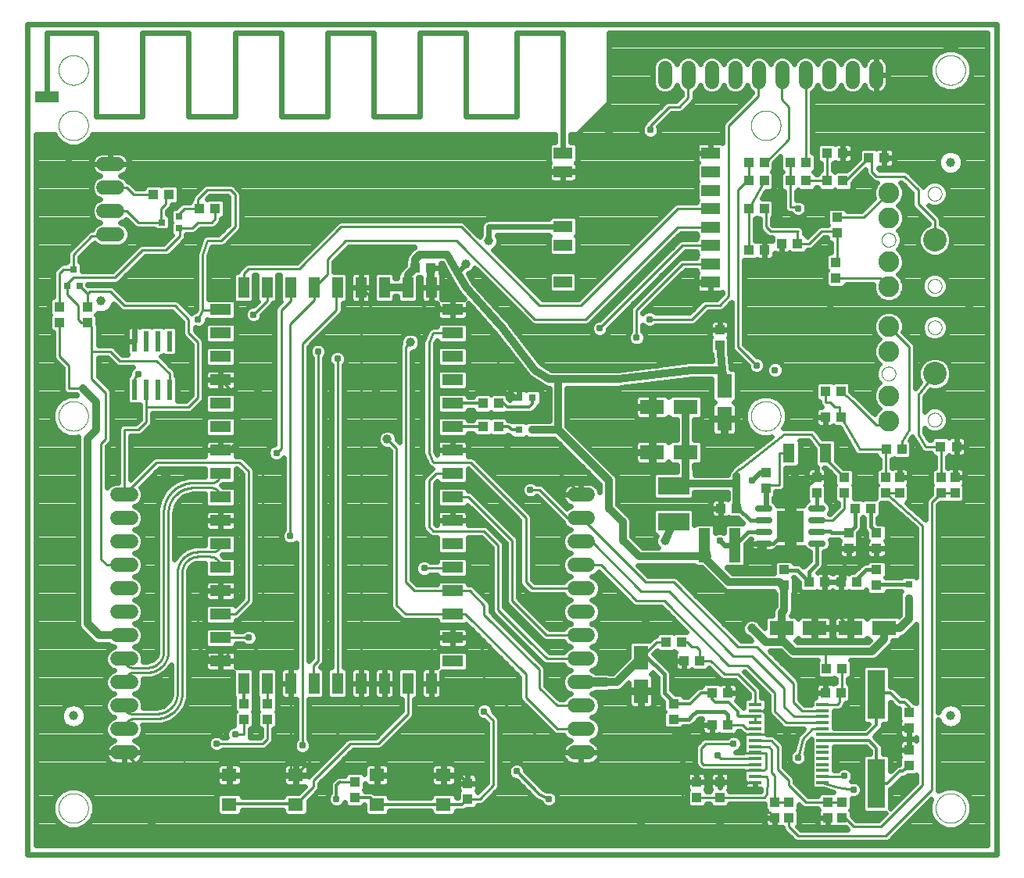
<source format=gtl>
G75*
%MOIN*%
%OFA0B0*%
%FSLAX25Y25*%
%IPPOS*%
%LPD*%
%AMOC8*
5,1,8,0,0,1.08239X$1,22.5*
%
%ADD10C,0.02400*%
%ADD11C,0.00000*%
%ADD12R,0.09055X0.04724*%
%ADD13R,0.04724X0.09055*%
%ADD14R,0.05500X0.01370*%
%ADD15R,0.03937X0.04331*%
%ADD16R,0.07600X0.21000*%
%ADD17R,0.10000X0.05000*%
%ADD18R,0.04331X0.03937*%
%ADD19R,0.06299X0.10236*%
%ADD20R,0.02756X0.02756*%
%ADD21R,0.03150X0.03150*%
%ADD22C,0.01872*%
%ADD23R,0.11800X0.13800*%
%ADD24R,0.13386X0.07480*%
%ADD25R,0.05118X0.14567*%
%ADD26R,0.10236X0.06299*%
%ADD27C,0.05937*%
%ADD28R,0.06299X0.05512*%
%ADD29C,0.03937*%
%ADD30R,0.02400X0.08700*%
%ADD31C,0.10000*%
%ADD32C,0.08858*%
%ADD33R,0.07874X0.05000*%
%ADD34R,0.05000X0.08268*%
%ADD35C,0.03200*%
%ADD36C,0.01200*%
%ADD37C,0.01600*%
%ADD38C,0.01000*%
%ADD39C,0.03100*%
%ADD40C,0.03962*%
%ADD41C,0.03569*%
%ADD42C,0.04000*%
D10*
X0002200Y0020744D02*
X0415586Y0020744D01*
X0415586Y0375075D01*
X0002200Y0375075D01*
X0002200Y0020744D01*
X0006100Y0024644D02*
X0006100Y0327831D01*
X0013775Y0327831D01*
X0014256Y0326670D01*
X0016787Y0324139D01*
X0020095Y0322769D01*
X0023675Y0322769D01*
X0026983Y0324139D01*
X0029514Y0326670D01*
X0029995Y0327831D01*
X0227146Y0327831D01*
X0227146Y0324657D01*
X0225787Y0324657D01*
X0224498Y0323368D01*
X0224498Y0316545D01*
X0225024Y0316020D01*
X0224938Y0315934D01*
X0224648Y0315432D01*
X0224498Y0314872D01*
X0224498Y0312133D01*
X0230585Y0312133D01*
X0230585Y0312033D01*
X0224498Y0312033D01*
X0224498Y0309293D01*
X0224648Y0308734D01*
X0224938Y0308232D01*
X0225347Y0307822D01*
X0225849Y0307533D01*
X0226408Y0307383D01*
X0230585Y0307383D01*
X0230585Y0312033D01*
X0230685Y0312033D01*
X0230685Y0312133D01*
X0236772Y0312133D01*
X0236772Y0314872D01*
X0236622Y0315432D01*
X0236332Y0315934D01*
X0236246Y0316020D01*
X0236772Y0316545D01*
X0236772Y0323368D01*
X0235483Y0324657D01*
X0233946Y0324657D01*
X0233946Y0327831D01*
X0236452Y0327831D01*
X0250231Y0341610D01*
X0250231Y0371175D01*
X0411686Y0371175D01*
X0411686Y0024644D01*
X0006100Y0024644D01*
X0006100Y0025541D02*
X0411686Y0025541D01*
X0411686Y0027940D02*
X0371482Y0027940D01*
X0369871Y0026329D02*
X0387708Y0044166D01*
X0386902Y0042219D01*
X0386902Y0038639D01*
X0388272Y0035331D01*
X0390803Y0032800D01*
X0394111Y0031430D01*
X0397691Y0031430D01*
X0400998Y0032800D01*
X0403530Y0035331D01*
X0404900Y0038639D01*
X0404900Y0042219D01*
X0403530Y0045527D01*
X0400998Y0048058D01*
X0397691Y0049428D01*
X0394111Y0049428D01*
X0390803Y0048058D01*
X0390727Y0047982D01*
X0390727Y0078184D01*
X0390833Y0077955D01*
X0390956Y0077497D01*
X0390960Y0077495D01*
X0390959Y0077491D01*
X0391231Y0077103D01*
X0391431Y0076674D01*
X0391435Y0076672D01*
X0391435Y0076668D01*
X0391770Y0076333D01*
X0392042Y0075945D01*
X0392046Y0075944D01*
X0392046Y0075940D01*
X0392435Y0075668D01*
X0392770Y0075333D01*
X0392774Y0075333D01*
X0392775Y0075329D01*
X0393205Y0075129D01*
X0393593Y0074857D01*
X0393597Y0074858D01*
X0393599Y0074854D01*
X0394056Y0074732D01*
X0394486Y0074532D01*
X0394490Y0074533D01*
X0394492Y0074530D01*
X0394964Y0074489D01*
X0395422Y0074366D01*
X0395426Y0074368D01*
X0395429Y0074365D01*
X0395901Y0074407D01*
X0396373Y0074365D01*
X0396376Y0074368D01*
X0396380Y0074366D01*
X0396837Y0074489D01*
X0397309Y0074530D01*
X0397312Y0074533D01*
X0397316Y0074532D01*
X0397745Y0074732D01*
X0398203Y0074854D01*
X0398205Y0074858D01*
X0398209Y0074857D01*
X0398597Y0075129D01*
X0399026Y0075329D01*
X0399028Y0075333D01*
X0399032Y0075333D01*
X0399367Y0075668D01*
X0399755Y0075940D01*
X0399756Y0075944D01*
X0399760Y0075945D01*
X0400032Y0076333D01*
X0400367Y0076668D01*
X0400367Y0076672D01*
X0400371Y0076674D01*
X0400571Y0077103D01*
X0400843Y0077491D01*
X0400842Y0077495D01*
X0400846Y0077497D01*
X0400968Y0077955D01*
X0401168Y0078384D01*
X0401167Y0078388D01*
X0401170Y0078391D01*
X0401211Y0078863D01*
X0401334Y0079320D01*
X0401332Y0079324D01*
X0401335Y0079327D01*
X0401293Y0079799D01*
X0401335Y0080271D01*
X0401332Y0080274D01*
X0401334Y0080278D01*
X0401211Y0080736D01*
X0401170Y0081208D01*
X0401167Y0081210D01*
X0401168Y0081214D01*
X0400968Y0081644D01*
X0400846Y0082101D01*
X0400842Y0082103D01*
X0400843Y0082107D01*
X0400571Y0082495D01*
X0400371Y0082925D01*
X0400367Y0082926D01*
X0400367Y0082930D01*
X0400032Y0083265D01*
X0399760Y0083654D01*
X0399756Y0083654D01*
X0399755Y0083658D01*
X0399367Y0083930D01*
X0399032Y0084265D01*
X0399028Y0084265D01*
X0399026Y0084269D01*
X0398597Y0084469D01*
X0398209Y0084741D01*
X0398205Y0084740D01*
X0398203Y0084744D01*
X0397745Y0084867D01*
X0397316Y0085067D01*
X0397312Y0085065D01*
X0397309Y0085069D01*
X0396837Y0085110D01*
X0396380Y0085232D01*
X0396376Y0085230D01*
X0396373Y0085233D01*
X0395901Y0085192D01*
X0395429Y0085233D01*
X0395426Y0085230D01*
X0395422Y0085232D01*
X0394964Y0085110D01*
X0394492Y0085069D01*
X0394490Y0085065D01*
X0394486Y0085067D01*
X0394056Y0084867D01*
X0393599Y0084744D01*
X0393597Y0084740D01*
X0393593Y0084741D01*
X0393205Y0084469D01*
X0392775Y0084269D01*
X0392774Y0084265D01*
X0392770Y0084265D01*
X0392435Y0083930D01*
X0392046Y0083658D01*
X0392046Y0083654D01*
X0392042Y0083654D01*
X0391770Y0083265D01*
X0391435Y0082930D01*
X0391435Y0082926D01*
X0391431Y0082925D01*
X0391231Y0082495D01*
X0390959Y0082107D01*
X0390960Y0082103D01*
X0390956Y0082101D01*
X0390833Y0081644D01*
X0390727Y0081415D01*
X0390727Y0169823D01*
X0391614Y0170709D01*
X0394793Y0170709D01*
X0394990Y0170513D01*
X0400749Y0170513D01*
X0402038Y0171801D01*
X0402038Y0177955D01*
X0401722Y0178270D01*
X0401888Y0178556D01*
X0402038Y0179116D01*
X0402038Y0181571D01*
X0402038Y0184026D01*
X0401888Y0184585D01*
X0401598Y0185087D01*
X0401189Y0185497D01*
X0400687Y0185786D01*
X0400127Y0185936D01*
X0397869Y0185936D01*
X0395611Y0185936D01*
X0395052Y0185786D01*
X0394970Y0185739D01*
X0394664Y0185739D01*
X0394664Y0190412D01*
X0395113Y0190861D01*
X0395141Y0190834D01*
X0395642Y0190544D01*
X0396202Y0190394D01*
X0398460Y0190394D01*
X0400718Y0190394D01*
X0401278Y0190544D01*
X0401779Y0190834D01*
X0402189Y0191244D01*
X0402478Y0191745D01*
X0402628Y0192305D01*
X0402628Y0194760D01*
X0402628Y0197215D01*
X0402478Y0197774D01*
X0402189Y0198276D01*
X0401779Y0198686D01*
X0401278Y0198975D01*
X0400718Y0199125D01*
X0398460Y0199125D01*
X0398460Y0194760D01*
X0398460Y0194760D01*
X0402628Y0194760D01*
X0398460Y0194760D01*
X0398460Y0194760D01*
X0398460Y0199125D01*
X0396202Y0199125D01*
X0395642Y0198975D01*
X0395141Y0198686D01*
X0395113Y0198659D01*
X0394647Y0199125D01*
X0388887Y0199125D01*
X0387598Y0197836D01*
X0387598Y0197460D01*
X0386780Y0197460D01*
X0384821Y0200642D01*
X0384821Y0202570D01*
X0386006Y0201385D01*
X0388083Y0200524D01*
X0390332Y0200524D01*
X0392410Y0201385D01*
X0394000Y0202975D01*
X0394861Y0205053D01*
X0394861Y0207302D01*
X0394000Y0209379D01*
X0392410Y0210969D01*
X0390332Y0211830D01*
X0388083Y0211830D01*
X0386006Y0210969D01*
X0384821Y0209785D01*
X0384821Y0215876D01*
X0387191Y0218904D01*
X0387776Y0218662D01*
X0390640Y0218662D01*
X0393286Y0219758D01*
X0395312Y0221784D01*
X0396408Y0224430D01*
X0396408Y0227294D01*
X0395312Y0229941D01*
X0393286Y0231966D01*
X0390640Y0233062D01*
X0387776Y0233062D01*
X0385129Y0231966D01*
X0383104Y0229941D01*
X0382008Y0227294D01*
X0382008Y0224430D01*
X0382925Y0222215D01*
X0380884Y0219607D01*
X0380884Y0237817D01*
X0380473Y0238809D01*
X0375715Y0243567D01*
X0376152Y0244622D01*
X0376152Y0247260D01*
X0375143Y0249696D01*
X0373278Y0251561D01*
X0370841Y0252570D01*
X0368204Y0252570D01*
X0365768Y0251561D01*
X0363903Y0249696D01*
X0362894Y0247260D01*
X0362894Y0244622D01*
X0363903Y0242186D01*
X0365463Y0240626D01*
X0363903Y0239066D01*
X0362894Y0236630D01*
X0362894Y0233992D01*
X0363903Y0231556D01*
X0365563Y0229896D01*
X0364731Y0229064D01*
X0363870Y0226987D01*
X0363870Y0224738D01*
X0364731Y0222660D01*
X0365563Y0221828D01*
X0363903Y0220168D01*
X0362894Y0217732D01*
X0362894Y0215095D01*
X0363903Y0212658D01*
X0365463Y0211098D01*
X0363903Y0209539D01*
X0363492Y0208546D01*
X0355995Y0216043D01*
X0355952Y0216130D01*
X0355617Y0216421D01*
X0355304Y0216734D01*
X0355214Y0216771D01*
X0353416Y0218335D01*
X0353416Y0221459D01*
X0352127Y0222747D01*
X0346367Y0222747D01*
X0345901Y0222281D01*
X0345434Y0222747D01*
X0339675Y0222747D01*
X0338386Y0221459D01*
X0338386Y0215305D01*
X0339675Y0214017D01*
X0339854Y0214017D01*
X0339854Y0213317D01*
X0340265Y0212325D01*
X0340462Y0212128D01*
X0340867Y0211724D01*
X0340296Y0211724D01*
X0339737Y0211574D01*
X0339235Y0211284D01*
X0338825Y0210874D01*
X0338536Y0210373D01*
X0338386Y0209813D01*
X0338386Y0207358D01*
X0338386Y0204903D01*
X0338536Y0204344D01*
X0338825Y0203842D01*
X0339235Y0203432D01*
X0339737Y0203143D01*
X0340296Y0202993D01*
X0342554Y0202993D01*
X0342554Y0207358D01*
X0338386Y0207358D01*
X0342554Y0207358D01*
X0342554Y0207358D01*
X0342554Y0207358D01*
X0342554Y0202993D01*
X0344812Y0202993D01*
X0345372Y0203143D01*
X0345874Y0203432D01*
X0345901Y0203460D01*
X0346367Y0202993D01*
X0348632Y0202993D01*
X0354692Y0192388D01*
X0354832Y0192049D01*
X0354956Y0191925D01*
X0355043Y0191773D01*
X0355333Y0191549D01*
X0355592Y0191290D01*
X0355754Y0191223D01*
X0355893Y0191115D01*
X0356246Y0191019D01*
X0356584Y0190879D01*
X0356760Y0190879D01*
X0356929Y0190833D01*
X0357292Y0190879D01*
X0364370Y0190879D01*
X0364370Y0190502D01*
X0365642Y0189230D01*
X0365642Y0185739D01*
X0365265Y0185739D01*
X0363976Y0184451D01*
X0363976Y0178691D01*
X0364443Y0178224D01*
X0363976Y0177758D01*
X0363976Y0172550D01*
X0358769Y0172550D01*
X0358499Y0172281D01*
X0358229Y0172550D01*
X0354991Y0172550D01*
X0354991Y0177758D01*
X0354524Y0178224D01*
X0354991Y0178691D01*
X0354991Y0184451D01*
X0353702Y0185739D01*
X0350275Y0185739D01*
X0347372Y0188642D01*
X0347372Y0197049D01*
X0346084Y0198338D01*
X0341297Y0198338D01*
X0339131Y0201226D01*
X0339056Y0201407D01*
X0338812Y0201651D01*
X0338605Y0201928D01*
X0338435Y0202028D01*
X0338296Y0202167D01*
X0337977Y0202299D01*
X0337680Y0202475D01*
X0337486Y0202503D01*
X0337304Y0202578D01*
X0336959Y0202578D01*
X0336617Y0202627D01*
X0336427Y0202578D01*
X0325203Y0202578D01*
X0324837Y0202624D01*
X0324730Y0202594D01*
X0324790Y0202654D01*
X0326160Y0205962D01*
X0326160Y0209542D01*
X0324790Y0212850D01*
X0322258Y0215381D01*
X0318951Y0216751D01*
X0315371Y0216751D01*
X0312063Y0215381D01*
X0309531Y0212850D01*
X0308161Y0209542D01*
X0308161Y0205962D01*
X0309531Y0202654D01*
X0312063Y0200123D01*
X0315371Y0198753D01*
X0318951Y0198753D01*
X0319463Y0198965D01*
X0305667Y0188235D01*
X0303396Y0186488D01*
X0303230Y0186419D01*
X0302974Y0186163D01*
X0302687Y0185943D01*
X0302597Y0185787D01*
X0302470Y0185659D01*
X0302332Y0185325D01*
X0302151Y0185012D01*
X0302139Y0184915D01*
X0301538Y0184314D01*
X0300959Y0182917D01*
X0300959Y0182730D01*
X0286816Y0182730D01*
X0286768Y0187048D01*
X0288938Y0187048D01*
X0290227Y0188337D01*
X0290227Y0196459D01*
X0288938Y0197747D01*
X0286709Y0197747D01*
X0286709Y0206339D01*
X0288938Y0206339D01*
X0290227Y0207628D01*
X0290227Y0215750D01*
X0288938Y0217039D01*
X0276879Y0217039D01*
X0275766Y0215926D01*
X0275614Y0216189D01*
X0275204Y0216599D01*
X0274703Y0216889D01*
X0274143Y0217039D01*
X0269110Y0217039D01*
X0269110Y0212064D01*
X0268361Y0212064D01*
X0268361Y0217039D01*
X0263328Y0217039D01*
X0262768Y0216889D01*
X0262266Y0216599D01*
X0261857Y0216189D01*
X0261567Y0215688D01*
X0261417Y0215128D01*
X0261417Y0212064D01*
X0268361Y0212064D01*
X0268361Y0211314D01*
X0269110Y0211314D01*
X0269110Y0206339D01*
X0274143Y0206339D01*
X0274703Y0206489D01*
X0275204Y0206779D01*
X0275614Y0207189D01*
X0275766Y0207452D01*
X0276879Y0206339D01*
X0279109Y0206339D01*
X0279109Y0197747D01*
X0276879Y0197747D01*
X0275766Y0196634D01*
X0275614Y0196898D01*
X0275204Y0197308D01*
X0274703Y0197597D01*
X0274143Y0197747D01*
X0269110Y0197747D01*
X0269110Y0192773D01*
X0268361Y0192773D01*
X0268361Y0197747D01*
X0263328Y0197747D01*
X0262768Y0197597D01*
X0262266Y0197308D01*
X0261857Y0196898D01*
X0261567Y0196396D01*
X0261417Y0195837D01*
X0261417Y0192772D01*
X0268361Y0192772D01*
X0268361Y0192023D01*
X0269110Y0192023D01*
X0269110Y0187048D01*
X0274143Y0187048D01*
X0274703Y0187198D01*
X0275204Y0187488D01*
X0275614Y0187897D01*
X0275766Y0188161D01*
X0276879Y0187048D01*
X0279168Y0187048D01*
X0279202Y0183968D01*
X0270186Y0183968D01*
X0268898Y0182679D01*
X0268898Y0173376D01*
X0270186Y0172087D01*
X0285395Y0172087D01*
X0286683Y0173376D01*
X0286683Y0175130D01*
X0300959Y0175130D01*
X0300959Y0172433D01*
X0300521Y0172550D01*
X0298066Y0172550D01*
X0295611Y0172550D01*
X0295052Y0172400D01*
X0294550Y0172111D01*
X0294140Y0171701D01*
X0293851Y0171200D01*
X0293701Y0170640D01*
X0293701Y0168382D01*
X0298066Y0168382D01*
X0298066Y0168382D01*
X0298066Y0172550D01*
X0298066Y0168382D01*
X0298066Y0168382D01*
X0293701Y0168382D01*
X0293701Y0166124D01*
X0293851Y0165564D01*
X0294140Y0165063D01*
X0294550Y0164653D01*
X0295052Y0164363D01*
X0295611Y0164213D01*
X0298066Y0164213D01*
X0298066Y0168382D01*
X0298066Y0168382D01*
X0298066Y0164213D01*
X0300521Y0164213D01*
X0301081Y0164363D01*
X0301367Y0164529D01*
X0301682Y0164213D01*
X0305275Y0164213D01*
X0307372Y0162117D01*
X0300501Y0162117D01*
X0299213Y0160829D01*
X0299213Y0157942D01*
X0298222Y0158352D01*
X0296730Y0158352D01*
X0295739Y0157942D01*
X0295739Y0160829D01*
X0294450Y0162117D01*
X0287509Y0162117D01*
X0286683Y0161292D01*
X0286683Y0167325D01*
X0285395Y0168613D01*
X0270186Y0168613D01*
X0268898Y0167325D01*
X0268898Y0158022D01*
X0270186Y0156733D01*
X0270486Y0156733D01*
X0269948Y0155434D01*
X0269948Y0153771D01*
X0270585Y0152234D01*
X0271109Y0151709D01*
X0264734Y0151709D01*
X0259937Y0156240D01*
X0259937Y0163232D01*
X0259358Y0164629D01*
X0254031Y0169956D01*
X0254031Y0180949D01*
X0253453Y0182345D01*
X0232378Y0203420D01*
X0232378Y0219700D01*
X0253656Y0219700D01*
X0253890Y0219636D01*
X0254405Y0219700D01*
X0254924Y0219700D01*
X0255149Y0219793D01*
X0285901Y0223637D01*
X0294094Y0223637D01*
X0294094Y0214715D01*
X0295207Y0213602D01*
X0294944Y0213449D01*
X0294534Y0213040D01*
X0294244Y0212538D01*
X0294094Y0211979D01*
X0294094Y0206946D01*
X0299069Y0206946D01*
X0299069Y0206196D01*
X0294094Y0206196D01*
X0294094Y0201163D01*
X0294244Y0200604D01*
X0294534Y0200102D01*
X0294944Y0199692D01*
X0295445Y0199403D01*
X0296005Y0199253D01*
X0299069Y0199253D01*
X0299069Y0206196D01*
X0299819Y0206196D01*
X0299819Y0206946D01*
X0304794Y0206946D01*
X0304794Y0211979D01*
X0304644Y0212538D01*
X0304354Y0213040D01*
X0303945Y0213449D01*
X0303681Y0213602D01*
X0304794Y0214715D01*
X0304794Y0226773D01*
X0303505Y0228062D01*
X0302428Y0228062D01*
X0302348Y0228758D01*
X0301644Y0234882D01*
X0301644Y0240947D01*
X0301329Y0241262D01*
X0301494Y0241548D01*
X0301644Y0242108D01*
X0301644Y0244563D01*
X0301644Y0247018D01*
X0301494Y0247578D01*
X0301205Y0248079D01*
X0300795Y0248489D01*
X0300293Y0248778D01*
X0299734Y0248928D01*
X0297476Y0248928D01*
X0297476Y0244563D01*
X0301644Y0244563D01*
X0297476Y0244563D01*
X0297476Y0244563D01*
X0297476Y0244563D01*
X0297476Y0248928D01*
X0295217Y0248928D01*
X0294658Y0248778D01*
X0294156Y0248489D01*
X0293747Y0248079D01*
X0293457Y0247578D01*
X0293307Y0247018D01*
X0293307Y0244563D01*
X0297475Y0244563D01*
X0293307Y0244563D01*
X0293307Y0242108D01*
X0293457Y0241548D01*
X0293622Y0241262D01*
X0293307Y0240947D01*
X0293307Y0234793D01*
X0294095Y0234006D01*
X0294413Y0231237D01*
X0286177Y0231237D01*
X0285943Y0231301D01*
X0285428Y0231237D01*
X0284909Y0231237D01*
X0284684Y0231144D01*
X0253932Y0227300D01*
X0225791Y0227300D01*
X0221356Y0230257D01*
X0208340Y0246992D01*
X0208298Y0247113D01*
X0207879Y0247585D01*
X0207491Y0248083D01*
X0207379Y0248147D01*
X0194397Y0262753D01*
X0192311Y0265099D01*
X0190290Y0268635D01*
X0191576Y0269168D01*
X0192752Y0270344D01*
X0193019Y0270988D01*
X0217206Y0246802D01*
X0218198Y0246391D01*
X0240926Y0246391D01*
X0241918Y0246802D01*
X0242678Y0247561D01*
X0280829Y0285713D01*
X0287520Y0285713D01*
X0287520Y0285001D01*
X0288011Y0284510D01*
X0287498Y0283998D01*
X0287498Y0283287D01*
X0281190Y0283287D01*
X0280198Y0282876D01*
X0246226Y0248904D01*
X0245549Y0248904D01*
X0244170Y0248333D01*
X0243115Y0247278D01*
X0242544Y0245899D01*
X0242544Y0244408D01*
X0243115Y0243029D01*
X0244170Y0241974D01*
X0245549Y0241404D01*
X0247040Y0241404D01*
X0248419Y0241974D01*
X0249474Y0243029D01*
X0250044Y0244408D01*
X0250044Y0245085D01*
X0282846Y0277887D01*
X0287498Y0277887D01*
X0287498Y0277175D01*
X0288035Y0276639D01*
X0287520Y0276124D01*
X0287520Y0275413D01*
X0281190Y0275413D01*
X0280198Y0275002D01*
X0260513Y0255316D01*
X0259754Y0254557D01*
X0259343Y0253565D01*
X0259343Y0243820D01*
X0258863Y0243341D01*
X0258293Y0241962D01*
X0258293Y0240471D01*
X0258863Y0239092D01*
X0259918Y0238037D01*
X0261297Y0237467D01*
X0262788Y0237467D01*
X0264167Y0238037D01*
X0265222Y0239092D01*
X0265793Y0240471D01*
X0265793Y0241962D01*
X0265222Y0243341D01*
X0264743Y0243820D01*
X0264743Y0246599D01*
X0265430Y0245911D01*
X0266808Y0245341D01*
X0268300Y0245341D01*
X0269679Y0245911D01*
X0270158Y0246391D01*
X0286202Y0246391D01*
X0287194Y0246802D01*
X0292688Y0252296D01*
X0298013Y0252296D01*
X0299005Y0252707D01*
X0302650Y0256352D01*
X0302650Y0236742D01*
X0303061Y0235750D01*
X0306013Y0232797D01*
X0306998Y0231813D01*
X0301997Y0231813D01*
X0302272Y0229415D02*
X0309396Y0229415D01*
X0309474Y0229337D02*
X0309474Y0228660D01*
X0310045Y0227281D01*
X0311099Y0226226D01*
X0312478Y0225656D01*
X0313970Y0225656D01*
X0315348Y0226226D01*
X0316403Y0227281D01*
X0316974Y0228660D01*
X0316974Y0230151D01*
X0316403Y0231530D01*
X0315348Y0232585D01*
X0313970Y0233155D01*
X0313292Y0233155D01*
X0310816Y0235631D01*
X0309832Y0236616D01*
X0308050Y0238398D01*
X0308050Y0274450D01*
X0312954Y0274450D01*
X0313269Y0274765D01*
X0313556Y0274600D01*
X0314115Y0274450D01*
X0316570Y0274450D01*
X0316570Y0278618D01*
X0316570Y0278618D01*
X0316570Y0274450D01*
X0319025Y0274450D01*
X0319585Y0274600D01*
X0320086Y0274889D01*
X0320496Y0275299D01*
X0320785Y0275800D01*
X0320935Y0276360D01*
X0320935Y0277330D01*
X0321233Y0277159D01*
X0321792Y0277009D01*
X0324050Y0277009D01*
X0324050Y0281374D01*
X0324050Y0281374D01*
X0324050Y0277009D01*
X0326309Y0277009D01*
X0326868Y0277159D01*
X0327370Y0277448D01*
X0327397Y0277475D01*
X0327864Y0277009D01*
X0333623Y0277009D01*
X0334912Y0278297D01*
X0334912Y0278674D01*
X0336202Y0278674D01*
X0337194Y0279085D01*
X0341901Y0283792D01*
X0343110Y0283792D01*
X0343110Y0283022D01*
X0344399Y0281733D01*
X0344776Y0281733D01*
X0344776Y0277472D01*
X0344005Y0277472D01*
X0342717Y0276183D01*
X0342717Y0270423D01*
X0343183Y0269957D01*
X0342717Y0269490D01*
X0342717Y0263730D01*
X0344005Y0262442D01*
X0350159Y0262442D01*
X0351447Y0263730D01*
X0351447Y0263910D01*
X0362894Y0263910D01*
X0362894Y0261551D01*
X0363903Y0259115D01*
X0365768Y0257250D01*
X0368204Y0256241D01*
X0370841Y0256241D01*
X0373278Y0257250D01*
X0375143Y0259115D01*
X0376152Y0261551D01*
X0376152Y0264189D01*
X0375143Y0266625D01*
X0373583Y0268185D01*
X0375143Y0269745D01*
X0376152Y0272181D01*
X0376152Y0274819D01*
X0375143Y0277255D01*
X0373483Y0278915D01*
X0374315Y0279747D01*
X0375176Y0281824D01*
X0375176Y0284073D01*
X0374315Y0286151D01*
X0373483Y0286983D01*
X0375143Y0288643D01*
X0376152Y0291079D01*
X0376152Y0293716D01*
X0375143Y0296153D01*
X0373583Y0297713D01*
X0375143Y0299272D01*
X0376152Y0301709D01*
X0376152Y0304346D01*
X0375143Y0306783D01*
X0374511Y0307414D01*
X0375097Y0307414D01*
X0379421Y0303090D01*
X0379421Y0297766D01*
X0379832Y0296774D01*
X0380592Y0296014D01*
X0386508Y0290098D01*
X0386508Y0289624D01*
X0385129Y0289053D01*
X0383104Y0287027D01*
X0382008Y0284381D01*
X0382008Y0281517D01*
X0383104Y0278870D01*
X0385129Y0276845D01*
X0387776Y0275749D01*
X0390640Y0275749D01*
X0393286Y0276845D01*
X0395312Y0278870D01*
X0396408Y0281517D01*
X0396408Y0284381D01*
X0395312Y0287027D01*
X0393286Y0289053D01*
X0391908Y0289624D01*
X0391908Y0291754D01*
X0391497Y0292746D01*
X0386681Y0297562D01*
X0388083Y0296981D01*
X0390332Y0296981D01*
X0392410Y0297842D01*
X0394000Y0299432D01*
X0394861Y0301509D01*
X0394861Y0303758D01*
X0394000Y0305836D01*
X0392410Y0307426D01*
X0390332Y0308287D01*
X0388083Y0308287D01*
X0386006Y0307426D01*
X0384416Y0305836D01*
X0384385Y0305763D01*
X0378505Y0311644D01*
X0377745Y0312403D01*
X0376753Y0312814D01*
X0365523Y0312814D01*
X0365136Y0313201D01*
X0365136Y0313718D01*
X0365493Y0313623D01*
X0367751Y0313623D01*
X0367751Y0317988D01*
X0367751Y0317988D01*
X0367751Y0313623D01*
X0370009Y0313623D01*
X0370569Y0313773D01*
X0371071Y0314062D01*
X0371480Y0314472D01*
X0371770Y0314974D01*
X0371920Y0315533D01*
X0371920Y0317988D01*
X0367751Y0317988D01*
X0367751Y0322354D01*
X0365493Y0322354D01*
X0364934Y0322204D01*
X0364432Y0321914D01*
X0364405Y0321887D01*
X0363938Y0322354D01*
X0358178Y0322354D01*
X0356890Y0321065D01*
X0356890Y0317638D01*
X0351763Y0312511D01*
X0347155Y0312511D01*
X0346688Y0312044D01*
X0346222Y0312511D01*
X0346042Y0312511D01*
X0346042Y0315788D01*
X0346418Y0315788D01*
X0346734Y0316104D01*
X0347020Y0315938D01*
X0347580Y0315788D01*
X0350035Y0315788D01*
X0352490Y0315788D01*
X0353049Y0315938D01*
X0353551Y0316228D01*
X0353960Y0316637D01*
X0354250Y0317139D01*
X0354400Y0317699D01*
X0354400Y0319957D01*
X0354400Y0322215D01*
X0354250Y0322774D01*
X0353960Y0323276D01*
X0353551Y0323686D01*
X0353049Y0323975D01*
X0352490Y0324125D01*
X0350035Y0324125D01*
X0350035Y0319957D01*
X0354400Y0319957D01*
X0350035Y0319957D01*
X0350035Y0319957D01*
X0350035Y0319957D01*
X0350035Y0324125D01*
X0347580Y0324125D01*
X0347020Y0323975D01*
X0346734Y0323810D01*
X0346418Y0324125D01*
X0340265Y0324125D01*
X0338976Y0322836D01*
X0338976Y0317077D01*
X0340265Y0315788D01*
X0340642Y0315788D01*
X0340642Y0312511D01*
X0340462Y0312511D01*
X0339173Y0311222D01*
X0339173Y0310846D01*
X0338455Y0310846D01*
X0338455Y0311222D01*
X0337595Y0312083D01*
X0338455Y0312943D01*
X0338455Y0319096D01*
X0337166Y0320385D01*
X0336829Y0320385D01*
X0336829Y0345977D01*
X0337057Y0346071D01*
X0338511Y0347525D01*
X0339129Y0349018D01*
X0339747Y0347525D01*
X0341201Y0346071D01*
X0343101Y0345284D01*
X0345157Y0345284D01*
X0347057Y0346071D01*
X0348511Y0347525D01*
X0349129Y0349018D01*
X0349747Y0347525D01*
X0351201Y0346071D01*
X0353101Y0345284D01*
X0355157Y0345284D01*
X0357057Y0346071D01*
X0358511Y0347525D01*
X0359147Y0349061D01*
X0359339Y0348469D01*
X0359709Y0347744D01*
X0360187Y0347086D01*
X0360762Y0346510D01*
X0361420Y0346032D01*
X0362145Y0345663D01*
X0362919Y0345412D01*
X0363722Y0345284D01*
X0364129Y0345284D01*
X0364129Y0353421D01*
X0364129Y0353421D01*
X0364129Y0345284D01*
X0364536Y0345284D01*
X0365339Y0345412D01*
X0366113Y0345663D01*
X0366838Y0346032D01*
X0367496Y0346510D01*
X0368071Y0347086D01*
X0368550Y0347744D01*
X0368919Y0348469D01*
X0369170Y0349242D01*
X0369298Y0350046D01*
X0369298Y0353421D01*
X0364129Y0353421D01*
X0364129Y0353421D01*
X0364129Y0361558D01*
X0363722Y0361558D01*
X0362919Y0361431D01*
X0362145Y0361180D01*
X0361420Y0360810D01*
X0360762Y0360332D01*
X0360187Y0359757D01*
X0359709Y0359099D01*
X0359339Y0358374D01*
X0359147Y0357782D01*
X0358511Y0359317D01*
X0357057Y0360771D01*
X0355157Y0361558D01*
X0353101Y0361558D01*
X0351201Y0360771D01*
X0349747Y0359317D01*
X0349129Y0357825D01*
X0348511Y0359317D01*
X0347057Y0360771D01*
X0345157Y0361558D01*
X0343101Y0361558D01*
X0341201Y0360771D01*
X0339747Y0359317D01*
X0339129Y0357825D01*
X0338511Y0359317D01*
X0337057Y0360771D01*
X0335157Y0361558D01*
X0333101Y0361558D01*
X0331201Y0360771D01*
X0329747Y0359317D01*
X0329129Y0357825D01*
X0328511Y0359317D01*
X0327057Y0360771D01*
X0325157Y0361558D01*
X0323101Y0361558D01*
X0321201Y0360771D01*
X0319747Y0359317D01*
X0319129Y0357825D01*
X0318511Y0359317D01*
X0317057Y0360771D01*
X0315157Y0361558D01*
X0313101Y0361558D01*
X0311201Y0360771D01*
X0309747Y0359317D01*
X0309129Y0357825D01*
X0308511Y0359317D01*
X0307057Y0360771D01*
X0305157Y0361558D01*
X0303101Y0361558D01*
X0301201Y0360771D01*
X0299747Y0359317D01*
X0299129Y0357825D01*
X0298511Y0359317D01*
X0297057Y0360771D01*
X0295157Y0361558D01*
X0293101Y0361558D01*
X0291201Y0360771D01*
X0289747Y0359317D01*
X0289129Y0357825D01*
X0288511Y0359317D01*
X0287057Y0360771D01*
X0285157Y0361558D01*
X0283101Y0361558D01*
X0281201Y0360771D01*
X0279747Y0359317D01*
X0279129Y0357825D01*
X0278511Y0359317D01*
X0277057Y0360771D01*
X0275157Y0361558D01*
X0273101Y0361558D01*
X0271201Y0360771D01*
X0269747Y0359317D01*
X0268961Y0357418D01*
X0268961Y0349425D01*
X0269747Y0347525D01*
X0271201Y0346071D01*
X0273101Y0345284D01*
X0275157Y0345284D01*
X0277057Y0346071D01*
X0278511Y0347525D01*
X0279129Y0349018D01*
X0279747Y0347525D01*
X0281201Y0346071D01*
X0281390Y0345993D01*
X0281390Y0344697D01*
X0279034Y0342342D01*
X0275285Y0342342D01*
X0274293Y0341931D01*
X0273533Y0341171D01*
X0265659Y0333297D01*
X0265317Y0332472D01*
X0264769Y0331923D01*
X0264198Y0330545D01*
X0264198Y0329053D01*
X0264769Y0327675D01*
X0265824Y0326620D01*
X0267202Y0326049D01*
X0268694Y0326049D01*
X0270072Y0326620D01*
X0271127Y0327675D01*
X0271698Y0329053D01*
X0271698Y0330545D01*
X0271360Y0331361D01*
X0276940Y0336942D01*
X0280690Y0336942D01*
X0281682Y0337353D01*
X0285619Y0341290D01*
X0286379Y0342049D01*
X0286790Y0343042D01*
X0286790Y0345960D01*
X0287057Y0346071D01*
X0288511Y0347525D01*
X0289129Y0349018D01*
X0289747Y0347525D01*
X0291201Y0346071D01*
X0293101Y0345284D01*
X0295157Y0345284D01*
X0297057Y0346071D01*
X0298511Y0347525D01*
X0299129Y0349018D01*
X0299747Y0347525D01*
X0301201Y0346071D01*
X0303101Y0345284D01*
X0305157Y0345284D01*
X0307057Y0346071D01*
X0308511Y0347525D01*
X0309129Y0349018D01*
X0309747Y0347525D01*
X0311201Y0346071D01*
X0311311Y0346026D01*
X0311311Y0345485D01*
X0299124Y0333297D01*
X0298713Y0332305D01*
X0298713Y0324351D01*
X0298443Y0324507D01*
X0297883Y0324657D01*
X0293707Y0324657D01*
X0293707Y0320007D01*
X0293607Y0320007D01*
X0293607Y0324657D01*
X0289430Y0324657D01*
X0288871Y0324507D01*
X0288369Y0324217D01*
X0287959Y0323808D01*
X0287670Y0323306D01*
X0287520Y0322746D01*
X0287520Y0320007D01*
X0293607Y0320007D01*
X0293607Y0319907D01*
X0287520Y0319907D01*
X0287520Y0317167D01*
X0287670Y0316608D01*
X0287959Y0316106D01*
X0288160Y0315905D01*
X0287498Y0315244D01*
X0287498Y0308421D01*
X0288082Y0307838D01*
X0287490Y0307246D01*
X0287490Y0300423D01*
X0287829Y0300085D01*
X0287490Y0299746D01*
X0287490Y0299035D01*
X0279222Y0299035D01*
X0278230Y0298624D01*
X0277470Y0297864D01*
X0237302Y0257696D01*
X0221822Y0257696D01*
X0200775Y0278744D01*
X0201419Y0279011D01*
X0202595Y0280187D01*
X0203231Y0281723D01*
X0203231Y0283387D01*
X0202595Y0284924D01*
X0202458Y0285061D01*
X0224498Y0285061D01*
X0224498Y0285049D01*
X0225024Y0284524D01*
X0224498Y0283998D01*
X0224498Y0277175D01*
X0225787Y0275887D01*
X0235483Y0275887D01*
X0236772Y0277175D01*
X0236772Y0283998D01*
X0236246Y0284524D01*
X0236772Y0285049D01*
X0236772Y0291872D01*
X0235483Y0293161D01*
X0225787Y0293161D01*
X0224498Y0291872D01*
X0224498Y0291861D01*
X0198374Y0291861D01*
X0197124Y0291343D01*
X0196168Y0290387D01*
X0195650Y0289137D01*
X0195650Y0285068D01*
X0195506Y0284924D01*
X0195239Y0284279D01*
X0188769Y0290750D01*
X0187776Y0291161D01*
X0135521Y0291161D01*
X0134529Y0290750D01*
X0133769Y0289990D01*
X0117223Y0273444D01*
X0096151Y0273444D01*
X0095159Y0273033D01*
X0094399Y0272274D01*
X0092234Y0270108D01*
X0091941Y0269401D01*
X0091249Y0269401D01*
X0089961Y0268112D01*
X0089961Y0257787D01*
X0079703Y0257787D01*
X0079703Y0276211D01*
X0080918Y0279855D01*
X0085414Y0279855D01*
X0086407Y0280266D01*
X0087166Y0281026D01*
X0092312Y0286172D01*
X0092312Y0286172D01*
X0093072Y0286931D01*
X0093483Y0287924D01*
X0093483Y0302777D01*
X0093072Y0303770D01*
X0091103Y0305738D01*
X0090344Y0306498D01*
X0089351Y0306909D01*
X0078435Y0306909D01*
X0077442Y0306498D01*
X0073505Y0302561D01*
X0072746Y0301801D01*
X0072335Y0300809D01*
X0072335Y0300289D01*
X0071457Y0299411D01*
X0071457Y0299035D01*
X0068592Y0299035D01*
X0067600Y0298624D01*
X0066840Y0297864D01*
X0065542Y0296566D01*
X0064576Y0296566D01*
X0063287Y0295277D01*
X0063287Y0290699D01*
X0063557Y0290429D01*
X0063287Y0290159D01*
X0063287Y0285581D01*
X0063843Y0285025D01*
X0060137Y0281318D01*
X0050876Y0281318D01*
X0049883Y0280907D01*
X0049124Y0280148D01*
X0038483Y0269507D01*
X0025463Y0269507D01*
X0025463Y0272738D01*
X0024585Y0273616D01*
X0024585Y0275531D01*
X0030840Y0281787D01*
X0031737Y0280890D01*
X0033636Y0280103D01*
X0041630Y0280103D01*
X0043529Y0280890D01*
X0044983Y0282344D01*
X0045770Y0284244D01*
X0045770Y0286300D01*
X0044983Y0288199D01*
X0043529Y0289653D01*
X0042036Y0290272D01*
X0043529Y0290890D01*
X0044347Y0291708D01*
X0047155Y0288900D01*
X0047915Y0288140D01*
X0048907Y0287729D01*
X0056415Y0287729D01*
X0057293Y0286851D01*
X0061871Y0286851D01*
X0063160Y0288140D01*
X0063160Y0292718D01*
X0061987Y0293892D01*
X0061987Y0295216D01*
X0062785Y0296014D01*
X0063544Y0296774D01*
X0063955Y0297766D01*
X0063955Y0297875D01*
X0065513Y0297875D01*
X0066802Y0299164D01*
X0066802Y0305317D01*
X0065513Y0306605D01*
X0059753Y0306605D01*
X0059287Y0306139D01*
X0058820Y0306605D01*
X0053060Y0306605D01*
X0051772Y0305317D01*
X0051772Y0304940D01*
X0048594Y0304940D01*
X0045974Y0307561D01*
X0045097Y0307923D01*
X0044983Y0308199D01*
X0043529Y0309653D01*
X0041993Y0310289D01*
X0042586Y0310482D01*
X0043310Y0310851D01*
X0043969Y0311329D01*
X0044544Y0311905D01*
X0045022Y0312563D01*
X0045391Y0313288D01*
X0045643Y0314061D01*
X0045770Y0314865D01*
X0045770Y0315272D01*
X0045770Y0315678D01*
X0045643Y0316482D01*
X0045391Y0317256D01*
X0045022Y0317981D01*
X0044544Y0318639D01*
X0043969Y0319214D01*
X0043310Y0319692D01*
X0042586Y0320061D01*
X0041812Y0320313D01*
X0041008Y0320440D01*
X0037633Y0320440D01*
X0034258Y0320440D01*
X0033454Y0320313D01*
X0032681Y0320061D01*
X0031956Y0319692D01*
X0031298Y0319214D01*
X0030722Y0318639D01*
X0030244Y0317981D01*
X0029875Y0317256D01*
X0029623Y0316482D01*
X0029496Y0315678D01*
X0029496Y0315272D01*
X0037633Y0315272D01*
X0037633Y0320440D01*
X0037633Y0315272D01*
X0037633Y0315272D01*
X0037633Y0315272D01*
X0045770Y0315272D01*
X0037633Y0315272D01*
X0037633Y0315272D01*
X0029496Y0315272D01*
X0029496Y0314865D01*
X0029623Y0314061D01*
X0029875Y0313288D01*
X0030244Y0312563D01*
X0030722Y0311905D01*
X0031298Y0311329D01*
X0031956Y0310851D01*
X0032681Y0310482D01*
X0033273Y0310289D01*
X0031737Y0309653D01*
X0030283Y0308199D01*
X0029496Y0306300D01*
X0029496Y0304244D01*
X0030283Y0302344D01*
X0031737Y0300890D01*
X0033230Y0300272D01*
X0031737Y0299653D01*
X0030283Y0298199D01*
X0029496Y0296300D01*
X0029496Y0294244D01*
X0030283Y0292344D01*
X0031737Y0290890D01*
X0033230Y0290272D01*
X0031737Y0289653D01*
X0030283Y0288199D01*
X0029879Y0287224D01*
X0029222Y0287224D01*
X0028230Y0286813D01*
X0027470Y0286053D01*
X0019596Y0278179D01*
X0019185Y0277187D01*
X0019185Y0273616D01*
X0018718Y0273149D01*
X0017116Y0273149D01*
X0016123Y0272738D01*
X0014450Y0271065D01*
X0013691Y0270305D01*
X0013280Y0269313D01*
X0013280Y0258574D01*
X0012903Y0258574D01*
X0011614Y0257285D01*
X0011614Y0251526D01*
X0012081Y0251059D01*
X0011614Y0250592D01*
X0011614Y0244833D01*
X0012903Y0243544D01*
X0013280Y0243544D01*
X0013280Y0232805D01*
X0013691Y0231813D01*
X0006100Y0231813D01*
X0006100Y0229415D02*
X0016089Y0229415D01*
X0017217Y0228287D02*
X0013691Y0231813D01*
X0013280Y0234212D02*
X0006100Y0234212D01*
X0006100Y0236610D02*
X0013280Y0236610D01*
X0013280Y0239009D02*
X0006100Y0239009D01*
X0006100Y0241407D02*
X0013280Y0241407D01*
X0012641Y0243806D02*
X0006100Y0243806D01*
X0006100Y0246204D02*
X0011614Y0246204D01*
X0011614Y0248603D02*
X0006100Y0248603D01*
X0006100Y0251001D02*
X0012023Y0251001D01*
X0011614Y0253400D02*
X0006100Y0253400D01*
X0006100Y0255798D02*
X0011614Y0255798D01*
X0012526Y0258197D02*
X0006100Y0258197D01*
X0006100Y0260595D02*
X0013280Y0260595D01*
X0013280Y0262994D02*
X0006100Y0262994D01*
X0006100Y0265392D02*
X0013280Y0265392D01*
X0013280Y0267791D02*
X0006100Y0267791D01*
X0006100Y0270189D02*
X0013643Y0270189D01*
X0015973Y0272588D02*
X0006100Y0272588D01*
X0006100Y0274986D02*
X0019185Y0274986D01*
X0019267Y0277385D02*
X0006100Y0277385D01*
X0006100Y0279783D02*
X0021200Y0279783D01*
X0023599Y0282182D02*
X0006100Y0282182D01*
X0006100Y0284580D02*
X0025997Y0284580D01*
X0028631Y0286979D02*
X0006100Y0286979D01*
X0006100Y0289377D02*
X0031461Y0289377D01*
X0030851Y0291776D02*
X0006100Y0291776D01*
X0006100Y0294174D02*
X0029525Y0294174D01*
X0029609Y0296573D02*
X0006100Y0296573D01*
X0006100Y0298971D02*
X0031055Y0298971D01*
X0031257Y0301370D02*
X0006100Y0301370D01*
X0006100Y0303768D02*
X0029693Y0303768D01*
X0029496Y0306167D02*
X0006100Y0306167D01*
X0006100Y0308565D02*
X0030649Y0308565D01*
X0031800Y0310964D02*
X0006100Y0310964D01*
X0006100Y0313362D02*
X0029850Y0313362D01*
X0029509Y0315761D02*
X0006100Y0315761D01*
X0006100Y0318159D02*
X0030374Y0318159D01*
X0037633Y0318159D02*
X0037633Y0318159D01*
X0037633Y0315761D02*
X0037633Y0315761D01*
X0043466Y0310964D02*
X0224498Y0310964D01*
X0224498Y0313362D02*
X0045416Y0313362D01*
X0045757Y0315761D02*
X0224838Y0315761D01*
X0224498Y0318159D02*
X0044892Y0318159D01*
X0044617Y0308565D02*
X0224745Y0308565D01*
X0230585Y0308565D02*
X0230685Y0308565D01*
X0230685Y0307383D02*
X0234862Y0307383D01*
X0235421Y0307533D01*
X0235923Y0307822D01*
X0236332Y0308232D01*
X0236622Y0308734D01*
X0236772Y0309293D01*
X0236772Y0312033D01*
X0230685Y0312033D01*
X0230685Y0307383D01*
X0230685Y0310964D02*
X0230585Y0310964D01*
X0236772Y0310964D02*
X0287498Y0310964D01*
X0287498Y0313362D02*
X0236772Y0313362D01*
X0236432Y0315761D02*
X0288015Y0315761D01*
X0287520Y0318159D02*
X0236772Y0318159D01*
X0236772Y0320558D02*
X0287520Y0320558D01*
X0287576Y0322957D02*
X0236772Y0322957D01*
X0233946Y0325355D02*
X0298713Y0325355D01*
X0298713Y0327754D02*
X0271160Y0327754D01*
X0271698Y0330152D02*
X0298713Y0330152D01*
X0298814Y0332551D02*
X0272549Y0332551D01*
X0274948Y0334949D02*
X0300776Y0334949D01*
X0303174Y0337348D02*
X0281670Y0337348D01*
X0284075Y0339746D02*
X0305573Y0339746D01*
X0307971Y0342145D02*
X0286418Y0342145D01*
X0286790Y0344543D02*
X0310370Y0344543D01*
X0310331Y0346942D02*
X0307927Y0346942D01*
X0300331Y0346942D02*
X0297927Y0346942D01*
X0290331Y0346942D02*
X0287927Y0346942D01*
X0281236Y0344543D02*
X0250231Y0344543D01*
X0250231Y0342145D02*
X0274809Y0342145D01*
X0272108Y0339746D02*
X0248367Y0339746D01*
X0245969Y0337348D02*
X0269710Y0337348D01*
X0267311Y0334949D02*
X0243570Y0334949D01*
X0241172Y0332551D02*
X0265350Y0332551D01*
X0264198Y0330152D02*
X0238773Y0330152D01*
X0233946Y0327754D02*
X0264736Y0327754D01*
X0270331Y0346942D02*
X0250231Y0346942D01*
X0250231Y0349340D02*
X0268996Y0349340D01*
X0268961Y0351739D02*
X0250231Y0351739D01*
X0250231Y0354137D02*
X0268961Y0354137D01*
X0268961Y0356536D02*
X0250231Y0356536D01*
X0250231Y0358934D02*
X0269589Y0358934D01*
X0272557Y0361333D02*
X0250231Y0361333D01*
X0250231Y0363731D02*
X0392523Y0363731D01*
X0394111Y0364389D02*
X0390803Y0363019D01*
X0388272Y0360487D01*
X0386902Y0357180D01*
X0386902Y0353600D01*
X0388272Y0350292D01*
X0390803Y0347761D01*
X0394111Y0346391D01*
X0397691Y0346391D01*
X0400998Y0347761D01*
X0403530Y0350292D01*
X0404900Y0353600D01*
X0404900Y0357180D01*
X0403530Y0360487D01*
X0400998Y0363019D01*
X0397691Y0364389D01*
X0394111Y0364389D01*
X0399279Y0363731D02*
X0411686Y0363731D01*
X0411686Y0361333D02*
X0402685Y0361333D01*
X0404173Y0358934D02*
X0411686Y0358934D01*
X0411686Y0356536D02*
X0404900Y0356536D01*
X0404900Y0354137D02*
X0411686Y0354137D01*
X0411686Y0351739D02*
X0404129Y0351739D01*
X0402578Y0349340D02*
X0411686Y0349340D01*
X0411686Y0346942D02*
X0399021Y0346942D01*
X0392780Y0346942D02*
X0367927Y0346942D01*
X0369186Y0349340D02*
X0389224Y0349340D01*
X0387672Y0351739D02*
X0369298Y0351739D01*
X0369298Y0353421D02*
X0369298Y0356797D01*
X0369170Y0357600D01*
X0368919Y0358374D01*
X0368550Y0359099D01*
X0368071Y0359757D01*
X0367496Y0360332D01*
X0366838Y0360810D01*
X0366113Y0361180D01*
X0365339Y0361431D01*
X0364536Y0361558D01*
X0364129Y0361558D01*
X0364129Y0353421D01*
X0364129Y0353421D01*
X0369298Y0353421D01*
X0369298Y0354137D02*
X0386902Y0354137D01*
X0386902Y0356536D02*
X0369298Y0356536D01*
X0368633Y0358934D02*
X0387628Y0358934D01*
X0389117Y0361333D02*
X0365642Y0361333D01*
X0364129Y0361333D02*
X0364129Y0361333D01*
X0362616Y0361333D02*
X0355702Y0361333D01*
X0352557Y0361333D02*
X0345702Y0361333D01*
X0342557Y0361333D02*
X0335702Y0361333D01*
X0332557Y0361333D02*
X0325702Y0361333D01*
X0322557Y0361333D02*
X0315702Y0361333D01*
X0312557Y0361333D02*
X0305702Y0361333D01*
X0302557Y0361333D02*
X0295702Y0361333D01*
X0292557Y0361333D02*
X0285702Y0361333D01*
X0282557Y0361333D02*
X0275702Y0361333D01*
X0278670Y0358934D02*
X0279589Y0358934D01*
X0288670Y0358934D02*
X0289589Y0358934D01*
X0298670Y0358934D02*
X0299589Y0358934D01*
X0308670Y0358934D02*
X0309589Y0358934D01*
X0318670Y0358934D02*
X0319589Y0358934D01*
X0328670Y0358934D02*
X0329589Y0358934D01*
X0338670Y0358934D02*
X0339589Y0358934D01*
X0348670Y0358934D02*
X0349589Y0358934D01*
X0358670Y0358934D02*
X0359625Y0358934D01*
X0364129Y0358934D02*
X0364129Y0358934D01*
X0364129Y0356536D02*
X0364129Y0356536D01*
X0364129Y0354137D02*
X0364129Y0354137D01*
X0364129Y0351739D02*
X0364129Y0351739D01*
X0364129Y0349340D02*
X0364129Y0349340D01*
X0364129Y0346942D02*
X0364129Y0346942D01*
X0360331Y0346942D02*
X0357927Y0346942D01*
X0350331Y0346942D02*
X0347927Y0346942D01*
X0340331Y0346942D02*
X0337927Y0346942D01*
X0336829Y0344543D02*
X0411686Y0344543D01*
X0411686Y0342145D02*
X0336829Y0342145D01*
X0336829Y0339746D02*
X0411686Y0339746D01*
X0411686Y0337348D02*
X0336829Y0337348D01*
X0336829Y0334949D02*
X0411686Y0334949D01*
X0411686Y0332551D02*
X0336829Y0332551D01*
X0336829Y0330152D02*
X0411686Y0330152D01*
X0411686Y0327754D02*
X0336829Y0327754D01*
X0336829Y0325355D02*
X0411686Y0325355D01*
X0411686Y0322957D02*
X0354145Y0322957D01*
X0354400Y0320558D02*
X0356890Y0320558D01*
X0356890Y0318159D02*
X0354400Y0318159D01*
X0355013Y0315761D02*
X0346042Y0315761D01*
X0346042Y0313362D02*
X0352614Y0313362D01*
X0350035Y0315788D02*
X0350035Y0319957D01*
X0350035Y0319957D01*
X0350035Y0315788D01*
X0350035Y0318159D02*
X0350035Y0318159D01*
X0350035Y0320558D02*
X0350035Y0320558D01*
X0350035Y0322957D02*
X0350035Y0322957D01*
X0339096Y0322957D02*
X0336829Y0322957D01*
X0336829Y0320558D02*
X0338976Y0320558D01*
X0338976Y0318159D02*
X0338455Y0318159D01*
X0338455Y0315761D02*
X0340642Y0315761D01*
X0340642Y0313362D02*
X0338455Y0313362D01*
X0338455Y0310964D02*
X0339173Y0310964D01*
X0339173Y0305446D02*
X0339173Y0305069D01*
X0340462Y0303780D01*
X0346222Y0303780D01*
X0346688Y0304247D01*
X0347155Y0303780D01*
X0352914Y0303780D01*
X0354203Y0305069D01*
X0354203Y0307315D01*
X0359736Y0312848D01*
X0359736Y0311546D01*
X0360147Y0310553D01*
X0360907Y0309794D01*
X0362875Y0307825D01*
X0363868Y0307414D01*
X0364534Y0307414D01*
X0363903Y0306783D01*
X0362894Y0304346D01*
X0362894Y0301709D01*
X0363331Y0300654D01*
X0357971Y0295294D01*
X0351841Y0295294D01*
X0351841Y0295474D01*
X0350552Y0296763D01*
X0344399Y0296763D01*
X0343110Y0295474D01*
X0343110Y0289715D01*
X0343577Y0289248D01*
X0343521Y0289192D01*
X0340246Y0289192D01*
X0339253Y0288781D01*
X0338494Y0288022D01*
X0334912Y0284440D01*
X0334912Y0284451D01*
X0333623Y0285739D01*
X0333551Y0285739D01*
X0333640Y0285955D01*
X0333640Y0287029D01*
X0333229Y0288022D01*
X0332470Y0288781D01*
X0331477Y0289192D01*
X0320248Y0289192D01*
X0319861Y0289579D01*
X0319861Y0292380D01*
X0320739Y0293258D01*
X0320739Y0299411D01*
X0319450Y0300700D01*
X0315454Y0300700D01*
X0317200Y0303780D01*
X0319450Y0303780D01*
X0320739Y0305069D01*
X0320739Y0311222D01*
X0319878Y0312083D01*
X0320739Y0312943D01*
X0320739Y0315779D01*
X0323425Y0318466D01*
X0323425Y0312943D01*
X0324286Y0312083D01*
X0323425Y0311222D01*
X0323425Y0305069D01*
X0324714Y0303780D01*
X0324894Y0303780D01*
X0324894Y0296388D01*
X0325305Y0295396D01*
X0326064Y0294636D01*
X0327057Y0294225D01*
X0327755Y0294225D01*
X0327761Y0294210D01*
X0328816Y0293156D01*
X0330194Y0292585D01*
X0331686Y0292585D01*
X0333064Y0293156D01*
X0334119Y0294210D01*
X0334690Y0295589D01*
X0334690Y0297081D01*
X0334119Y0298459D01*
X0333064Y0299514D01*
X0331686Y0300085D01*
X0330294Y0300085D01*
X0330294Y0303780D01*
X0330473Y0303780D01*
X0330940Y0304247D01*
X0331407Y0303780D01*
X0337166Y0303780D01*
X0338455Y0305069D01*
X0338455Y0305446D01*
X0339173Y0305446D01*
X0333607Y0298971D02*
X0361648Y0298971D01*
X0363034Y0301370D02*
X0330294Y0301370D01*
X0330294Y0303768D02*
X0362894Y0303768D01*
X0363648Y0306167D02*
X0354203Y0306167D01*
X0355454Y0308565D02*
X0362135Y0308565D01*
X0359977Y0310964D02*
X0357852Y0310964D01*
X0365136Y0313362D02*
X0391203Y0313362D01*
X0391231Y0313323D02*
X0391431Y0312894D01*
X0391435Y0312893D01*
X0391435Y0312888D01*
X0391770Y0312553D01*
X0392042Y0312165D01*
X0392046Y0312165D01*
X0392046Y0312160D01*
X0392435Y0311889D01*
X0392770Y0311554D01*
X0392774Y0311554D01*
X0392775Y0311550D01*
X0393205Y0311350D01*
X0393593Y0311078D01*
X0393597Y0311079D01*
X0393599Y0311075D01*
X0394056Y0310952D01*
X0394486Y0310752D01*
X0394490Y0310754D01*
X0394492Y0310750D01*
X0394964Y0310709D01*
X0395422Y0310586D01*
X0395426Y0310589D01*
X0395429Y0310586D01*
X0395901Y0310627D01*
X0396373Y0310586D01*
X0396376Y0310589D01*
X0396380Y0310586D01*
X0396837Y0310709D01*
X0397309Y0310750D01*
X0397312Y0310754D01*
X0397316Y0310752D01*
X0397745Y0310952D01*
X0398203Y0311075D01*
X0398205Y0311079D01*
X0398209Y0311078D01*
X0398597Y0311350D01*
X0399026Y0311550D01*
X0399028Y0311554D01*
X0399032Y0311554D01*
X0399367Y0311889D01*
X0399755Y0312160D01*
X0399756Y0312165D01*
X0399760Y0312165D01*
X0400032Y0312553D01*
X0400367Y0312888D01*
X0400367Y0312893D01*
X0400371Y0312894D01*
X0400571Y0313323D01*
X0400843Y0313711D01*
X0400842Y0313716D01*
X0400846Y0313718D01*
X0400968Y0314175D01*
X0401168Y0314605D01*
X0401167Y0314609D01*
X0401170Y0314611D01*
X0401211Y0315083D01*
X0401334Y0315541D01*
X0401332Y0315545D01*
X0401335Y0315548D01*
X0401293Y0316020D01*
X0401335Y0316492D01*
X0401332Y0316495D01*
X0401334Y0316498D01*
X0401211Y0316956D01*
X0401170Y0317428D01*
X0401167Y0317431D01*
X0401168Y0317435D01*
X0400968Y0317864D01*
X0400846Y0318322D01*
X0400842Y0318324D01*
X0400843Y0318328D01*
X0400571Y0318716D01*
X0400371Y0319145D01*
X0400367Y0319147D01*
X0400367Y0319151D01*
X0400032Y0319486D01*
X0399760Y0319874D01*
X0399756Y0319875D01*
X0399755Y0319879D01*
X0399367Y0320151D01*
X0399032Y0320486D01*
X0399028Y0320486D01*
X0399026Y0320490D01*
X0398597Y0320690D01*
X0398209Y0320961D01*
X0398205Y0320961D01*
X0398203Y0320964D01*
X0397745Y0321087D01*
X0397316Y0321287D01*
X0397312Y0321286D01*
X0397309Y0321289D01*
X0396837Y0321330D01*
X0396380Y0321453D01*
X0396376Y0321451D01*
X0396373Y0321454D01*
X0395901Y0321412D01*
X0395429Y0321454D01*
X0395426Y0321451D01*
X0395422Y0321453D01*
X0394964Y0321330D01*
X0394492Y0321289D01*
X0394490Y0321286D01*
X0394486Y0321287D01*
X0394056Y0321087D01*
X0393599Y0320964D01*
X0393597Y0320961D01*
X0393593Y0320961D01*
X0393205Y0320690D01*
X0392775Y0320490D01*
X0392774Y0320486D01*
X0392770Y0320486D01*
X0392435Y0320151D01*
X0392046Y0319879D01*
X0392046Y0319875D01*
X0392042Y0319874D01*
X0391770Y0319486D01*
X0391435Y0319151D01*
X0391435Y0319147D01*
X0391431Y0319145D01*
X0391231Y0318716D01*
X0390959Y0318328D01*
X0390960Y0318324D01*
X0390956Y0318322D01*
X0390833Y0317864D01*
X0390633Y0317435D01*
X0390635Y0317431D01*
X0390631Y0317428D01*
X0390590Y0316956D01*
X0390468Y0316498D01*
X0390470Y0316495D01*
X0390467Y0316492D01*
X0390508Y0316020D01*
X0390467Y0315548D01*
X0390470Y0315545D01*
X0390468Y0315541D01*
X0390590Y0315083D01*
X0390631Y0314611D01*
X0390635Y0314609D01*
X0390633Y0314605D01*
X0390833Y0314175D01*
X0390956Y0313718D01*
X0390960Y0313716D01*
X0390959Y0313711D01*
X0391231Y0313323D01*
X0390486Y0315761D02*
X0371920Y0315761D01*
X0371920Y0317988D02*
X0367751Y0317988D01*
X0367751Y0317988D01*
X0367751Y0317988D01*
X0367751Y0322354D01*
X0370009Y0322354D01*
X0370569Y0322204D01*
X0371071Y0321914D01*
X0371480Y0321504D01*
X0371770Y0321003D01*
X0371920Y0320443D01*
X0371920Y0317988D01*
X0371920Y0318159D02*
X0390913Y0318159D01*
X0392922Y0320558D02*
X0371889Y0320558D01*
X0367751Y0320558D02*
X0367751Y0320558D01*
X0367751Y0318159D02*
X0367751Y0318159D01*
X0367751Y0315761D02*
X0367751Y0315761D01*
X0375398Y0306167D02*
X0376345Y0306167D01*
X0376152Y0303768D02*
X0378743Y0303768D01*
X0379421Y0301370D02*
X0376012Y0301370D01*
X0374842Y0298971D02*
X0379421Y0298971D01*
X0380033Y0296573D02*
X0374723Y0296573D01*
X0375962Y0294174D02*
X0382432Y0294174D01*
X0384830Y0291776D02*
X0376152Y0291776D01*
X0375447Y0289377D02*
X0385913Y0289377D01*
X0383084Y0286979D02*
X0373487Y0286979D01*
X0374966Y0284580D02*
X0382090Y0284580D01*
X0382008Y0282182D02*
X0375176Y0282182D01*
X0374330Y0279783D02*
X0382726Y0279783D01*
X0384590Y0277385D02*
X0375013Y0277385D01*
X0376083Y0274986D02*
X0411686Y0274986D01*
X0411686Y0272588D02*
X0376152Y0272588D01*
X0375327Y0270189D02*
X0411686Y0270189D01*
X0411686Y0267791D02*
X0392675Y0267791D01*
X0392410Y0268056D02*
X0390332Y0268917D01*
X0388083Y0268917D01*
X0386006Y0268056D01*
X0384416Y0266466D01*
X0383555Y0264388D01*
X0383555Y0262139D01*
X0384416Y0260062D01*
X0386006Y0258472D01*
X0388083Y0257611D01*
X0390332Y0257611D01*
X0392410Y0258472D01*
X0394000Y0260062D01*
X0394861Y0262139D01*
X0394861Y0264388D01*
X0394000Y0266466D01*
X0392410Y0268056D01*
X0394445Y0265392D02*
X0411686Y0265392D01*
X0411686Y0262994D02*
X0394861Y0262994D01*
X0394221Y0260595D02*
X0411686Y0260595D01*
X0411686Y0258197D02*
X0391746Y0258197D01*
X0386669Y0258197D02*
X0374224Y0258197D01*
X0375756Y0260595D02*
X0384195Y0260595D01*
X0383555Y0262994D02*
X0376152Y0262994D01*
X0375653Y0265392D02*
X0383971Y0265392D01*
X0385741Y0267791D02*
X0373977Y0267791D01*
X0364821Y0258197D02*
X0308050Y0258197D01*
X0308050Y0260595D02*
X0363290Y0260595D01*
X0362894Y0262994D02*
X0350711Y0262994D01*
X0343453Y0262994D02*
X0308050Y0262994D01*
X0308050Y0265392D02*
X0342717Y0265392D01*
X0342717Y0267791D02*
X0308050Y0267791D01*
X0308050Y0270189D02*
X0342951Y0270189D01*
X0342717Y0272588D02*
X0308050Y0272588D01*
X0316570Y0274986D02*
X0316570Y0274986D01*
X0316570Y0277385D02*
X0316570Y0277385D01*
X0316570Y0278618D02*
X0316570Y0282787D01*
X0314115Y0282787D01*
X0313556Y0282637D01*
X0313269Y0282471D01*
X0312954Y0282787D01*
X0312577Y0282787D01*
X0312577Y0291969D01*
X0312757Y0291969D01*
X0313224Y0292436D01*
X0313690Y0291969D01*
X0314461Y0291969D01*
X0314461Y0287924D01*
X0314872Y0286931D01*
X0315631Y0286172D01*
X0317600Y0284203D01*
X0318592Y0283792D01*
X0319882Y0283792D01*
X0319882Y0282465D01*
X0319585Y0282637D01*
X0319025Y0282787D01*
X0316570Y0282787D01*
X0316570Y0278618D01*
X0316570Y0278618D01*
X0316570Y0279783D02*
X0316570Y0279783D01*
X0316570Y0282182D02*
X0316570Y0282182D01*
X0317223Y0284580D02*
X0312577Y0284580D01*
X0312577Y0286979D02*
X0314852Y0286979D01*
X0314461Y0289377D02*
X0312577Y0289377D01*
X0312577Y0291776D02*
X0314461Y0291776D01*
X0319861Y0291776D02*
X0343110Y0291776D01*
X0343110Y0294174D02*
X0334083Y0294174D01*
X0334690Y0296573D02*
X0344209Y0296573D01*
X0350742Y0296573D02*
X0359250Y0296573D01*
X0343448Y0289377D02*
X0320062Y0289377D01*
X0320739Y0294174D02*
X0327797Y0294174D01*
X0324894Y0296573D02*
X0320739Y0296573D01*
X0320739Y0298971D02*
X0324894Y0298971D01*
X0324894Y0301370D02*
X0315834Y0301370D01*
X0317193Y0303768D02*
X0324894Y0303768D01*
X0323425Y0306167D02*
X0320739Y0306167D01*
X0320739Y0308565D02*
X0323425Y0308565D01*
X0323425Y0310964D02*
X0320739Y0310964D01*
X0320739Y0313362D02*
X0323425Y0313362D01*
X0323425Y0315761D02*
X0320739Y0315761D01*
X0323119Y0318159D02*
X0323425Y0318159D01*
X0293707Y0320558D02*
X0293607Y0320558D01*
X0293607Y0322957D02*
X0293707Y0322957D01*
X0287498Y0308565D02*
X0236525Y0308565D01*
X0230635Y0319957D02*
X0230546Y0320045D01*
X0230546Y0371138D01*
X0210861Y0371138D01*
X0210861Y0335705D01*
X0189208Y0335705D01*
X0189208Y0371138D01*
X0169523Y0371138D01*
X0169523Y0335705D01*
X0149838Y0335705D01*
X0149838Y0371138D01*
X0130153Y0371138D01*
X0130153Y0335705D01*
X0110468Y0335705D01*
X0110468Y0371138D01*
X0090783Y0371138D01*
X0090783Y0335705D01*
X0071098Y0335705D01*
X0071098Y0371138D01*
X0051413Y0371138D01*
X0051413Y0335705D01*
X0031728Y0335705D01*
X0031728Y0371138D01*
X0010704Y0371138D01*
X0010704Y0343815D01*
X0013807Y0327754D02*
X0006100Y0327754D01*
X0006100Y0325355D02*
X0015571Y0325355D01*
X0019641Y0322957D02*
X0006100Y0322957D01*
X0006100Y0320558D02*
X0224498Y0320558D01*
X0224498Y0322957D02*
X0024129Y0322957D01*
X0028199Y0325355D02*
X0227146Y0325355D01*
X0227146Y0327754D02*
X0029963Y0327754D01*
X0047367Y0306167D02*
X0052622Y0306167D01*
X0059258Y0306167D02*
X0059315Y0306167D01*
X0065951Y0306167D02*
X0077112Y0306167D01*
X0074713Y0303768D02*
X0066802Y0303768D01*
X0066802Y0301370D02*
X0072567Y0301370D01*
X0068439Y0298971D02*
X0066609Y0298971D01*
X0065549Y0296573D02*
X0063343Y0296573D01*
X0062785Y0296014D02*
X0062785Y0296014D01*
X0063287Y0294174D02*
X0061987Y0294174D01*
X0063160Y0291776D02*
X0063287Y0291776D01*
X0063287Y0289377D02*
X0063160Y0289377D01*
X0063287Y0286979D02*
X0061999Y0286979D01*
X0063399Y0284580D02*
X0045770Y0284580D01*
X0045489Y0286979D02*
X0057165Y0286979D01*
X0061000Y0282182D02*
X0044821Y0282182D01*
X0048759Y0279783D02*
X0028837Y0279783D01*
X0026439Y0277385D02*
X0046361Y0277385D01*
X0043962Y0274986D02*
X0024585Y0274986D01*
X0025463Y0272588D02*
X0041564Y0272588D01*
X0039165Y0270189D02*
X0025463Y0270189D01*
X0028022Y0264107D02*
X0040139Y0264107D01*
X0041131Y0264518D01*
X0052531Y0275918D01*
X0061792Y0275918D01*
X0062785Y0276329D01*
X0069450Y0282994D01*
X0069861Y0283987D01*
X0069861Y0284998D01*
X0070033Y0285170D01*
X0073013Y0285170D01*
X0074005Y0285581D01*
X0076153Y0287729D01*
X0081477Y0287729D01*
X0082470Y0288140D01*
X0083848Y0289518D01*
X0084607Y0290278D01*
X0085018Y0291270D01*
X0085018Y0291969D01*
X0085198Y0291969D01*
X0086487Y0293258D01*
X0086487Y0299411D01*
X0085198Y0300700D01*
X0079438Y0300700D01*
X0078972Y0300233D01*
X0078893Y0300312D01*
X0080090Y0301509D01*
X0087696Y0301509D01*
X0088083Y0301122D01*
X0088083Y0289579D01*
X0083759Y0285255D01*
X0079410Y0285255D01*
X0079316Y0285286D01*
X0078876Y0285255D01*
X0078435Y0285255D01*
X0078343Y0285217D01*
X0078245Y0285210D01*
X0077850Y0285013D01*
X0077442Y0284844D01*
X0077372Y0284774D01*
X0077284Y0284730D01*
X0076995Y0284397D01*
X0076683Y0284085D01*
X0076645Y0283993D01*
X0076580Y0283918D01*
X0076441Y0283500D01*
X0076272Y0283092D01*
X0076272Y0282993D01*
X0074472Y0277594D01*
X0074303Y0277187D01*
X0074303Y0277088D01*
X0074272Y0276994D01*
X0074303Y0276554D01*
X0074303Y0253665D01*
X0073787Y0252633D01*
X0072910Y0252270D01*
X0072324Y0251683D01*
X0066722Y0257285D01*
X0065729Y0257696D01*
X0064655Y0257696D01*
X0044657Y0257696D01*
X0039922Y0262431D01*
X0039162Y0263191D01*
X0038170Y0263602D01*
X0028336Y0263602D01*
X0028022Y0263471D01*
X0028022Y0264107D01*
X0039359Y0262994D02*
X0074303Y0262994D01*
X0074303Y0265392D02*
X0042005Y0265392D01*
X0044404Y0267791D02*
X0074303Y0267791D01*
X0074303Y0270189D02*
X0046802Y0270189D01*
X0049201Y0272588D02*
X0074303Y0272588D01*
X0074303Y0274986D02*
X0051599Y0274986D01*
X0063840Y0277385D02*
X0074385Y0277385D01*
X0075202Y0279783D02*
X0066239Y0279783D01*
X0068637Y0282182D02*
X0076001Y0282182D01*
X0077154Y0284580D02*
X0069861Y0284580D01*
X0075403Y0286979D02*
X0085483Y0286979D01*
X0083707Y0289377D02*
X0087881Y0289377D01*
X0088083Y0291776D02*
X0085018Y0291776D01*
X0086487Y0294174D02*
X0088083Y0294174D01*
X0088083Y0296573D02*
X0086487Y0296573D01*
X0086487Y0298971D02*
X0088083Y0298971D01*
X0087835Y0301370D02*
X0079951Y0301370D01*
X0090674Y0306167D02*
X0287490Y0306167D01*
X0287490Y0303768D02*
X0093072Y0303768D01*
X0093483Y0301370D02*
X0287490Y0301370D01*
X0279069Y0298971D02*
X0093483Y0298971D01*
X0093483Y0296573D02*
X0276179Y0296573D01*
X0273780Y0294174D02*
X0093483Y0294174D01*
X0093483Y0291776D02*
X0198170Y0291776D01*
X0195750Y0289377D02*
X0190141Y0289377D01*
X0192540Y0286979D02*
X0195650Y0286979D01*
X0195364Y0284580D02*
X0194938Y0284580D01*
X0199050Y0282555D02*
X0199050Y0288461D01*
X0230635Y0288461D01*
X0236772Y0289377D02*
X0268983Y0289377D01*
X0266585Y0286979D02*
X0236772Y0286979D01*
X0236303Y0284580D02*
X0264186Y0284580D01*
X0261788Y0282182D02*
X0236772Y0282182D01*
X0236772Y0279783D02*
X0259389Y0279783D01*
X0256991Y0277385D02*
X0236772Y0277385D01*
X0235475Y0269539D02*
X0225779Y0269539D01*
X0224490Y0268250D01*
X0224490Y0261427D01*
X0225779Y0260139D01*
X0235475Y0260139D01*
X0236764Y0261427D01*
X0236764Y0268250D01*
X0235475Y0269539D01*
X0236764Y0267791D02*
X0247397Y0267791D01*
X0249795Y0270189D02*
X0209329Y0270189D01*
X0211728Y0267791D02*
X0224490Y0267791D01*
X0224490Y0265392D02*
X0214126Y0265392D01*
X0216525Y0262994D02*
X0224490Y0262994D01*
X0225322Y0260595D02*
X0218923Y0260595D01*
X0221322Y0258197D02*
X0237803Y0258197D01*
X0235932Y0260595D02*
X0240201Y0260595D01*
X0242600Y0262994D02*
X0236764Y0262994D01*
X0236764Y0265392D02*
X0244998Y0265392D01*
X0252194Y0272588D02*
X0206931Y0272588D01*
X0204532Y0274986D02*
X0254592Y0274986D01*
X0262908Y0267791D02*
X0265113Y0267791D01*
X0265306Y0270189D02*
X0267512Y0270189D01*
X0267705Y0272588D02*
X0269910Y0272588D01*
X0270103Y0274986D02*
X0272309Y0274986D01*
X0272502Y0277385D02*
X0274707Y0277385D01*
X0274900Y0279783D02*
X0277106Y0279783D01*
X0277299Y0282182D02*
X0279504Y0282182D01*
X0279697Y0284580D02*
X0287941Y0284580D01*
X0287498Y0277385D02*
X0282344Y0277385D01*
X0280183Y0274986D02*
X0279946Y0274986D01*
X0277784Y0272588D02*
X0277547Y0272588D01*
X0275386Y0270189D02*
X0275149Y0270189D01*
X0272987Y0267791D02*
X0272750Y0267791D01*
X0270589Y0265392D02*
X0270352Y0265392D01*
X0268190Y0262994D02*
X0267953Y0262994D01*
X0265792Y0260595D02*
X0265555Y0260595D01*
X0263393Y0258197D02*
X0263156Y0258197D01*
X0260995Y0255798D02*
X0260758Y0255798D01*
X0259343Y0253400D02*
X0258359Y0253400D01*
X0259343Y0251001D02*
X0255960Y0251001D01*
X0253562Y0248603D02*
X0259343Y0248603D01*
X0259343Y0246204D02*
X0251163Y0246204D01*
X0249795Y0243806D02*
X0259328Y0243806D01*
X0258293Y0241407D02*
X0247049Y0241407D01*
X0245540Y0241407D02*
X0212684Y0241407D01*
X0214549Y0239009D02*
X0258947Y0239009D01*
X0265138Y0239009D02*
X0293307Y0239009D01*
X0293307Y0236610D02*
X0216415Y0236610D01*
X0218280Y0234212D02*
X0293889Y0234212D01*
X0294347Y0231813D02*
X0220146Y0231813D01*
X0222620Y0229415D02*
X0270849Y0229415D01*
X0274557Y0222219D02*
X0294094Y0222219D01*
X0294094Y0219821D02*
X0255369Y0219821D01*
X0261417Y0215024D02*
X0232378Y0215024D01*
X0232378Y0217422D02*
X0294094Y0217422D01*
X0294094Y0215024D02*
X0290227Y0215024D01*
X0290227Y0212625D02*
X0294295Y0212625D01*
X0294094Y0210226D02*
X0290227Y0210226D01*
X0290227Y0207828D02*
X0294094Y0207828D01*
X0294094Y0205429D02*
X0286709Y0205429D01*
X0286709Y0203031D02*
X0294094Y0203031D01*
X0294237Y0200632D02*
X0286709Y0200632D01*
X0286709Y0198234D02*
X0318523Y0198234D01*
X0315439Y0195835D02*
X0290227Y0195835D01*
X0290227Y0193437D02*
X0312356Y0193437D01*
X0309272Y0191038D02*
X0290227Y0191038D01*
X0290227Y0188640D02*
X0306188Y0188640D01*
X0303052Y0186241D02*
X0286777Y0186241D01*
X0286803Y0183843D02*
X0301342Y0183843D01*
X0300959Y0174249D02*
X0286683Y0174249D01*
X0286683Y0167053D02*
X0293701Y0167053D01*
X0293701Y0169452D02*
X0254536Y0169452D01*
X0254031Y0171850D02*
X0294289Y0171850D01*
X0298066Y0171850D02*
X0298066Y0171850D01*
X0298066Y0169452D02*
X0298066Y0169452D01*
X0298066Y0167053D02*
X0298066Y0167053D01*
X0298066Y0164655D02*
X0298066Y0164655D01*
X0294548Y0164655D02*
X0286683Y0164655D01*
X0286683Y0162256D02*
X0307233Y0162256D01*
X0310841Y0155260D02*
X0310755Y0155131D01*
X0310518Y0154561D01*
X0310398Y0153955D01*
X0310398Y0153382D01*
X0316298Y0153382D01*
X0313224Y0150308D01*
X0313224Y0146728D01*
X0313225Y0149982D02*
X0316298Y0149982D01*
X0319371Y0149982D01*
X0319976Y0150102D01*
X0320547Y0150339D01*
X0321061Y0150682D01*
X0321498Y0151119D01*
X0321807Y0151582D01*
X0326398Y0151582D01*
X0326398Y0159482D01*
X0328798Y0159482D01*
X0328798Y0151582D01*
X0333475Y0151582D01*
X0333575Y0151341D01*
X0334457Y0150459D01*
X0335610Y0149982D01*
X0335814Y0149982D01*
X0335814Y0146002D01*
X0333302Y0143491D01*
X0333090Y0143703D01*
X0332246Y0144547D01*
X0331143Y0145004D01*
X0329400Y0145004D01*
X0329400Y0145081D01*
X0328111Y0146369D01*
X0321958Y0146369D01*
X0320669Y0145081D01*
X0320669Y0140686D01*
X0302987Y0140686D01*
X0300522Y0143150D01*
X0307442Y0143150D01*
X0308731Y0144439D01*
X0308731Y0153150D01*
X0310841Y0155260D01*
X0310725Y0155061D02*
X0310641Y0155061D01*
X0310398Y0153382D02*
X0310398Y0152809D01*
X0310518Y0152203D01*
X0310755Y0151632D01*
X0311098Y0151119D01*
X0311535Y0150682D01*
X0312048Y0150339D01*
X0312619Y0150102D01*
X0313225Y0149982D01*
X0312229Y0150264D02*
X0308731Y0150264D01*
X0308731Y0152662D02*
X0310427Y0152662D01*
X0310398Y0153382D02*
X0316298Y0153382D01*
X0316298Y0149982D01*
X0316298Y0153382D01*
X0316298Y0153382D01*
X0316298Y0153382D01*
X0316298Y0152662D02*
X0316298Y0152662D01*
X0316298Y0150264D02*
X0316298Y0150264D01*
X0320366Y0150264D02*
X0334929Y0150264D01*
X0335814Y0147865D02*
X0308731Y0147865D01*
X0308731Y0145467D02*
X0321055Y0145467D01*
X0320669Y0143068D02*
X0300604Y0143068D01*
X0294653Y0138271D02*
X0280224Y0138271D01*
X0279320Y0139175D02*
X0306468Y0112027D01*
X0311055Y0112027D01*
X0309807Y0113275D01*
X0308887Y0113656D01*
X0307711Y0114832D01*
X0307074Y0116369D01*
X0307074Y0118032D01*
X0307711Y0119569D01*
X0308887Y0120745D01*
X0310423Y0121382D01*
X0312087Y0121382D01*
X0313624Y0120745D01*
X0314800Y0119569D01*
X0315181Y0118649D01*
X0316535Y0117294D01*
X0316535Y0121262D01*
X0317824Y0122550D01*
X0320054Y0122550D01*
X0320054Y0124650D01*
X0320632Y0126046D01*
X0321235Y0126649D01*
X0321235Y0132063D01*
X0320669Y0132628D01*
X0320669Y0133086D01*
X0300657Y0133086D01*
X0299260Y0133664D01*
X0289774Y0143150D01*
X0287509Y0143150D01*
X0286550Y0144109D01*
X0263278Y0144109D01*
X0262594Y0144090D01*
X0267098Y0139586D01*
X0278328Y0139586D01*
X0279320Y0139175D01*
X0282622Y0135873D02*
X0297052Y0135873D01*
X0299719Y0133474D02*
X0285021Y0133474D01*
X0287419Y0131076D02*
X0321235Y0131076D01*
X0321235Y0128677D02*
X0289818Y0128677D01*
X0292216Y0126279D02*
X0320864Y0126279D01*
X0320054Y0123880D02*
X0294615Y0123880D01*
X0297013Y0121482D02*
X0316755Y0121482D01*
X0316535Y0119083D02*
X0315001Y0119083D01*
X0307509Y0119083D02*
X0299412Y0119083D01*
X0301810Y0116685D02*
X0307074Y0116685D01*
X0308257Y0114286D02*
X0304209Y0114286D01*
X0307931Y0098753D02*
X0308168Y0098753D01*
X0318398Y0088523D01*
X0318398Y0081231D01*
X0318809Y0080238D01*
X0323632Y0075415D01*
X0324391Y0074656D01*
X0325383Y0074245D01*
X0333158Y0074245D01*
X0331178Y0072067D01*
X0331059Y0071996D01*
X0330820Y0071673D01*
X0330550Y0071376D01*
X0330502Y0071244D01*
X0330420Y0071133D01*
X0330322Y0070743D01*
X0330186Y0070365D01*
X0330193Y0070226D01*
X0328968Y0065325D01*
X0328816Y0065262D01*
X0327761Y0064207D01*
X0327190Y0062829D01*
X0327190Y0061337D01*
X0327761Y0059958D01*
X0328816Y0058904D01*
X0330194Y0058333D01*
X0331686Y0058333D01*
X0333064Y0058904D01*
X0334119Y0059958D01*
X0334690Y0061337D01*
X0334690Y0062829D01*
X0334203Y0064004D01*
X0335363Y0068643D01*
X0336447Y0069835D01*
X0336447Y0049758D01*
X0337736Y0048469D01*
X0341589Y0048469D01*
X0345839Y0047157D01*
X0340462Y0047157D01*
X0339173Y0045868D01*
X0339173Y0045688D01*
X0335405Y0045688D01*
X0329703Y0051390D01*
X0329703Y0052777D01*
X0329292Y0053770D01*
X0324979Y0058083D01*
X0324979Y0066950D01*
X0324568Y0067943D01*
X0321812Y0070699D01*
X0321052Y0071458D01*
X0320060Y0071869D01*
X0317559Y0071869D01*
X0317559Y0072801D01*
X0317559Y0081100D01*
X0317559Y0082063D01*
X0316597Y0082063D01*
X0317559Y0082063D01*
X0317559Y0086218D01*
X0316271Y0087507D01*
X0315309Y0087507D01*
X0315309Y0090793D01*
X0314898Y0091785D01*
X0307931Y0098753D01*
X0309187Y0097496D02*
X0309425Y0097496D01*
X0311586Y0095098D02*
X0311823Y0095098D01*
X0313984Y0092699D02*
X0314222Y0092699D01*
X0315309Y0090301D02*
X0316620Y0090301D01*
X0315309Y0087902D02*
X0318398Y0087902D01*
X0318398Y0085504D02*
X0317559Y0085504D01*
X0317559Y0083105D02*
X0318398Y0083105D01*
X0316597Y0082063D02*
X0316597Y0082063D01*
X0316597Y0082063D01*
X0317559Y0080707D02*
X0318615Y0080707D01*
X0317559Y0078308D02*
X0320739Y0078308D01*
X0323137Y0075910D02*
X0317559Y0075910D01*
X0317559Y0073511D02*
X0332491Y0073511D01*
X0330415Y0071113D02*
X0321398Y0071113D01*
X0323796Y0068714D02*
X0329815Y0068714D01*
X0329215Y0066316D02*
X0324979Y0066316D01*
X0324979Y0063917D02*
X0327641Y0063917D01*
X0327190Y0061519D02*
X0324979Y0061519D01*
X0324979Y0059120D02*
X0328599Y0059120D01*
X0326340Y0056722D02*
X0336447Y0056722D01*
X0336447Y0059120D02*
X0333281Y0059120D01*
X0334690Y0061519D02*
X0336447Y0061519D01*
X0336447Y0063917D02*
X0334239Y0063917D01*
X0334782Y0066316D02*
X0336447Y0066316D01*
X0336447Y0068714D02*
X0335428Y0068714D01*
X0346347Y0066468D02*
X0359997Y0066468D01*
X0361605Y0064860D01*
X0361605Y0063657D01*
X0359693Y0063657D01*
X0358405Y0062368D01*
X0358405Y0039545D01*
X0359693Y0038257D01*
X0368256Y0038257D01*
X0365255Y0035255D01*
X0355681Y0035255D01*
X0353809Y0037126D01*
X0353809Y0039175D01*
X0353343Y0039642D01*
X0353809Y0040108D01*
X0353809Y0044556D01*
X0353816Y0044553D01*
X0355308Y0044553D01*
X0356686Y0045124D01*
X0357741Y0046179D01*
X0358312Y0047557D01*
X0358312Y0049049D01*
X0357741Y0050427D01*
X0356686Y0051482D01*
X0355308Y0052053D01*
X0353816Y0052053D01*
X0353742Y0052022D01*
X0353804Y0052084D01*
X0354375Y0053463D01*
X0354375Y0054955D01*
X0353804Y0056333D01*
X0352749Y0057388D01*
X0351371Y0057959D01*
X0349879Y0057959D01*
X0348501Y0057388D01*
X0347632Y0056519D01*
X0346347Y0056538D01*
X0346347Y0066468D01*
X0346347Y0066316D02*
X0360149Y0066316D01*
X0361605Y0063917D02*
X0346347Y0063917D01*
X0346347Y0061519D02*
X0358405Y0061519D01*
X0358405Y0059120D02*
X0346347Y0059120D01*
X0346347Y0056722D02*
X0347835Y0056722D01*
X0353415Y0056722D02*
X0358405Y0056722D01*
X0358405Y0054323D02*
X0354375Y0054323D01*
X0355618Y0051925D02*
X0358405Y0051925D01*
X0358405Y0049526D02*
X0358115Y0049526D01*
X0358134Y0047128D02*
X0358405Y0047128D01*
X0358405Y0044729D02*
X0355733Y0044729D01*
X0353809Y0042331D02*
X0358405Y0042331D01*
X0358405Y0039932D02*
X0353633Y0039932D01*
X0353809Y0037534D02*
X0367533Y0037534D01*
X0370405Y0040405D02*
X0381390Y0051390D01*
X0381390Y0054697D01*
X0381064Y0054371D01*
X0377779Y0054371D01*
X0377211Y0053803D01*
X0376182Y0053377D01*
X0375407Y0053377D01*
X0370613Y0048583D01*
X0370405Y0048497D01*
X0370405Y0040405D01*
X0370405Y0042331D02*
X0372330Y0042331D01*
X0370405Y0044729D02*
X0374729Y0044729D01*
X0377127Y0047128D02*
X0370405Y0047128D01*
X0371556Y0049526D02*
X0379526Y0049526D01*
X0381390Y0051925D02*
X0373955Y0051925D01*
X0377731Y0054323D02*
X0381390Y0054323D01*
X0374016Y0058977D02*
X0374016Y0061813D01*
X0374331Y0062128D01*
X0374166Y0062415D01*
X0374016Y0062974D01*
X0374016Y0065429D01*
X0378184Y0065429D01*
X0378184Y0065429D01*
X0374016Y0065429D01*
X0374016Y0067884D01*
X0374166Y0068444D01*
X0374455Y0068945D01*
X0374865Y0069355D01*
X0375367Y0069645D01*
X0375926Y0069794D01*
X0378184Y0069794D01*
X0378184Y0065429D01*
X0378184Y0065429D01*
X0378184Y0069794D01*
X0380442Y0069794D01*
X0381002Y0069645D01*
X0381390Y0069421D01*
X0381390Y0070493D01*
X0381002Y0070269D01*
X0380442Y0070119D01*
X0378184Y0070119D01*
X0378184Y0074484D01*
X0378184Y0074484D01*
X0374016Y0074484D01*
X0374016Y0072029D01*
X0374166Y0071470D01*
X0374455Y0070968D01*
X0374865Y0070558D01*
X0375367Y0070269D01*
X0375926Y0070119D01*
X0378184Y0070119D01*
X0378184Y0074484D01*
X0378184Y0074484D01*
X0374016Y0074484D01*
X0374016Y0076939D01*
X0374166Y0077499D01*
X0374331Y0077785D01*
X0374016Y0078101D01*
X0374016Y0082905D01*
X0373690Y0082905D01*
X0372661Y0083331D01*
X0370405Y0085587D01*
X0370405Y0077545D01*
X0369116Y0076257D01*
X0367205Y0076257D01*
X0367205Y0075305D01*
X0366778Y0074276D01*
X0365991Y0073488D01*
X0363443Y0070941D01*
X0365991Y0068393D01*
X0366778Y0067606D01*
X0367205Y0066577D01*
X0367205Y0063657D01*
X0369116Y0063657D01*
X0370405Y0062368D01*
X0370405Y0056294D01*
X0371874Y0057763D01*
X0372661Y0058551D01*
X0373690Y0058977D01*
X0374016Y0058977D01*
X0374016Y0059120D02*
X0370405Y0059120D01*
X0370405Y0056722D02*
X0370832Y0056722D01*
X0370405Y0061519D02*
X0374016Y0061519D01*
X0374016Y0063917D02*
X0367205Y0063917D01*
X0367205Y0066316D02*
X0374016Y0066316D01*
X0374322Y0068714D02*
X0365670Y0068714D01*
X0363615Y0071113D02*
X0374372Y0071113D01*
X0374016Y0073511D02*
X0366014Y0073511D01*
X0367205Y0075910D02*
X0374016Y0075910D01*
X0374016Y0078308D02*
X0370405Y0078308D01*
X0370405Y0080707D02*
X0374016Y0080707D01*
X0373206Y0083105D02*
X0370405Y0083105D01*
X0370405Y0085504D02*
X0370488Y0085504D01*
X0373611Y0090301D02*
X0381390Y0090301D01*
X0381390Y0092699D02*
X0370405Y0092699D01*
X0370405Y0092442D02*
X0370405Y0100368D01*
X0369116Y0101657D01*
X0359693Y0101657D01*
X0358405Y0100368D01*
X0358405Y0077545D01*
X0359693Y0076257D01*
X0360839Y0076257D01*
X0359209Y0074627D01*
X0346347Y0074627D01*
X0346347Y0081922D01*
X0348111Y0081922D01*
X0349103Y0082333D01*
X0350186Y0083416D01*
X0350946Y0084175D01*
X0351357Y0085168D01*
X0351357Y0085276D01*
X0352127Y0085276D01*
X0353416Y0086565D01*
X0353416Y0092718D01*
X0352341Y0093793D01*
X0352341Y0095513D01*
X0352521Y0095513D01*
X0353809Y0096801D01*
X0353809Y0102955D01*
X0353206Y0103558D01*
X0363192Y0103558D01*
X0364589Y0104137D01*
X0365658Y0105206D01*
X0370776Y0110324D01*
X0371354Y0111720D01*
X0371354Y0111851D01*
X0373584Y0111851D01*
X0374872Y0113140D01*
X0374872Y0113401D01*
X0375003Y0113401D01*
X0376400Y0113979D01*
X0381390Y0118969D01*
X0381390Y0085217D01*
X0381064Y0085543D01*
X0380338Y0085543D01*
X0378589Y0087291D01*
X0377802Y0088078D01*
X0376773Y0088505D01*
X0375407Y0088505D01*
X0372684Y0091228D01*
X0371896Y0092015D01*
X0370867Y0092442D01*
X0370405Y0092442D01*
X0370405Y0095098D02*
X0381390Y0095098D01*
X0381390Y0097496D02*
X0370405Y0097496D01*
X0370405Y0099895D02*
X0381390Y0099895D01*
X0381390Y0102293D02*
X0353809Y0102293D01*
X0353809Y0099895D02*
X0358405Y0099895D01*
X0358405Y0097496D02*
X0353809Y0097496D01*
X0352341Y0095098D02*
X0358405Y0095098D01*
X0358405Y0092699D02*
X0353416Y0092699D01*
X0353416Y0090301D02*
X0358405Y0090301D01*
X0358405Y0087902D02*
X0353416Y0087902D01*
X0352355Y0085504D02*
X0358405Y0085504D01*
X0358405Y0083105D02*
X0349876Y0083105D01*
X0346347Y0080707D02*
X0358405Y0080707D01*
X0358405Y0078308D02*
X0346347Y0078308D01*
X0346347Y0075910D02*
X0360493Y0075910D01*
X0378184Y0073511D02*
X0378184Y0073511D01*
X0378184Y0071113D02*
X0378184Y0071113D01*
X0378184Y0068714D02*
X0378184Y0068714D01*
X0378184Y0066316D02*
X0378184Y0066316D01*
X0390727Y0066316D02*
X0411686Y0066316D01*
X0411686Y0068714D02*
X0390727Y0068714D01*
X0390727Y0071113D02*
X0411686Y0071113D01*
X0411686Y0073511D02*
X0390727Y0073511D01*
X0390727Y0075910D02*
X0392090Y0075910D01*
X0391610Y0083105D02*
X0390727Y0083105D01*
X0390727Y0085504D02*
X0411686Y0085504D01*
X0411686Y0087902D02*
X0390727Y0087902D01*
X0390727Y0090301D02*
X0411686Y0090301D01*
X0411686Y0092699D02*
X0390727Y0092699D01*
X0390727Y0095098D02*
X0411686Y0095098D01*
X0411686Y0097496D02*
X0390727Y0097496D01*
X0390727Y0099895D02*
X0411686Y0099895D01*
X0411686Y0102293D02*
X0390727Y0102293D01*
X0390727Y0104692D02*
X0411686Y0104692D01*
X0411686Y0107091D02*
X0390727Y0107091D01*
X0390727Y0109489D02*
X0411686Y0109489D01*
X0411686Y0111888D02*
X0390727Y0111888D01*
X0390727Y0114286D02*
X0411686Y0114286D01*
X0411686Y0116685D02*
X0390727Y0116685D01*
X0390727Y0119083D02*
X0411686Y0119083D01*
X0411686Y0121482D02*
X0390727Y0121482D01*
X0390727Y0123880D02*
X0411686Y0123880D01*
X0411686Y0126279D02*
X0390727Y0126279D01*
X0390727Y0128677D02*
X0411686Y0128677D01*
X0411686Y0131076D02*
X0390727Y0131076D01*
X0390727Y0133474D02*
X0411686Y0133474D01*
X0411686Y0135873D02*
X0390727Y0135873D01*
X0390727Y0138271D02*
X0411686Y0138271D01*
X0411686Y0140670D02*
X0390727Y0140670D01*
X0390727Y0143068D02*
X0411686Y0143068D01*
X0411686Y0145467D02*
X0390727Y0145467D01*
X0390727Y0147865D02*
X0411686Y0147865D01*
X0411686Y0150264D02*
X0390727Y0150264D01*
X0390727Y0152662D02*
X0411686Y0152662D01*
X0411686Y0155061D02*
X0390727Y0155061D01*
X0390727Y0157459D02*
X0411686Y0157459D01*
X0411686Y0159858D02*
X0390727Y0159858D01*
X0390727Y0162256D02*
X0411686Y0162256D01*
X0411686Y0164655D02*
X0390727Y0164655D01*
X0390727Y0167053D02*
X0411686Y0167053D01*
X0411686Y0169452D02*
X0390727Y0169452D01*
X0385327Y0169452D02*
X0378643Y0169452D01*
X0377269Y0170654D02*
X0385327Y0163604D01*
X0385327Y0171478D01*
X0385738Y0172470D01*
X0387598Y0174331D01*
X0387598Y0177758D01*
X0388065Y0178224D01*
X0387598Y0178691D01*
X0387598Y0184451D01*
X0388887Y0185739D01*
X0389264Y0185739D01*
X0389264Y0190394D01*
X0388887Y0190394D01*
X0387598Y0191683D01*
X0387598Y0192060D01*
X0385486Y0192060D01*
X0385168Y0192009D01*
X0384954Y0192060D01*
X0384734Y0192060D01*
X0384436Y0192183D01*
X0384123Y0192258D01*
X0383945Y0192387D01*
X0383741Y0192471D01*
X0383514Y0192699D01*
X0383253Y0192887D01*
X0383137Y0193075D01*
X0382982Y0193230D01*
X0382859Y0193528D01*
X0379988Y0198193D01*
X0379832Y0198349D01*
X0379709Y0198646D01*
X0379559Y0198890D01*
X0378661Y0197394D01*
X0379400Y0196655D01*
X0379400Y0190502D01*
X0378111Y0189213D01*
X0372352Y0189213D01*
X0371885Y0189680D01*
X0371418Y0189213D01*
X0371042Y0189213D01*
X0371042Y0185739D01*
X0371348Y0185739D01*
X0371430Y0185786D01*
X0371989Y0185936D01*
X0374247Y0185936D01*
X0374247Y0181571D01*
X0374247Y0181571D01*
X0374247Y0185936D01*
X0376505Y0185936D01*
X0377065Y0185786D01*
X0377567Y0185497D01*
X0377976Y0185087D01*
X0378266Y0184585D01*
X0378416Y0184026D01*
X0378416Y0181571D01*
X0374247Y0181571D01*
X0374247Y0181571D01*
X0378416Y0181571D01*
X0378416Y0179116D01*
X0378266Y0178556D01*
X0378100Y0178270D01*
X0378416Y0177955D01*
X0378416Y0171801D01*
X0377269Y0170654D01*
X0378416Y0171850D02*
X0385481Y0171850D01*
X0387516Y0174249D02*
X0378416Y0174249D01*
X0378416Y0176647D02*
X0387598Y0176647D01*
X0387598Y0179046D02*
X0378397Y0179046D01*
X0378416Y0181444D02*
X0387598Y0181444D01*
X0387598Y0183843D02*
X0378416Y0183843D01*
X0374247Y0183843D02*
X0374247Y0183843D01*
X0371042Y0186241D02*
X0389264Y0186241D01*
X0389264Y0188640D02*
X0371042Y0188640D01*
X0365642Y0188640D02*
X0347375Y0188640D01*
X0347372Y0191038D02*
X0356174Y0191038D01*
X0354093Y0193437D02*
X0347372Y0193437D01*
X0347372Y0195835D02*
X0352722Y0195835D01*
X0351351Y0198234D02*
X0346188Y0198234D01*
X0349981Y0200632D02*
X0339576Y0200632D01*
X0340154Y0203031D02*
X0324946Y0203031D01*
X0325939Y0205429D02*
X0338386Y0205429D01*
X0338386Y0207828D02*
X0326160Y0207828D01*
X0325876Y0210226D02*
X0338497Y0210226D01*
X0340141Y0212625D02*
X0324883Y0212625D01*
X0322616Y0215024D02*
X0338668Y0215024D01*
X0338386Y0217422D02*
X0304794Y0217422D01*
X0304794Y0215024D02*
X0311705Y0215024D01*
X0309438Y0212625D02*
X0304594Y0212625D01*
X0304794Y0210226D02*
X0308445Y0210226D01*
X0308161Y0207828D02*
X0304794Y0207828D01*
X0304794Y0206196D02*
X0299819Y0206196D01*
X0299819Y0199253D01*
X0302883Y0199253D01*
X0303443Y0199403D01*
X0303945Y0199692D01*
X0304354Y0200102D01*
X0304644Y0200604D01*
X0304794Y0201163D01*
X0304794Y0206196D01*
X0304794Y0205429D02*
X0308382Y0205429D01*
X0309375Y0203031D02*
X0304794Y0203031D01*
X0304651Y0200632D02*
X0311553Y0200632D01*
X0299819Y0200632D02*
X0299069Y0200632D01*
X0299069Y0203031D02*
X0299819Y0203031D01*
X0299819Y0205429D02*
X0299069Y0205429D01*
X0304794Y0219821D02*
X0338386Y0219821D01*
X0339146Y0222219D02*
X0304794Y0222219D01*
X0304794Y0224618D02*
X0318614Y0224618D01*
X0318973Y0224258D02*
X0320352Y0223687D01*
X0321844Y0223687D01*
X0323222Y0224258D01*
X0324277Y0225313D01*
X0324848Y0226691D01*
X0324848Y0228183D01*
X0324277Y0229561D01*
X0323222Y0230616D01*
X0321844Y0231187D01*
X0320352Y0231187D01*
X0318973Y0230616D01*
X0317919Y0229561D01*
X0317348Y0228183D01*
X0317348Y0226691D01*
X0317919Y0225313D01*
X0318973Y0224258D01*
X0317348Y0227016D02*
X0316137Y0227016D01*
X0316974Y0229415D02*
X0317858Y0229415D01*
X0316119Y0231813D02*
X0363796Y0231813D01*
X0362894Y0234212D02*
X0312236Y0234212D01*
X0310816Y0235631D02*
X0310816Y0235631D01*
X0309837Y0236610D02*
X0362894Y0236610D01*
X0363879Y0239009D02*
X0308050Y0239009D01*
X0308050Y0241407D02*
X0364682Y0241407D01*
X0363232Y0243806D02*
X0308050Y0243806D01*
X0308050Y0246204D02*
X0362894Y0246204D01*
X0363450Y0248603D02*
X0308050Y0248603D01*
X0308050Y0251001D02*
X0365208Y0251001D01*
X0373838Y0251001D02*
X0387604Y0251001D01*
X0388083Y0251200D02*
X0386006Y0250339D01*
X0384416Y0248749D01*
X0383555Y0246672D01*
X0383555Y0244423D01*
X0384416Y0242345D01*
X0386006Y0240755D01*
X0388083Y0239894D01*
X0390332Y0239894D01*
X0392410Y0240755D01*
X0394000Y0242345D01*
X0394861Y0244423D01*
X0394861Y0246672D01*
X0394000Y0248749D01*
X0392410Y0250339D01*
X0390332Y0251200D01*
X0388083Y0251200D01*
X0390812Y0251001D02*
X0411686Y0251001D01*
X0411686Y0248603D02*
X0394061Y0248603D01*
X0394861Y0246204D02*
X0411686Y0246204D01*
X0411686Y0243806D02*
X0394605Y0243806D01*
X0393062Y0241407D02*
X0411686Y0241407D01*
X0411686Y0239009D02*
X0380274Y0239009D01*
X0380884Y0236610D02*
X0411686Y0236610D01*
X0411686Y0234212D02*
X0380884Y0234212D01*
X0380884Y0231813D02*
X0384976Y0231813D01*
X0382886Y0229415D02*
X0380884Y0229415D01*
X0380884Y0227016D02*
X0382008Y0227016D01*
X0382008Y0224618D02*
X0380884Y0224618D01*
X0380884Y0222219D02*
X0382924Y0222219D01*
X0381051Y0219821D02*
X0380884Y0219821D01*
X0386031Y0217422D02*
X0411686Y0217422D01*
X0411686Y0215024D02*
X0384821Y0215024D01*
X0384821Y0212625D02*
X0411686Y0212625D01*
X0411686Y0210226D02*
X0393153Y0210226D01*
X0394643Y0207828D02*
X0411686Y0207828D01*
X0411686Y0205429D02*
X0394861Y0205429D01*
X0394023Y0203031D02*
X0411686Y0203031D01*
X0411686Y0200632D02*
X0390593Y0200632D01*
X0387823Y0200632D02*
X0384827Y0200632D01*
X0386303Y0198234D02*
X0387996Y0198234D01*
X0381439Y0195835D02*
X0379400Y0195835D01*
X0379400Y0193437D02*
X0382896Y0193437D01*
X0379400Y0191038D02*
X0388243Y0191038D01*
X0394664Y0188640D02*
X0411686Y0188640D01*
X0411686Y0191038D02*
X0401984Y0191038D01*
X0402628Y0193437D02*
X0411686Y0193437D01*
X0411686Y0195835D02*
X0402628Y0195835D01*
X0402213Y0198234D02*
X0411686Y0198234D01*
X0411686Y0186241D02*
X0394664Y0186241D01*
X0397869Y0185936D02*
X0397869Y0181571D01*
X0397869Y0181571D01*
X0397869Y0185936D01*
X0397869Y0183843D02*
X0397869Y0183843D01*
X0397869Y0181571D02*
X0402038Y0181571D01*
X0397869Y0181571D01*
X0397869Y0181571D01*
X0402038Y0181444D02*
X0411686Y0181444D01*
X0411686Y0179046D02*
X0402019Y0179046D01*
X0402038Y0176647D02*
X0411686Y0176647D01*
X0411686Y0174249D02*
X0402038Y0174249D01*
X0402038Y0171850D02*
X0411686Y0171850D01*
X0411686Y0183843D02*
X0402038Y0183843D01*
X0398460Y0190394D02*
X0398460Y0194760D01*
X0398460Y0194760D01*
X0398460Y0190394D01*
X0398460Y0191038D02*
X0398460Y0191038D01*
X0398460Y0193437D02*
X0398460Y0193437D01*
X0398460Y0195835D02*
X0398460Y0195835D01*
X0398460Y0198234D02*
X0398460Y0198234D01*
X0385263Y0210226D02*
X0384821Y0210226D01*
X0393349Y0219821D02*
X0411686Y0219821D01*
X0411686Y0222219D02*
X0395492Y0222219D01*
X0396408Y0224618D02*
X0411686Y0224618D01*
X0411686Y0227016D02*
X0396408Y0227016D01*
X0395530Y0229415D02*
X0411686Y0229415D01*
X0411686Y0231813D02*
X0393439Y0231813D01*
X0385354Y0241407D02*
X0377875Y0241407D01*
X0375814Y0243806D02*
X0383811Y0243806D01*
X0383555Y0246204D02*
X0376152Y0246204D01*
X0375596Y0248603D02*
X0384355Y0248603D01*
X0365081Y0229415D02*
X0324337Y0229415D01*
X0324848Y0227016D02*
X0363882Y0227016D01*
X0363920Y0224618D02*
X0323581Y0224618D01*
X0310310Y0227016D02*
X0304551Y0227016D01*
X0306998Y0231813D02*
X0309474Y0229337D01*
X0306998Y0231813D02*
X0306998Y0231813D01*
X0304599Y0234212D02*
X0301721Y0234212D01*
X0301644Y0236610D02*
X0302704Y0236610D01*
X0302650Y0239009D02*
X0301644Y0239009D01*
X0301413Y0241407D02*
X0302650Y0241407D01*
X0302650Y0243806D02*
X0301644Y0243806D01*
X0301644Y0246204D02*
X0302650Y0246204D01*
X0302650Y0248603D02*
X0300598Y0248603D01*
X0297476Y0248603D02*
X0297476Y0248603D01*
X0297476Y0246204D02*
X0297476Y0246204D01*
X0297475Y0244563D02*
X0297475Y0244563D01*
X0293307Y0243806D02*
X0264757Y0243806D01*
X0264743Y0246204D02*
X0265137Y0246204D01*
X0269971Y0246204D02*
X0293307Y0246204D01*
X0294354Y0248603D02*
X0288995Y0248603D01*
X0291394Y0251001D02*
X0302650Y0251001D01*
X0302650Y0253400D02*
X0299698Y0253400D01*
X0302096Y0255798D02*
X0302650Y0255798D01*
X0308050Y0255798D02*
X0411686Y0255798D01*
X0411686Y0253400D02*
X0308050Y0253400D01*
X0298713Y0260051D02*
X0298713Y0260461D01*
X0298413Y0260289D01*
X0297854Y0260139D01*
X0293677Y0260139D01*
X0293677Y0264788D01*
X0293577Y0264788D01*
X0293577Y0260139D01*
X0289401Y0260139D01*
X0288841Y0260289D01*
X0288339Y0260578D01*
X0287930Y0260988D01*
X0287640Y0261489D01*
X0287490Y0262049D01*
X0287490Y0264789D01*
X0293577Y0264789D01*
X0293577Y0264889D01*
X0287490Y0264889D01*
X0287490Y0267628D01*
X0287640Y0268188D01*
X0287930Y0268689D01*
X0288031Y0268790D01*
X0287520Y0269301D01*
X0287520Y0270013D01*
X0282846Y0270013D01*
X0264743Y0251909D01*
X0264743Y0251582D01*
X0265430Y0252270D01*
X0266808Y0252841D01*
X0268300Y0252841D01*
X0269679Y0252270D01*
X0270158Y0251791D01*
X0284546Y0251791D01*
X0289281Y0256525D01*
X0290041Y0257285D01*
X0291033Y0257696D01*
X0296357Y0257696D01*
X0298713Y0260051D01*
X0296858Y0258197D02*
X0271030Y0258197D01*
X0273429Y0260595D02*
X0288322Y0260595D01*
X0287490Y0262994D02*
X0275827Y0262994D01*
X0278226Y0265392D02*
X0287490Y0265392D01*
X0287534Y0267791D02*
X0280624Y0267791D01*
X0293577Y0262994D02*
X0293677Y0262994D01*
X0293677Y0260595D02*
X0293577Y0260595D01*
X0288554Y0255798D02*
X0268632Y0255798D01*
X0266233Y0253400D02*
X0286155Y0253400D01*
X0293539Y0241407D02*
X0265793Y0241407D01*
X0253121Y0255798D02*
X0250915Y0255798D01*
X0250722Y0253400D02*
X0248516Y0253400D01*
X0248324Y0251001D02*
X0246118Y0251001D01*
X0244822Y0248603D02*
X0243719Y0248603D01*
X0242671Y0246204D02*
X0208953Y0246204D01*
X0210818Y0243806D02*
X0242794Y0243806D01*
X0253314Y0258197D02*
X0255519Y0258197D01*
X0255712Y0260595D02*
X0257918Y0260595D01*
X0258111Y0262994D02*
X0260316Y0262994D01*
X0260509Y0265392D02*
X0262715Y0265392D01*
X0271382Y0291776D02*
X0236772Y0291776D01*
X0224967Y0284580D02*
X0202737Y0284580D01*
X0203231Y0282182D02*
X0224498Y0282182D01*
X0224498Y0279783D02*
X0202192Y0279783D01*
X0202134Y0277385D02*
X0224498Y0277385D01*
X0205811Y0258197D02*
X0198446Y0258197D01*
X0196314Y0260595D02*
X0203412Y0260595D01*
X0201014Y0262994D02*
X0194182Y0262994D01*
X0194397Y0262753D02*
X0194397Y0262753D01*
X0192143Y0265392D02*
X0198615Y0265392D01*
X0196217Y0267791D02*
X0190773Y0267791D01*
X0192598Y0270189D02*
X0193818Y0270189D01*
X0189208Y0272713D02*
X0186149Y0269654D01*
X0185331Y0269654D01*
X0182019Y0267791D02*
X0179005Y0267791D01*
X0178935Y0268050D02*
X0179085Y0267490D01*
X0179085Y0262673D01*
X0174523Y0262673D01*
X0174523Y0255946D01*
X0176790Y0255946D01*
X0176772Y0255876D01*
X0176772Y0253224D01*
X0176772Y0250573D01*
X0176922Y0250013D01*
X0177211Y0249511D01*
X0177621Y0249102D01*
X0178122Y0248812D01*
X0178682Y0248662D01*
X0183499Y0248662D01*
X0183499Y0253224D01*
X0183499Y0253224D01*
X0176772Y0253224D01*
X0183499Y0253224D01*
X0183499Y0253224D01*
X0183499Y0248662D01*
X0188316Y0248662D01*
X0188876Y0248812D01*
X0189378Y0249102D01*
X0189787Y0249511D01*
X0190077Y0250013D01*
X0190227Y0250573D01*
X0190227Y0253224D01*
X0183499Y0253224D01*
X0183499Y0253224D01*
X0183499Y0253225D02*
X0183499Y0257787D01*
X0179066Y0257787D01*
X0179085Y0257856D01*
X0179085Y0262673D01*
X0174523Y0262673D01*
X0174523Y0262673D01*
X0174523Y0262673D01*
X0174523Y0255946D01*
X0171871Y0255946D01*
X0171311Y0256096D01*
X0170810Y0256385D01*
X0170400Y0256795D01*
X0170111Y0257296D01*
X0169961Y0257856D01*
X0169961Y0262673D01*
X0174523Y0262673D01*
X0174523Y0262673D01*
X0169961Y0262673D01*
X0169961Y0266891D01*
X0169085Y0266891D01*
X0169085Y0257234D01*
X0167796Y0255946D01*
X0161249Y0255946D01*
X0159961Y0257234D01*
X0159961Y0258873D01*
X0159085Y0258873D01*
X0159085Y0257234D01*
X0157796Y0255946D01*
X0151249Y0255946D01*
X0149961Y0257234D01*
X0149961Y0268112D01*
X0151249Y0269401D01*
X0157796Y0269401D01*
X0159085Y0268112D01*
X0159085Y0266473D01*
X0159961Y0266473D01*
X0159961Y0268112D01*
X0160759Y0268911D01*
X0161301Y0270219D01*
X0163150Y0272068D01*
X0163150Y0273939D01*
X0163715Y0274504D01*
X0163715Y0275398D01*
X0164293Y0276794D01*
X0165362Y0277863D01*
X0167354Y0279855D01*
X0139145Y0279855D01*
X0132853Y0273563D01*
X0132853Y0269401D01*
X0137796Y0269401D01*
X0139085Y0268112D01*
X0139085Y0257234D01*
X0137796Y0255946D01*
X0136790Y0255946D01*
X0136790Y0252490D01*
X0136379Y0251498D01*
X0122223Y0237342D01*
X0122223Y0103247D01*
X0123516Y0104540D01*
X0123516Y0232708D01*
X0123037Y0233187D01*
X0122466Y0234565D01*
X0122466Y0236057D01*
X0123037Y0237435D01*
X0124092Y0238490D01*
X0125470Y0239061D01*
X0126962Y0239061D01*
X0128340Y0238490D01*
X0129395Y0237435D01*
X0129966Y0236057D01*
X0129966Y0234565D01*
X0129395Y0233187D01*
X0128916Y0232708D01*
X0128916Y0102884D01*
X0128505Y0101892D01*
X0127745Y0101132D01*
X0127116Y0100503D01*
X0127796Y0100503D01*
X0129085Y0099214D01*
X0129085Y0088337D01*
X0127796Y0087048D01*
X0122223Y0087048D01*
X0122223Y0069804D01*
X0122702Y0069325D01*
X0123273Y0067947D01*
X0123273Y0066455D01*
X0122702Y0065077D01*
X0121647Y0064022D01*
X0120269Y0063451D01*
X0118777Y0063451D01*
X0117399Y0064022D01*
X0116344Y0065077D01*
X0115773Y0066455D01*
X0115773Y0067947D01*
X0116344Y0069325D01*
X0116823Y0069804D01*
X0116823Y0087048D01*
X0114523Y0087048D01*
X0114523Y0093775D01*
X0114523Y0093775D01*
X0114523Y0087048D01*
X0111871Y0087048D01*
X0111311Y0087198D01*
X0110810Y0087488D01*
X0110400Y0087897D01*
X0110111Y0088399D01*
X0109961Y0088958D01*
X0109961Y0093776D01*
X0114523Y0093776D01*
X0114523Y0093776D01*
X0114523Y0100503D01*
X0116823Y0100503D01*
X0116823Y0153686D01*
X0116529Y0153392D01*
X0115151Y0152821D01*
X0113659Y0152821D01*
X0112281Y0153392D01*
X0111226Y0154447D01*
X0110655Y0155825D01*
X0110655Y0157317D01*
X0111226Y0158695D01*
X0111705Y0159174D01*
X0111705Y0189944D01*
X0111678Y0189880D01*
X0110623Y0188825D01*
X0109245Y0188254D01*
X0107753Y0188254D01*
X0106375Y0188825D01*
X0105320Y0189880D01*
X0104749Y0191258D01*
X0104749Y0192750D01*
X0105320Y0194128D01*
X0106375Y0195183D01*
X0107753Y0195754D01*
X0107768Y0195754D01*
X0107768Y0253565D01*
X0108179Y0254557D01*
X0108938Y0255316D01*
X0110408Y0256787D01*
X0109961Y0257234D01*
X0109961Y0268044D01*
X0109085Y0268044D01*
X0109085Y0257234D01*
X0107796Y0255946D01*
X0107040Y0255946D01*
X0106812Y0255396D01*
X0102407Y0250991D01*
X0102407Y0250313D01*
X0101836Y0248935D01*
X0100781Y0247880D01*
X0099403Y0247309D01*
X0097911Y0247309D01*
X0096532Y0247880D01*
X0095478Y0248935D01*
X0094907Y0250313D01*
X0094907Y0251805D01*
X0095478Y0253183D01*
X0096532Y0254238D01*
X0097911Y0254809D01*
X0098588Y0254809D01*
X0100487Y0256708D01*
X0099961Y0257234D01*
X0099961Y0268044D01*
X0099085Y0268044D01*
X0099085Y0257234D01*
X0097796Y0255946D01*
X0091408Y0255946D01*
X0091408Y0249951D01*
X0090119Y0248662D01*
X0079241Y0248662D01*
X0078785Y0249119D01*
X0078785Y0248345D01*
X0078214Y0246966D01*
X0077159Y0245911D01*
X0075781Y0245341D01*
X0074289Y0245341D01*
X0073798Y0245544D01*
X0073798Y0244303D01*
X0077324Y0240777D01*
X0077735Y0239785D01*
X0077735Y0215089D01*
X0077324Y0214097D01*
X0073387Y0210160D01*
X0072627Y0209400D01*
X0071635Y0208989D01*
X0055550Y0208989D01*
X0055550Y0204715D01*
X0055139Y0203723D01*
X0051733Y0200317D01*
X0050974Y0199558D01*
X0049981Y0199146D01*
X0046239Y0199146D01*
X0046239Y0180688D01*
X0055147Y0189596D01*
X0055907Y0190356D01*
X0056899Y0190767D01*
X0077953Y0190767D01*
X0077953Y0193224D01*
X0084680Y0193224D01*
X0084680Y0193224D01*
X0077953Y0193224D01*
X0077953Y0195876D01*
X0078103Y0196436D01*
X0078392Y0196937D01*
X0078802Y0197347D01*
X0079304Y0197637D01*
X0079863Y0197787D01*
X0084680Y0197787D01*
X0084680Y0193225D01*
X0084680Y0193225D01*
X0084680Y0197787D01*
X0089498Y0197787D01*
X0090057Y0197637D01*
X0090559Y0197347D01*
X0090968Y0196937D01*
X0091258Y0196436D01*
X0091408Y0195876D01*
X0091408Y0193224D01*
X0084680Y0193224D01*
X0084680Y0193224D01*
X0091408Y0193224D01*
X0091408Y0190767D01*
X0093288Y0190767D01*
X0094281Y0190356D01*
X0098218Y0186419D01*
X0098977Y0185659D01*
X0099388Y0184667D01*
X0099388Y0128475D01*
X0098977Y0127482D01*
X0093190Y0121695D01*
X0092430Y0120935D01*
X0091438Y0120524D01*
X0091408Y0120524D01*
X0091408Y0119951D01*
X0090119Y0118662D01*
X0079241Y0118662D01*
X0077953Y0119951D01*
X0077953Y0126498D01*
X0079241Y0127787D01*
X0090119Y0127787D01*
X0090882Y0127024D01*
X0093988Y0130130D01*
X0093988Y0183012D01*
X0091633Y0185367D01*
X0091408Y0185367D01*
X0091408Y0179951D01*
X0090119Y0178662D01*
X0085527Y0178662D01*
X0085071Y0178224D01*
X0085527Y0177787D01*
X0090119Y0177787D01*
X0091408Y0176498D01*
X0091408Y0169951D01*
X0090119Y0168662D01*
X0079241Y0168662D01*
X0077953Y0169951D01*
X0077953Y0174461D01*
X0073071Y0174461D01*
X0071815Y0174360D01*
X0069428Y0173580D01*
X0067398Y0172100D01*
X0065926Y0170065D01*
X0065154Y0167674D01*
X0065057Y0166418D01*
X0065057Y0166418D01*
X0065058Y0165881D01*
X0065057Y0165879D01*
X0065057Y0146724D01*
X0066755Y0149116D01*
X0066755Y0149116D01*
X0069696Y0151305D01*
X0069696Y0151305D01*
X0073171Y0152478D01*
X0073171Y0152478D01*
X0074483Y0152493D01*
X0074498Y0152499D01*
X0075019Y0152499D01*
X0075541Y0152505D01*
X0075556Y0152499D01*
X0077953Y0152499D01*
X0077953Y0156498D01*
X0079241Y0157787D01*
X0090119Y0157787D01*
X0091408Y0156498D01*
X0091408Y0149951D01*
X0090119Y0148662D01*
X0085286Y0148662D01*
X0085116Y0148501D01*
X0085830Y0147787D01*
X0090119Y0147787D01*
X0091408Y0146498D01*
X0091408Y0139951D01*
X0090119Y0138662D01*
X0079241Y0138662D01*
X0077953Y0139951D01*
X0077953Y0145097D01*
X0075071Y0145097D01*
X0074422Y0145036D01*
X0073187Y0144614D01*
X0072142Y0143831D01*
X0071390Y0142764D01*
X0071004Y0141516D01*
X0070963Y0140867D01*
X0070963Y0140842D01*
X0070971Y0140326D01*
X0070963Y0140306D01*
X0070963Y0089646D01*
X0070967Y0087482D01*
X0070967Y0087482D01*
X0069637Y0083363D01*
X0069637Y0083363D01*
X0067099Y0079857D01*
X0067099Y0079857D01*
X0067099Y0079857D01*
X0063601Y0077306D01*
X0063601Y0077306D01*
X0059487Y0075961D01*
X0059487Y0075961D01*
X0057857Y0075958D01*
X0057855Y0075957D01*
X0057323Y0075957D01*
X0056786Y0075957D01*
X0056784Y0075957D01*
X0051361Y0075957D01*
X0051676Y0075197D01*
X0051676Y0073141D01*
X0050889Y0071242D01*
X0049435Y0069788D01*
X0047899Y0069152D01*
X0048491Y0068959D01*
X0049216Y0068590D01*
X0049874Y0068112D01*
X0050449Y0067536D01*
X0050928Y0066878D01*
X0051297Y0066153D01*
X0051548Y0065380D01*
X0051676Y0064576D01*
X0051676Y0064169D01*
X0043539Y0064169D01*
X0043539Y0064169D01*
X0043539Y0059001D01*
X0046914Y0059001D01*
X0047717Y0059128D01*
X0048491Y0059379D01*
X0049216Y0059749D01*
X0049874Y0060227D01*
X0050449Y0060802D01*
X0050928Y0061460D01*
X0051297Y0062185D01*
X0051548Y0062959D01*
X0051676Y0063763D01*
X0051676Y0064169D01*
X0043539Y0064169D01*
X0043539Y0064169D01*
X0043539Y0059001D01*
X0040163Y0059001D01*
X0039360Y0059128D01*
X0038586Y0059379D01*
X0037861Y0059749D01*
X0037203Y0060227D01*
X0036628Y0060802D01*
X0036150Y0061460D01*
X0035780Y0062185D01*
X0035529Y0062959D01*
X0035402Y0063763D01*
X0035402Y0064169D01*
X0043538Y0064169D01*
X0043538Y0064169D01*
X0035402Y0064169D01*
X0035402Y0064576D01*
X0035529Y0065380D01*
X0035780Y0066153D01*
X0036150Y0066878D01*
X0036628Y0067536D01*
X0037203Y0068112D01*
X0037861Y0068590D01*
X0038586Y0068959D01*
X0039178Y0069152D01*
X0037642Y0069788D01*
X0036188Y0071242D01*
X0035402Y0073141D01*
X0035402Y0075197D01*
X0036188Y0077097D01*
X0037642Y0078551D01*
X0039135Y0079169D01*
X0037642Y0079788D01*
X0036188Y0081242D01*
X0035402Y0083141D01*
X0035402Y0085197D01*
X0036188Y0087097D01*
X0037642Y0088551D01*
X0039135Y0089169D01*
X0037642Y0089788D01*
X0036188Y0091242D01*
X0035402Y0093141D01*
X0035402Y0095197D01*
X0036188Y0097097D01*
X0037642Y0098551D01*
X0039135Y0099169D01*
X0037642Y0099788D01*
X0036188Y0101242D01*
X0035402Y0103141D01*
X0035402Y0105197D01*
X0036188Y0107097D01*
X0037642Y0108551D01*
X0039135Y0109169D01*
X0037642Y0109788D01*
X0037061Y0110369D01*
X0032035Y0110369D01*
X0030638Y0110948D01*
X0025638Y0115948D01*
X0024569Y0117017D01*
X0023991Y0118413D01*
X0023991Y0198665D01*
X0024100Y0198929D01*
X0023675Y0198753D01*
X0020095Y0198753D01*
X0016787Y0200123D01*
X0014256Y0202654D01*
X0012886Y0205962D01*
X0012886Y0209542D01*
X0014256Y0212850D01*
X0016787Y0215381D01*
X0020095Y0216751D01*
X0023260Y0216751D01*
X0023148Y0216863D01*
X0019379Y0216863D01*
X0018387Y0217274D01*
X0017628Y0218034D01*
X0017217Y0219026D01*
X0017217Y0228287D01*
X0017217Y0227016D02*
X0006100Y0227016D01*
X0006100Y0224618D02*
X0017217Y0224618D01*
X0017217Y0222219D02*
X0006100Y0222219D01*
X0006100Y0219821D02*
X0017217Y0219821D01*
X0018239Y0217422D02*
X0006100Y0217422D01*
X0006100Y0215024D02*
X0016430Y0215024D01*
X0014163Y0212625D02*
X0006100Y0212625D01*
X0006100Y0210226D02*
X0013169Y0210226D01*
X0012886Y0207828D02*
X0006100Y0207828D01*
X0006100Y0205429D02*
X0013106Y0205429D01*
X0014100Y0203031D02*
X0006100Y0203031D01*
X0006100Y0200632D02*
X0016278Y0200632D01*
X0023991Y0198234D02*
X0006100Y0198234D01*
X0006100Y0195835D02*
X0023991Y0195835D01*
X0023991Y0193437D02*
X0006100Y0193437D01*
X0006100Y0191038D02*
X0023991Y0191038D01*
X0023991Y0188640D02*
X0006100Y0188640D01*
X0006100Y0186241D02*
X0023991Y0186241D01*
X0023991Y0183843D02*
X0006100Y0183843D01*
X0006100Y0181444D02*
X0023991Y0181444D01*
X0023991Y0179046D02*
X0006100Y0179046D01*
X0006100Y0176647D02*
X0023991Y0176647D01*
X0023991Y0174249D02*
X0006100Y0174249D01*
X0006100Y0171850D02*
X0023991Y0171850D01*
X0023991Y0169452D02*
X0006100Y0169452D01*
X0006100Y0167053D02*
X0023991Y0167053D01*
X0023991Y0164655D02*
X0006100Y0164655D01*
X0006100Y0162256D02*
X0023991Y0162256D01*
X0023991Y0159858D02*
X0006100Y0159858D01*
X0006100Y0157459D02*
X0023991Y0157459D01*
X0023991Y0155061D02*
X0006100Y0155061D01*
X0006100Y0152662D02*
X0023991Y0152662D01*
X0023991Y0150264D02*
X0006100Y0150264D01*
X0006100Y0147865D02*
X0023991Y0147865D01*
X0023991Y0145467D02*
X0006100Y0145467D01*
X0006100Y0143068D02*
X0023991Y0143068D01*
X0023991Y0140670D02*
X0006100Y0140670D01*
X0006100Y0138271D02*
X0023991Y0138271D01*
X0023991Y0135873D02*
X0006100Y0135873D01*
X0006100Y0133474D02*
X0023991Y0133474D01*
X0023991Y0131076D02*
X0006100Y0131076D01*
X0006100Y0128677D02*
X0023991Y0128677D01*
X0023991Y0126279D02*
X0006100Y0126279D01*
X0006100Y0123880D02*
X0023991Y0123880D01*
X0023991Y0121482D02*
X0006100Y0121482D01*
X0006100Y0119083D02*
X0023991Y0119083D01*
X0024901Y0116685D02*
X0006100Y0116685D01*
X0006100Y0114286D02*
X0027300Y0114286D01*
X0029698Y0111888D02*
X0006100Y0111888D01*
X0006100Y0109489D02*
X0038363Y0109489D01*
X0036186Y0107091D02*
X0006100Y0107091D01*
X0006100Y0104692D02*
X0035402Y0104692D01*
X0035753Y0102293D02*
X0006100Y0102293D01*
X0006100Y0099895D02*
X0037535Y0099895D01*
X0036588Y0097496D02*
X0006100Y0097496D01*
X0006100Y0095098D02*
X0035402Y0095098D01*
X0035585Y0092699D02*
X0006100Y0092699D01*
X0006100Y0090301D02*
X0037129Y0090301D01*
X0036994Y0087902D02*
X0006100Y0087902D01*
X0006100Y0085504D02*
X0035529Y0085504D01*
X0035416Y0083105D02*
X0026176Y0083105D01*
X0026016Y0083265D02*
X0025744Y0083654D01*
X0025740Y0083654D01*
X0025739Y0083658D01*
X0025351Y0083930D01*
X0025016Y0084265D01*
X0025012Y0084265D01*
X0025011Y0084269D01*
X0024581Y0084469D01*
X0024193Y0084741D01*
X0024189Y0084740D01*
X0024187Y0084744D01*
X0023729Y0084867D01*
X0023300Y0085067D01*
X0023296Y0085065D01*
X0023293Y0085069D01*
X0022821Y0085110D01*
X0022364Y0085232D01*
X0022360Y0085230D01*
X0022357Y0085233D01*
X0021885Y0085192D01*
X0021413Y0085233D01*
X0021410Y0085230D01*
X0021406Y0085232D01*
X0020949Y0085110D01*
X0020477Y0085069D01*
X0020474Y0085065D01*
X0020470Y0085067D01*
X0020041Y0084867D01*
X0019583Y0084744D01*
X0019581Y0084740D01*
X0019577Y0084741D01*
X0019189Y0084469D01*
X0018759Y0084269D01*
X0018758Y0084265D01*
X0018754Y0084265D01*
X0018419Y0083930D01*
X0018031Y0083658D01*
X0018030Y0083654D01*
X0018026Y0083654D01*
X0017754Y0083265D01*
X0017419Y0082930D01*
X0017419Y0082926D01*
X0017415Y0082925D01*
X0017215Y0082495D01*
X0016943Y0082107D01*
X0016944Y0082103D01*
X0016940Y0082101D01*
X0016818Y0081644D01*
X0016617Y0081214D01*
X0016619Y0081210D01*
X0016616Y0081208D01*
X0016574Y0080736D01*
X0016452Y0080278D01*
X0016454Y0080274D01*
X0016451Y0080271D01*
X0016492Y0079799D01*
X0016451Y0079327D01*
X0016454Y0079324D01*
X0016452Y0079320D01*
X0016574Y0078863D01*
X0016616Y0078391D01*
X0016619Y0078388D01*
X0016617Y0078384D01*
X0016818Y0077955D01*
X0016940Y0077497D01*
X0016944Y0077495D01*
X0016943Y0077491D01*
X0017215Y0077103D01*
X0017415Y0076674D01*
X0017419Y0076672D01*
X0017419Y0076668D01*
X0017754Y0076333D01*
X0018026Y0075945D01*
X0018030Y0075944D01*
X0018031Y0075940D01*
X0018419Y0075668D01*
X0018754Y0075333D01*
X0018758Y0075333D01*
X0018759Y0075329D01*
X0019189Y0075129D01*
X0019577Y0074857D01*
X0019581Y0074858D01*
X0019583Y0074854D01*
X0020041Y0074732D01*
X0020470Y0074532D01*
X0020474Y0074533D01*
X0020477Y0074530D01*
X0020949Y0074489D01*
X0021406Y0074366D01*
X0021410Y0074368D01*
X0021413Y0074365D01*
X0021885Y0074407D01*
X0022357Y0074365D01*
X0022360Y0074368D01*
X0022364Y0074366D01*
X0022821Y0074489D01*
X0023293Y0074530D01*
X0023296Y0074533D01*
X0023300Y0074532D01*
X0023729Y0074732D01*
X0024187Y0074854D01*
X0024189Y0074858D01*
X0024193Y0074857D01*
X0024581Y0075129D01*
X0025011Y0075329D01*
X0025012Y0075333D01*
X0025016Y0075333D01*
X0025351Y0075668D01*
X0025739Y0075940D01*
X0025740Y0075944D01*
X0025744Y0075945D01*
X0026016Y0076333D01*
X0026351Y0076668D01*
X0026351Y0076672D01*
X0026355Y0076674D01*
X0026555Y0077103D01*
X0026827Y0077491D01*
X0026826Y0077495D01*
X0026830Y0077497D01*
X0026952Y0077955D01*
X0027153Y0078384D01*
X0027151Y0078388D01*
X0027154Y0078391D01*
X0027196Y0078863D01*
X0027318Y0079320D01*
X0027316Y0079324D01*
X0027319Y0079327D01*
X0027278Y0079799D01*
X0027319Y0080271D01*
X0027316Y0080274D01*
X0027318Y0080278D01*
X0027196Y0080736D01*
X0027154Y0081208D01*
X0027151Y0081210D01*
X0027153Y0081214D01*
X0026952Y0081644D01*
X0026830Y0082101D01*
X0026826Y0082103D01*
X0026827Y0082107D01*
X0026555Y0082495D01*
X0026355Y0082925D01*
X0026351Y0082926D01*
X0026351Y0082930D01*
X0026016Y0083265D01*
X0027203Y0080707D02*
X0036723Y0080707D01*
X0037400Y0078308D02*
X0027117Y0078308D01*
X0025696Y0075910D02*
X0035697Y0075910D01*
X0035402Y0073511D02*
X0006100Y0073511D01*
X0006100Y0071113D02*
X0036317Y0071113D01*
X0038106Y0068714D02*
X0006100Y0068714D01*
X0006100Y0066316D02*
X0035863Y0066316D01*
X0035402Y0063917D02*
X0006100Y0063917D01*
X0006100Y0061519D02*
X0036120Y0061519D01*
X0039409Y0059120D02*
X0006100Y0059120D01*
X0006100Y0056722D02*
X0083071Y0056722D01*
X0083071Y0057648D02*
X0083071Y0054780D01*
X0088242Y0054780D01*
X0088242Y0054424D01*
X0083071Y0054424D01*
X0083071Y0051557D01*
X0083221Y0050997D01*
X0083510Y0050496D01*
X0083920Y0050086D01*
X0084422Y0049796D01*
X0084981Y0049646D01*
X0088242Y0049646D01*
X0088242Y0054424D01*
X0088598Y0054424D01*
X0088598Y0049646D01*
X0091860Y0049646D01*
X0092419Y0049796D01*
X0092921Y0050086D01*
X0093331Y0050496D01*
X0093620Y0050997D01*
X0093770Y0051557D01*
X0093770Y0054424D01*
X0088598Y0054424D01*
X0088598Y0054780D01*
X0088242Y0054780D01*
X0088242Y0059558D01*
X0084981Y0059558D01*
X0084422Y0059408D01*
X0083920Y0059119D01*
X0083510Y0058709D01*
X0083221Y0058207D01*
X0083071Y0057648D01*
X0083923Y0059120D02*
X0047668Y0059120D01*
X0050957Y0061519D02*
X0129708Y0061519D01*
X0132106Y0063917D02*
X0121395Y0063917D01*
X0123215Y0066316D02*
X0134505Y0066316D01*
X0136903Y0068714D02*
X0122955Y0068714D01*
X0122223Y0071113D02*
X0151113Y0071113D01*
X0150688Y0070688D02*
X0139458Y0070688D01*
X0138466Y0070277D01*
X0137706Y0069518D01*
X0122117Y0053928D01*
X0122117Y0054424D01*
X0116945Y0054424D01*
X0116945Y0049646D01*
X0120206Y0049646D01*
X0120732Y0049787D01*
X0117904Y0046960D01*
X0112706Y0046960D01*
X0111417Y0045671D01*
X0111417Y0045198D01*
X0093770Y0045198D01*
X0093770Y0045671D01*
X0092481Y0046960D01*
X0084360Y0046960D01*
X0083071Y0045671D01*
X0083071Y0038337D01*
X0084360Y0037048D01*
X0092481Y0037048D01*
X0093770Y0038337D01*
X0093770Y0039598D01*
X0111417Y0039598D01*
X0111417Y0038337D01*
X0112706Y0037048D01*
X0120828Y0037048D01*
X0122117Y0038337D01*
X0122117Y0043535D01*
X0125777Y0047195D01*
X0126536Y0047955D01*
X0126947Y0048947D01*
X0126947Y0051122D01*
X0141114Y0065288D01*
X0152343Y0065288D01*
X0153336Y0065699D01*
X0166052Y0078416D01*
X0166812Y0079175D01*
X0167223Y0080168D01*
X0167223Y0087048D01*
X0167796Y0087048D01*
X0169085Y0088337D01*
X0169085Y0099214D01*
X0167796Y0100503D01*
X0161249Y0100503D01*
X0159961Y0099214D01*
X0159961Y0088337D01*
X0161249Y0087048D01*
X0161823Y0087048D01*
X0161823Y0081823D01*
X0150688Y0070688D01*
X0153511Y0073511D02*
X0122223Y0073511D01*
X0122223Y0075910D02*
X0155910Y0075910D01*
X0158308Y0078308D02*
X0122223Y0078308D01*
X0122223Y0080707D02*
X0160707Y0080707D01*
X0161823Y0083105D02*
X0122223Y0083105D01*
X0122223Y0085504D02*
X0161823Y0085504D01*
X0160395Y0087902D02*
X0158648Y0087902D01*
X0158645Y0087897D02*
X0158935Y0088399D01*
X0159085Y0088958D01*
X0159085Y0093776D01*
X0159085Y0098593D01*
X0158935Y0099152D01*
X0158645Y0099654D01*
X0158236Y0100064D01*
X0157734Y0100353D01*
X0157175Y0100503D01*
X0154523Y0100503D01*
X0154523Y0093776D01*
X0154523Y0093776D01*
X0154523Y0100503D01*
X0151871Y0100503D01*
X0151311Y0100353D01*
X0150810Y0100064D01*
X0150400Y0099654D01*
X0150111Y0099152D01*
X0149961Y0098593D01*
X0149961Y0093776D01*
X0154523Y0093776D01*
X0159085Y0093776D01*
X0154523Y0093776D01*
X0154523Y0093776D01*
X0154523Y0093776D01*
X0154523Y0093775D02*
X0154523Y0087048D01*
X0157175Y0087048D01*
X0157734Y0087198D01*
X0158236Y0087488D01*
X0158645Y0087897D01*
X0159085Y0090301D02*
X0159961Y0090301D01*
X0159961Y0092699D02*
X0159085Y0092699D01*
X0159085Y0095098D02*
X0159961Y0095098D01*
X0159961Y0097496D02*
X0159085Y0097496D01*
X0158404Y0099895D02*
X0160641Y0099895D01*
X0154523Y0099895D02*
X0154523Y0099895D01*
X0154523Y0097496D02*
X0154523Y0097496D01*
X0154523Y0095098D02*
X0154523Y0095098D01*
X0154523Y0093776D02*
X0149961Y0093776D01*
X0149961Y0088958D01*
X0150111Y0088399D01*
X0150400Y0087897D01*
X0150810Y0087488D01*
X0151311Y0087198D01*
X0151871Y0087048D01*
X0154523Y0087048D01*
X0154523Y0093775D01*
X0154523Y0093775D01*
X0154523Y0092699D02*
X0154523Y0092699D01*
X0154523Y0090301D02*
X0154523Y0090301D01*
X0154523Y0087902D02*
X0154523Y0087902D01*
X0150397Y0087902D02*
X0148648Y0087902D01*
X0148645Y0087897D02*
X0148935Y0088399D01*
X0149085Y0088958D01*
X0149085Y0093776D01*
X0149085Y0098593D01*
X0148935Y0099152D01*
X0148645Y0099654D01*
X0148236Y0100064D01*
X0147734Y0100353D01*
X0147175Y0100503D01*
X0144523Y0100503D01*
X0144523Y0093776D01*
X0144523Y0093776D01*
X0144523Y0100503D01*
X0141871Y0100503D01*
X0141311Y0100353D01*
X0140810Y0100064D01*
X0140400Y0099654D01*
X0140111Y0099152D01*
X0139961Y0098593D01*
X0139961Y0093776D01*
X0144523Y0093776D01*
X0149085Y0093776D01*
X0144523Y0093776D01*
X0144523Y0093776D01*
X0144523Y0093776D01*
X0144523Y0093775D02*
X0144523Y0087048D01*
X0147175Y0087048D01*
X0147734Y0087198D01*
X0148236Y0087488D01*
X0148645Y0087897D01*
X0149085Y0090301D02*
X0149961Y0090301D01*
X0149961Y0092699D02*
X0149085Y0092699D01*
X0149085Y0095098D02*
X0149961Y0095098D01*
X0149961Y0097496D02*
X0149085Y0097496D01*
X0148404Y0099895D02*
X0150641Y0099895D01*
X0144523Y0099895D02*
X0144523Y0099895D01*
X0144523Y0097496D02*
X0144523Y0097496D01*
X0144523Y0095098D02*
X0144523Y0095098D01*
X0144523Y0093776D02*
X0139961Y0093776D01*
X0139961Y0088958D01*
X0140111Y0088399D01*
X0140400Y0087897D01*
X0140810Y0087488D01*
X0141311Y0087198D01*
X0141871Y0087048D01*
X0144523Y0087048D01*
X0144523Y0093775D01*
X0144523Y0093775D01*
X0144523Y0092699D02*
X0144523Y0092699D01*
X0144523Y0090301D02*
X0144523Y0090301D01*
X0144523Y0087902D02*
X0144523Y0087902D01*
X0140397Y0087902D02*
X0138651Y0087902D01*
X0139085Y0088337D02*
X0139085Y0099214D01*
X0137796Y0100503D01*
X0137223Y0100503D01*
X0137223Y0116231D01*
X0137223Y0116232D01*
X0137223Y0116772D01*
X0137223Y0117305D01*
X0137223Y0117305D01*
X0137184Y0229559D01*
X0137663Y0230037D01*
X0138233Y0231415D01*
X0138233Y0232907D01*
X0137663Y0234286D01*
X0136608Y0235341D01*
X0135229Y0235911D01*
X0133738Y0235911D01*
X0132359Y0235341D01*
X0131304Y0234286D01*
X0130733Y0232907D01*
X0130733Y0231415D01*
X0131304Y0230037D01*
X0131784Y0229557D01*
X0131823Y0116771D01*
X0131823Y0100503D01*
X0131249Y0100503D01*
X0129961Y0099214D01*
X0129961Y0088337D01*
X0131249Y0087048D01*
X0137796Y0087048D01*
X0139085Y0088337D01*
X0139085Y0090301D02*
X0139961Y0090301D01*
X0139961Y0092699D02*
X0139085Y0092699D01*
X0139085Y0095098D02*
X0139961Y0095098D01*
X0139961Y0097496D02*
X0139085Y0097496D01*
X0138404Y0099895D02*
X0140641Y0099895D01*
X0137223Y0102293D02*
X0176772Y0102293D01*
X0176772Y0100503D02*
X0174523Y0100503D01*
X0174523Y0093776D01*
X0174523Y0093776D01*
X0174523Y0100503D01*
X0171871Y0100503D01*
X0171311Y0100353D01*
X0170810Y0100064D01*
X0170400Y0099654D01*
X0170111Y0099152D01*
X0169961Y0098593D01*
X0169961Y0093776D01*
X0174523Y0093776D01*
X0179085Y0093776D01*
X0179085Y0098593D01*
X0179066Y0098662D01*
X0188938Y0098662D01*
X0190227Y0099951D01*
X0190227Y0106498D01*
X0188938Y0107787D01*
X0178060Y0107787D01*
X0176772Y0106498D01*
X0176772Y0100503D01*
X0174523Y0099895D02*
X0174523Y0099895D01*
X0174523Y0097496D02*
X0174523Y0097496D01*
X0174523Y0095098D02*
X0174523Y0095098D01*
X0174523Y0093776D02*
X0174523Y0093776D01*
X0174523Y0093776D01*
X0179085Y0093776D01*
X0179085Y0088958D01*
X0178935Y0088399D01*
X0178645Y0087897D01*
X0178236Y0087488D01*
X0177734Y0087198D01*
X0177175Y0087048D01*
X0174523Y0087048D01*
X0174523Y0093775D01*
X0174523Y0093775D01*
X0174523Y0087048D01*
X0171871Y0087048D01*
X0171311Y0087198D01*
X0170810Y0087488D01*
X0170400Y0087897D01*
X0170111Y0088399D01*
X0169961Y0088958D01*
X0169961Y0093776D01*
X0174523Y0093776D01*
X0174523Y0092699D02*
X0174523Y0092699D01*
X0174523Y0090301D02*
X0174523Y0090301D01*
X0174523Y0087902D02*
X0174523Y0087902D01*
X0178648Y0087902D02*
X0212098Y0087902D01*
X0212098Y0087136D02*
X0212509Y0086144D01*
X0213269Y0085384D01*
X0226773Y0071880D01*
X0227765Y0071469D01*
X0230976Y0071469D01*
X0231070Y0071242D01*
X0232524Y0069788D01*
X0234060Y0069152D01*
X0233468Y0068959D01*
X0232743Y0068590D01*
X0232085Y0068112D01*
X0231510Y0067536D01*
X0231031Y0066878D01*
X0230662Y0066153D01*
X0230411Y0065380D01*
X0230283Y0064576D01*
X0230283Y0064169D01*
X0230283Y0063763D01*
X0230411Y0062959D01*
X0230662Y0062185D01*
X0231031Y0061460D01*
X0231510Y0060802D01*
X0232085Y0060227D01*
X0232743Y0059749D01*
X0233468Y0059379D01*
X0234242Y0059128D01*
X0235045Y0059001D01*
X0238420Y0059001D01*
X0238420Y0064169D01*
X0230283Y0064169D01*
X0238420Y0064169D01*
X0238420Y0064169D01*
X0238421Y0064169D01*
X0238421Y0064169D01*
X0246557Y0064169D01*
X0246557Y0063763D01*
X0246430Y0062959D01*
X0246179Y0062185D01*
X0245809Y0061460D01*
X0245331Y0060802D01*
X0244756Y0060227D01*
X0244098Y0059749D01*
X0243373Y0059379D01*
X0242599Y0059128D01*
X0241796Y0059001D01*
X0238421Y0059001D01*
X0238421Y0064169D01*
X0246557Y0064169D01*
X0246557Y0064576D01*
X0246430Y0065380D01*
X0246179Y0066153D01*
X0245809Y0066878D01*
X0245331Y0067536D01*
X0244756Y0068112D01*
X0244098Y0068590D01*
X0243373Y0068959D01*
X0242781Y0069152D01*
X0244317Y0069788D01*
X0245771Y0071242D01*
X0246557Y0073141D01*
X0246557Y0075197D01*
X0245771Y0077097D01*
X0244317Y0078551D01*
X0242824Y0079169D01*
X0244317Y0079788D01*
X0245771Y0081242D01*
X0246557Y0083141D01*
X0246557Y0085197D01*
X0245771Y0087097D01*
X0244317Y0088551D01*
X0242824Y0089169D01*
X0244317Y0089788D01*
X0244498Y0089969D01*
X0249689Y0089969D01*
X0250655Y0090369D01*
X0254334Y0090369D01*
X0255730Y0090948D01*
X0258661Y0093879D01*
X0258661Y0090804D01*
X0263636Y0090804D01*
X0263636Y0090054D01*
X0264386Y0090054D01*
X0264386Y0083111D01*
X0267450Y0083111D01*
X0268010Y0083261D01*
X0268511Y0083551D01*
X0268921Y0083960D01*
X0269211Y0084462D01*
X0269361Y0085021D01*
X0269361Y0090054D01*
X0264386Y0090054D01*
X0264386Y0090804D01*
X0269361Y0090804D01*
X0269361Y0095837D01*
X0269211Y0096396D01*
X0268921Y0096898D01*
X0268511Y0097308D01*
X0268248Y0097460D01*
X0268957Y0098170D01*
X0270854Y0096273D01*
X0270854Y0089045D01*
X0271310Y0087942D01*
X0272154Y0087098D01*
X0273425Y0085827D01*
X0273425Y0082234D01*
X0273892Y0081768D01*
X0273425Y0081301D01*
X0273425Y0075541D01*
X0274714Y0074253D01*
X0280867Y0074253D01*
X0282036Y0075421D01*
X0284883Y0075421D01*
X0285986Y0075878D01*
X0286830Y0076722D01*
X0288208Y0078100D01*
X0288876Y0078768D01*
X0289964Y0078768D01*
X0289914Y0078680D01*
X0289764Y0078120D01*
X0289764Y0075862D01*
X0289764Y0073604D01*
X0289914Y0073045D01*
X0290203Y0072543D01*
X0290613Y0072133D01*
X0291115Y0071844D01*
X0291674Y0071694D01*
X0294129Y0071694D01*
X0294129Y0075862D01*
X0294129Y0075862D01*
X0289764Y0075862D01*
X0294129Y0075862D01*
X0294129Y0075862D01*
X0294129Y0071694D01*
X0296584Y0071694D01*
X0297144Y0071844D01*
X0297430Y0072009D01*
X0297745Y0071694D01*
X0302528Y0071694D01*
X0301257Y0071167D01*
X0300802Y0070712D01*
X0293202Y0070782D01*
X0293190Y0070787D01*
X0292665Y0070787D01*
X0292140Y0070791D01*
X0292129Y0070787D01*
X0292116Y0070787D01*
X0291878Y0070688D01*
X0291033Y0070688D01*
X0290041Y0070277D01*
X0289281Y0069518D01*
X0287313Y0067549D01*
X0286902Y0066557D01*
X0286902Y0059577D01*
X0287313Y0058585D01*
X0288072Y0057825D01*
X0289155Y0056743D01*
X0290147Y0056331D01*
X0307659Y0056331D01*
X0307659Y0051354D01*
X0307659Y0050380D01*
X0307809Y0049820D01*
X0308099Y0049318D01*
X0308509Y0048909D01*
X0309010Y0048619D01*
X0309570Y0048469D01*
X0312609Y0048469D01*
X0312609Y0051028D01*
X0312609Y0051028D01*
X0312609Y0048469D01*
X0314972Y0048469D01*
X0314914Y0047657D01*
X0301644Y0047657D01*
X0301644Y0048033D01*
X0301329Y0048349D01*
X0301494Y0048635D01*
X0301644Y0049195D01*
X0301644Y0051650D01*
X0301644Y0054105D01*
X0301494Y0054664D01*
X0301205Y0055166D01*
X0300795Y0055575D01*
X0300293Y0055865D01*
X0299734Y0056015D01*
X0297476Y0056015D01*
X0297476Y0051650D01*
X0297476Y0051650D01*
X0301644Y0051650D01*
X0297476Y0051650D01*
X0297476Y0051650D01*
X0297476Y0056015D01*
X0295217Y0056015D01*
X0294658Y0055865D01*
X0294156Y0055575D01*
X0293747Y0055166D01*
X0293457Y0054664D01*
X0293307Y0054105D01*
X0293307Y0051650D01*
X0297475Y0051650D01*
X0297475Y0051650D01*
X0293307Y0051650D01*
X0293307Y0049195D01*
X0293457Y0048635D01*
X0293622Y0048349D01*
X0293307Y0048033D01*
X0293307Y0047657D01*
X0291802Y0047657D01*
X0291802Y0048033D01*
X0291486Y0048349D01*
X0291652Y0048635D01*
X0291802Y0049195D01*
X0291802Y0051650D01*
X0291802Y0054105D01*
X0291652Y0054664D01*
X0291362Y0055166D01*
X0290952Y0055575D01*
X0290451Y0055865D01*
X0289891Y0056015D01*
X0287633Y0056015D01*
X0285375Y0056015D01*
X0284815Y0055865D01*
X0284314Y0055575D01*
X0283904Y0055166D01*
X0283614Y0054664D01*
X0283465Y0054105D01*
X0283465Y0051650D01*
X0287633Y0051650D01*
X0287633Y0056015D01*
X0287633Y0051650D01*
X0287633Y0051650D01*
X0287633Y0051650D01*
X0291802Y0051650D01*
X0287633Y0051650D01*
X0287633Y0051650D01*
X0283465Y0051650D01*
X0283465Y0049195D01*
X0283614Y0048635D01*
X0283780Y0048349D01*
X0283465Y0048033D01*
X0283465Y0041880D01*
X0284753Y0040591D01*
X0290513Y0040591D01*
X0291802Y0041880D01*
X0291802Y0042257D01*
X0293307Y0042257D01*
X0293307Y0041880D01*
X0294596Y0040591D01*
X0300355Y0040591D01*
X0301644Y0041880D01*
X0301644Y0042257D01*
X0316415Y0042257D01*
X0316732Y0042220D01*
X0316732Y0040108D01*
X0317199Y0039642D01*
X0317172Y0039615D01*
X0316882Y0039113D01*
X0316732Y0038553D01*
X0316732Y0036295D01*
X0316732Y0034037D01*
X0316882Y0033478D01*
X0317172Y0032976D01*
X0317581Y0032566D01*
X0318083Y0032277D01*
X0318643Y0032127D01*
X0321098Y0032127D01*
X0323553Y0032127D01*
X0323848Y0032206D01*
X0323927Y0032127D01*
X0324303Y0032127D01*
X0324303Y0032018D01*
X0324714Y0031026D01*
X0329411Y0026329D01*
X0330403Y0025918D01*
X0368879Y0025918D01*
X0369871Y0026329D01*
X0373880Y0030338D02*
X0411686Y0030338D01*
X0411686Y0032737D02*
X0400846Y0032737D01*
X0403334Y0035135D02*
X0411686Y0035135D01*
X0411686Y0037534D02*
X0404442Y0037534D01*
X0404900Y0039932D02*
X0411686Y0039932D01*
X0411686Y0042331D02*
X0404854Y0042331D01*
X0403860Y0044729D02*
X0411686Y0044729D01*
X0411686Y0047128D02*
X0401929Y0047128D01*
X0411686Y0049526D02*
X0390727Y0049526D01*
X0390727Y0051925D02*
X0411686Y0051925D01*
X0411686Y0054323D02*
X0390727Y0054323D01*
X0390727Y0056722D02*
X0411686Y0056722D01*
X0411686Y0059120D02*
X0390727Y0059120D01*
X0390727Y0061519D02*
X0411686Y0061519D01*
X0411686Y0063917D02*
X0390727Y0063917D01*
X0399712Y0075910D02*
X0411686Y0075910D01*
X0411686Y0078308D02*
X0401133Y0078308D01*
X0401219Y0080707D02*
X0411686Y0080707D01*
X0411686Y0083105D02*
X0400192Y0083105D01*
X0381390Y0085504D02*
X0381103Y0085504D01*
X0381390Y0087902D02*
X0377978Y0087902D01*
X0381390Y0104692D02*
X0365144Y0104692D01*
X0367542Y0107091D02*
X0381390Y0107091D01*
X0381390Y0109489D02*
X0369941Y0109489D01*
X0373620Y0111888D02*
X0381390Y0111888D01*
X0381390Y0114286D02*
X0376706Y0114286D01*
X0379105Y0116685D02*
X0381390Y0116685D01*
X0374384Y0122712D02*
X0373903Y0122231D01*
X0373584Y0122550D01*
X0361525Y0122550D01*
X0360412Y0121437D01*
X0360260Y0121701D01*
X0359850Y0122111D01*
X0359348Y0122400D01*
X0358789Y0122550D01*
X0353756Y0122550D01*
X0353756Y0117576D01*
X0353006Y0117576D01*
X0353006Y0122550D01*
X0347973Y0122550D01*
X0347414Y0122400D01*
X0346912Y0122111D01*
X0346503Y0121701D01*
X0346213Y0121200D01*
X0346063Y0120640D01*
X0346063Y0117576D01*
X0353006Y0117576D01*
X0353006Y0116826D01*
X0346063Y0116826D01*
X0346063Y0113762D01*
X0346213Y0113202D01*
X0346503Y0112700D01*
X0346912Y0112291D01*
X0347414Y0112001D01*
X0347973Y0111851D01*
X0353006Y0111851D01*
X0353006Y0116826D01*
X0353756Y0116826D01*
X0353756Y0111851D01*
X0358789Y0111851D01*
X0359348Y0112001D01*
X0359850Y0112291D01*
X0360260Y0112700D01*
X0360412Y0112964D01*
X0361525Y0111851D01*
X0361555Y0111851D01*
X0360862Y0111158D01*
X0330546Y0111158D01*
X0329853Y0111851D01*
X0329883Y0111851D01*
X0330996Y0112964D01*
X0331148Y0112700D01*
X0331558Y0112291D01*
X0332059Y0112001D01*
X0332619Y0111851D01*
X0337652Y0111851D01*
X0337652Y0116826D01*
X0338402Y0116826D01*
X0338402Y0117576D01*
X0345345Y0117576D01*
X0345345Y0120640D01*
X0345195Y0121200D01*
X0344905Y0121701D01*
X0344496Y0122111D01*
X0343994Y0122400D01*
X0343435Y0122550D01*
X0338402Y0122550D01*
X0338402Y0117576D01*
X0337652Y0117576D01*
X0337652Y0122550D01*
X0332619Y0122550D01*
X0332059Y0122400D01*
X0331558Y0122111D01*
X0331148Y0121701D01*
X0330996Y0121437D01*
X0329883Y0122550D01*
X0327884Y0122550D01*
X0328256Y0122922D01*
X0328835Y0124319D01*
X0328835Y0132063D01*
X0329400Y0132628D01*
X0329400Y0138388D01*
X0328933Y0138854D01*
X0329083Y0139004D01*
X0329304Y0139004D01*
X0331299Y0137009D01*
X0331299Y0133809D01*
X0332588Y0132520D01*
X0338347Y0132520D01*
X0338814Y0132987D01*
X0338841Y0132960D01*
X0339343Y0132670D01*
X0339902Y0132520D01*
X0342161Y0132520D01*
X0344419Y0132520D01*
X0344978Y0132670D01*
X0345480Y0132960D01*
X0345704Y0133184D01*
X0345928Y0132960D01*
X0346430Y0132670D01*
X0346989Y0132520D01*
X0349247Y0132520D01*
X0349247Y0136886D01*
X0349247Y0136886D01*
X0342161Y0136886D01*
X0342161Y0136886D01*
X0342161Y0136886D01*
X0342161Y0141251D01*
X0344419Y0141251D01*
X0344978Y0141101D01*
X0345480Y0140812D01*
X0345704Y0140588D01*
X0345928Y0140812D01*
X0346430Y0141101D01*
X0346989Y0141251D01*
X0349247Y0141251D01*
X0349247Y0136886D01*
X0349247Y0136886D01*
X0345079Y0136886D01*
X0342161Y0136886D01*
X0342161Y0141251D01*
X0339902Y0141251D01*
X0339418Y0141121D01*
X0340514Y0142217D01*
X0341357Y0143060D01*
X0341814Y0144163D01*
X0341814Y0149982D01*
X0342385Y0149982D01*
X0343538Y0150459D01*
X0344420Y0151341D01*
X0344898Y0152494D01*
X0344898Y0154270D01*
X0344596Y0154997D01*
X0344713Y0154949D01*
X0348425Y0154949D01*
X0348425Y0154872D01*
X0348741Y0154557D01*
X0348575Y0154270D01*
X0348425Y0153711D01*
X0348425Y0151256D01*
X0352594Y0151256D01*
X0356762Y0151256D01*
X0356762Y0153711D01*
X0356612Y0154270D01*
X0356447Y0154557D01*
X0356762Y0154872D01*
X0356762Y0157875D01*
X0356852Y0157965D01*
X0357696Y0158809D01*
X0358153Y0159911D01*
X0358153Y0164213D01*
X0358229Y0164213D01*
X0358499Y0164483D01*
X0358769Y0164213D01*
X0358846Y0164213D01*
X0358846Y0159911D01*
X0359302Y0158809D01*
X0360039Y0158072D01*
X0360039Y0155069D01*
X0360506Y0154602D01*
X0360479Y0154575D01*
X0360189Y0154074D01*
X0360039Y0153514D01*
X0360039Y0151256D01*
X0364405Y0151256D01*
X0368770Y0151256D01*
X0368770Y0153514D01*
X0368620Y0154074D01*
X0368331Y0154575D01*
X0368303Y0154602D01*
X0368770Y0155069D01*
X0368770Y0160829D01*
X0367481Y0162117D01*
X0364846Y0162117D01*
X0364846Y0164213D01*
X0364922Y0164213D01*
X0366211Y0165502D01*
X0366211Y0170709D01*
X0369006Y0170709D01*
X0381390Y0159873D01*
X0381390Y0138957D01*
X0380670Y0139676D01*
X0375698Y0139676D01*
X0374923Y0138902D01*
X0368351Y0138902D01*
X0368770Y0139321D01*
X0368770Y0145081D01*
X0367481Y0146369D01*
X0361328Y0146369D01*
X0360160Y0145201D01*
X0359280Y0145201D01*
X0358178Y0144744D01*
X0357334Y0143900D01*
X0355956Y0142522D01*
X0354685Y0141251D01*
X0353060Y0141251D01*
X0352594Y0140784D01*
X0352567Y0140812D01*
X0352065Y0141101D01*
X0351505Y0141251D01*
X0349247Y0141251D01*
X0349247Y0136886D01*
X0349247Y0136886D01*
X0349247Y0132520D01*
X0351505Y0132520D01*
X0352065Y0132670D01*
X0352567Y0132960D01*
X0352594Y0132987D01*
X0353060Y0132520D01*
X0358820Y0132520D01*
X0360039Y0133740D01*
X0360039Y0132628D01*
X0361328Y0131339D01*
X0367481Y0131339D01*
X0368770Y0132628D01*
X0368770Y0132902D01*
X0374829Y0132902D01*
X0374409Y0132482D01*
X0374409Y0130813D01*
X0374384Y0130752D01*
X0374384Y0122712D01*
X0374384Y0123880D02*
X0328653Y0123880D01*
X0328835Y0126279D02*
X0374384Y0126279D01*
X0374384Y0128677D02*
X0328835Y0128677D01*
X0328835Y0131076D02*
X0374409Y0131076D01*
X0368770Y0140670D02*
X0381390Y0140670D01*
X0381390Y0143068D02*
X0368770Y0143068D01*
X0368384Y0145467D02*
X0381390Y0145467D01*
X0381390Y0147865D02*
X0368259Y0147865D01*
X0368331Y0147937D02*
X0368620Y0148438D01*
X0368770Y0148998D01*
X0368770Y0151256D01*
X0364405Y0151256D01*
X0364405Y0151256D01*
X0366964Y0151256D01*
X0368770Y0150264D02*
X0381390Y0150264D01*
X0381390Y0152662D02*
X0368770Y0152662D01*
X0368762Y0155061D02*
X0381390Y0155061D01*
X0381390Y0157459D02*
X0368770Y0157459D01*
X0368770Y0159858D02*
X0381390Y0159858D01*
X0378666Y0162256D02*
X0364846Y0162256D01*
X0365364Y0164655D02*
X0375925Y0164655D01*
X0373184Y0167053D02*
X0366211Y0167053D01*
X0366211Y0169452D02*
X0370443Y0169452D01*
X0363976Y0174249D02*
X0354991Y0174249D01*
X0354991Y0176647D02*
X0363976Y0176647D01*
X0363976Y0179046D02*
X0354991Y0179046D01*
X0354991Y0181444D02*
X0363976Y0181444D01*
X0363976Y0183843D02*
X0354991Y0183843D01*
X0349773Y0186241D02*
X0365642Y0186241D01*
X0379165Y0198234D02*
X0379947Y0198234D01*
X0364591Y0210226D02*
X0361812Y0210226D01*
X0363936Y0212625D02*
X0359413Y0212625D01*
X0357015Y0215024D02*
X0362923Y0215024D01*
X0362894Y0217422D02*
X0354466Y0217422D01*
X0353416Y0219821D02*
X0363759Y0219821D01*
X0365172Y0222219D02*
X0352655Y0222219D01*
X0342554Y0205429D02*
X0342554Y0205429D01*
X0342554Y0203031D02*
X0342554Y0203031D01*
X0344954Y0203031D02*
X0346329Y0203031D01*
X0336424Y0195835D02*
X0331782Y0195835D01*
X0331782Y0197049D02*
X0331653Y0197178D01*
X0335417Y0197178D01*
X0337972Y0193771D01*
X0337972Y0186959D01*
X0338995Y0185936D01*
X0338814Y0185936D01*
X0336556Y0185936D01*
X0335996Y0185786D01*
X0335495Y0185497D01*
X0335085Y0185087D01*
X0334796Y0184585D01*
X0334646Y0184026D01*
X0334646Y0181571D01*
X0338814Y0181571D01*
X0338814Y0181571D01*
X0338814Y0185936D01*
X0338814Y0181571D01*
X0338814Y0181571D01*
X0334646Y0181571D01*
X0334646Y0179116D01*
X0334796Y0178556D01*
X0334961Y0178270D01*
X0334646Y0177955D01*
X0334646Y0171801D01*
X0334942Y0171505D01*
X0334457Y0171304D01*
X0333575Y0170422D01*
X0333310Y0169782D01*
X0328798Y0169782D01*
X0328798Y0161882D01*
X0326398Y0161882D01*
X0326398Y0169782D01*
X0321985Y0169782D01*
X0321720Y0170422D01*
X0320838Y0171304D01*
X0320561Y0171419D01*
X0320561Y0173001D01*
X0321329Y0173770D01*
X0321329Y0175524D01*
X0323603Y0175524D01*
X0324596Y0175935D01*
X0325355Y0176695D01*
X0325766Y0177687D01*
X0325766Y0185670D01*
X0330493Y0185670D01*
X0331782Y0186959D01*
X0331782Y0197049D01*
X0331782Y0193437D02*
X0337972Y0193437D01*
X0337972Y0191038D02*
X0331782Y0191038D01*
X0331782Y0188640D02*
X0337972Y0188640D01*
X0338690Y0186241D02*
X0331064Y0186241D01*
X0334646Y0183843D02*
X0325766Y0183843D01*
X0325766Y0181444D02*
X0334646Y0181444D01*
X0334664Y0179046D02*
X0325766Y0179046D01*
X0325307Y0176647D02*
X0334646Y0176647D01*
X0334646Y0174249D02*
X0321329Y0174249D01*
X0320561Y0171850D02*
X0334646Y0171850D01*
X0328798Y0169452D02*
X0326398Y0169452D01*
X0326398Y0167053D02*
X0328798Y0167053D01*
X0328798Y0164655D02*
X0326398Y0164655D01*
X0326398Y0162256D02*
X0328798Y0162256D01*
X0328798Y0157459D02*
X0326398Y0157459D01*
X0326398Y0155061D02*
X0328798Y0155061D01*
X0328798Y0152662D02*
X0326398Y0152662D01*
X0329014Y0145467D02*
X0335278Y0145467D01*
X0341814Y0145467D02*
X0360425Y0145467D01*
X0361390Y0147237D02*
X0361950Y0147087D01*
X0364405Y0147087D01*
X0366860Y0147087D01*
X0367419Y0147237D01*
X0367921Y0147527D01*
X0368331Y0147937D01*
X0364405Y0147865D02*
X0364405Y0147865D01*
X0364405Y0147087D02*
X0364405Y0151256D01*
X0364405Y0151256D01*
X0364405Y0147087D01*
X0361390Y0147237D02*
X0360889Y0147527D01*
X0360479Y0147937D01*
X0360189Y0148438D01*
X0360039Y0148998D01*
X0360039Y0151256D01*
X0364405Y0151256D01*
X0364405Y0151256D01*
X0364405Y0150264D02*
X0364405Y0150264D01*
X0360039Y0150264D02*
X0356762Y0150264D01*
X0356762Y0151256D02*
X0356762Y0148801D01*
X0356612Y0148241D01*
X0356323Y0147740D01*
X0355913Y0147330D01*
X0355411Y0147040D01*
X0354852Y0146891D01*
X0352594Y0146891D01*
X0352594Y0151256D01*
X0352594Y0151256D01*
X0356762Y0151256D01*
X0356762Y0152662D02*
X0360039Y0152662D01*
X0360048Y0155061D02*
X0356762Y0155061D01*
X0356762Y0157459D02*
X0360039Y0157459D01*
X0358868Y0159858D02*
X0358131Y0159858D01*
X0358153Y0162256D02*
X0358846Y0162256D01*
X0347925Y0169500D02*
X0347925Y0170709D01*
X0347549Y0170709D01*
X0346260Y0171998D01*
X0346260Y0177758D01*
X0346727Y0178224D01*
X0346260Y0178691D01*
X0346260Y0182118D01*
X0342708Y0185670D01*
X0341833Y0185670D01*
X0342134Y0185497D01*
X0342543Y0185087D01*
X0342833Y0184585D01*
X0342983Y0184026D01*
X0342983Y0181571D01*
X0338814Y0181571D01*
X0338814Y0181571D01*
X0342983Y0181571D01*
X0342983Y0179116D01*
X0342833Y0178556D01*
X0342667Y0178270D01*
X0342983Y0177955D01*
X0342983Y0171801D01*
X0342794Y0171613D01*
X0343538Y0171304D01*
X0344420Y0170422D01*
X0344898Y0169270D01*
X0344898Y0167494D01*
X0344420Y0166341D01*
X0344161Y0166082D01*
X0344507Y0166082D01*
X0347925Y0169500D01*
X0347877Y0169452D02*
X0344822Y0169452D01*
X0344715Y0167053D02*
X0345478Y0167053D01*
X0346408Y0171850D02*
X0342983Y0171850D01*
X0342983Y0174249D02*
X0346260Y0174249D01*
X0346260Y0176647D02*
X0342983Y0176647D01*
X0342964Y0179046D02*
X0346260Y0179046D01*
X0346260Y0181444D02*
X0342983Y0181444D01*
X0342983Y0183843D02*
X0344535Y0183843D01*
X0338814Y0183843D02*
X0338814Y0183843D01*
X0317161Y0183539D02*
X0314602Y0183539D01*
X0311255Y0180193D01*
X0317161Y0176846D02*
X0317161Y0169245D01*
X0316298Y0168382D01*
X0299213Y0159858D02*
X0295739Y0159858D01*
X0297476Y0154602D02*
X0299444Y0152634D01*
X0303972Y0152634D01*
X0292255Y0140670D02*
X0266014Y0140670D01*
X0263616Y0143068D02*
X0289856Y0143068D01*
X0272768Y0126279D02*
X0246110Y0126279D01*
X0245771Y0127097D02*
X0244317Y0128551D01*
X0242824Y0129169D01*
X0244317Y0129788D01*
X0245771Y0131242D01*
X0246557Y0133141D01*
X0246557Y0135197D01*
X0245771Y0137097D01*
X0244317Y0138551D01*
X0242824Y0139169D01*
X0244317Y0139788D01*
X0245771Y0141242D01*
X0245836Y0141400D01*
X0259754Y0127482D01*
X0260513Y0126723D01*
X0261505Y0126312D01*
X0272735Y0126312D01*
X0283386Y0115661D01*
X0278257Y0115661D01*
X0277791Y0115194D01*
X0277324Y0115661D01*
X0271564Y0115661D01*
X0270276Y0114372D01*
X0270276Y0113995D01*
X0270167Y0113995D01*
X0269175Y0113584D01*
X0267511Y0111920D01*
X0259950Y0111920D01*
X0258661Y0110632D01*
X0258661Y0104627D01*
X0252004Y0097969D01*
X0250655Y0097969D01*
X0249689Y0098369D01*
X0244498Y0098369D01*
X0244317Y0098551D01*
X0242824Y0099169D01*
X0244317Y0099788D01*
X0245771Y0101242D01*
X0246557Y0103141D01*
X0246557Y0105197D01*
X0245771Y0107097D01*
X0244317Y0108551D01*
X0242824Y0109169D01*
X0244317Y0109788D01*
X0245771Y0111242D01*
X0246557Y0113141D01*
X0246557Y0115197D01*
X0245771Y0117097D01*
X0244317Y0118551D01*
X0242824Y0119169D01*
X0244317Y0119788D01*
X0245771Y0121242D01*
X0246557Y0123141D01*
X0246557Y0125197D01*
X0245771Y0127097D01*
X0244012Y0128677D02*
X0258559Y0128677D01*
X0256160Y0131076D02*
X0245605Y0131076D01*
X0246557Y0133474D02*
X0253762Y0133474D01*
X0251363Y0135873D02*
X0246278Y0135873D01*
X0244596Y0138271D02*
X0248965Y0138271D01*
X0246566Y0140670D02*
X0245199Y0140670D01*
X0234017Y0139169D02*
X0232524Y0138551D01*
X0231070Y0137097D01*
X0230976Y0136869D01*
X0218633Y0136869D01*
X0217498Y0138004D01*
X0217498Y0164982D01*
X0217087Y0165974D01*
X0193465Y0189596D01*
X0192706Y0190356D01*
X0191713Y0190767D01*
X0190227Y0190767D01*
X0190227Y0193224D01*
X0183499Y0193224D01*
X0176772Y0193224D01*
X0176772Y0191418D01*
X0176160Y0192641D01*
X0176160Y0238611D01*
X0176811Y0239912D01*
X0178060Y0238662D01*
X0188938Y0238662D01*
X0190227Y0239951D01*
X0190227Y0246498D01*
X0188938Y0247787D01*
X0178060Y0247787D01*
X0176772Y0246498D01*
X0176772Y0245885D01*
X0175524Y0245885D01*
X0175084Y0245916D01*
X0174990Y0245885D01*
X0174891Y0245885D01*
X0174484Y0245716D01*
X0174065Y0245577D01*
X0173990Y0245512D01*
X0173899Y0245474D01*
X0173587Y0245162D01*
X0173254Y0244873D01*
X0173209Y0244784D01*
X0173139Y0244714D01*
X0172971Y0244307D01*
X0171241Y0240847D01*
X0171171Y0240777D01*
X0171002Y0240370D01*
X0170805Y0239975D01*
X0170798Y0239876D01*
X0170760Y0239785D01*
X0170760Y0239344D01*
X0170729Y0238904D01*
X0170760Y0238810D01*
X0170760Y0192442D01*
X0170729Y0192348D01*
X0170760Y0191908D01*
X0170760Y0191467D01*
X0170798Y0191375D01*
X0170805Y0191277D01*
X0171002Y0190882D01*
X0171171Y0190475D01*
X0171241Y0190405D01*
X0172971Y0186945D01*
X0173139Y0186537D01*
X0173209Y0186468D01*
X0173254Y0186379D01*
X0173587Y0186090D01*
X0173899Y0185778D01*
X0173990Y0185740D01*
X0174065Y0185675D01*
X0174484Y0185536D01*
X0174838Y0185389D01*
X0174202Y0184754D01*
X0171171Y0181722D01*
X0170760Y0180730D01*
X0170760Y0159971D01*
X0171171Y0158978D01*
X0171930Y0158219D01*
X0173899Y0156250D01*
X0174891Y0155839D01*
X0176772Y0155839D01*
X0176772Y0149951D01*
X0178060Y0148662D01*
X0188938Y0148662D01*
X0190227Y0149951D01*
X0190227Y0155839D01*
X0195964Y0155839D01*
X0200287Y0151515D01*
X0200287Y0124538D01*
X0200698Y0123545D01*
X0201458Y0122786D01*
X0215237Y0109006D01*
X0222363Y0101880D01*
X0223356Y0101469D01*
X0230976Y0101469D01*
X0231070Y0101242D01*
X0232524Y0099788D01*
X0234017Y0099169D01*
X0232524Y0098551D01*
X0231070Y0097097D01*
X0230283Y0095197D01*
X0230283Y0093141D01*
X0231070Y0091242D01*
X0232524Y0089788D01*
X0234017Y0089169D01*
X0232524Y0088551D01*
X0231070Y0087097D01*
X0230976Y0086869D01*
X0229263Y0086869D01*
X0223404Y0092729D01*
X0223404Y0100021D01*
X0222993Y0101014D01*
X0199782Y0124225D01*
X0199782Y0127580D01*
X0199371Y0128573D01*
X0193190Y0134754D01*
X0192430Y0135513D01*
X0191438Y0135924D01*
X0190227Y0135924D01*
X0190227Y0136498D01*
X0188938Y0137787D01*
X0178060Y0137787D01*
X0176772Y0136498D01*
X0176772Y0135924D01*
X0168397Y0135924D01*
X0166317Y0138004D01*
X0166317Y0235067D01*
X0166417Y0235067D01*
X0167954Y0235703D01*
X0169130Y0236880D01*
X0169767Y0238416D01*
X0169767Y0240080D01*
X0169130Y0241616D01*
X0167954Y0242793D01*
X0166417Y0243429D01*
X0164754Y0243429D01*
X0163217Y0242793D01*
X0162041Y0241616D01*
X0161405Y0240080D01*
X0161405Y0238885D01*
X0161328Y0238809D01*
X0160917Y0237817D01*
X0160917Y0196554D01*
X0159924Y0197547D01*
X0159924Y0198741D01*
X0159288Y0200278D01*
X0158112Y0201454D01*
X0156575Y0202091D01*
X0154912Y0202091D01*
X0153375Y0201454D01*
X0152199Y0200278D01*
X0151562Y0198741D01*
X0151562Y0197078D01*
X0152199Y0195541D01*
X0153375Y0194365D01*
X0154912Y0193728D01*
X0156106Y0193728D01*
X0156980Y0192854D01*
X0156980Y0126506D01*
X0157391Y0125514D01*
X0158151Y0124754D01*
X0161970Y0120935D01*
X0162962Y0120524D01*
X0176772Y0120524D01*
X0176772Y0119951D01*
X0178060Y0118662D01*
X0188938Y0118662D01*
X0189386Y0119110D01*
X0212098Y0096397D01*
X0212098Y0087136D01*
X0213149Y0085504D02*
X0197861Y0085504D01*
X0197828Y0085518D02*
X0196336Y0085518D01*
X0194958Y0084947D01*
X0193903Y0083892D01*
X0193332Y0082514D01*
X0193332Y0081022D01*
X0193903Y0079644D01*
X0194958Y0078589D01*
X0196336Y0078018D01*
X0197014Y0078018D01*
X0198319Y0076712D01*
X0198319Y0051390D01*
X0194124Y0047196D01*
X0194124Y0047482D01*
X0193809Y0047797D01*
X0193974Y0048084D01*
X0194124Y0048643D01*
X0194124Y0051098D01*
X0189956Y0051098D01*
X0189956Y0051098D01*
X0185787Y0051098D01*
X0185787Y0048643D01*
X0185937Y0048084D01*
X0186103Y0047797D01*
X0185787Y0047482D01*
X0185787Y0044804D01*
X0185109Y0044804D01*
X0185109Y0045671D01*
X0183820Y0046960D01*
X0175698Y0046960D01*
X0174409Y0045671D01*
X0174409Y0044804D01*
X0156762Y0044804D01*
X0156762Y0045671D01*
X0155473Y0046960D01*
X0150416Y0046960D01*
X0150046Y0047330D01*
X0149017Y0047757D01*
X0146329Y0047757D01*
X0146329Y0047836D01*
X0145862Y0048303D01*
X0146329Y0048770D01*
X0146329Y0050796D01*
X0146503Y0050496D01*
X0146912Y0050086D01*
X0147414Y0049796D01*
X0147973Y0049646D01*
X0151235Y0049646D01*
X0151235Y0054424D01*
X0151591Y0054424D01*
X0151591Y0054780D01*
X0156762Y0054780D01*
X0156762Y0057648D01*
X0156612Y0058207D01*
X0156323Y0058709D01*
X0155913Y0059119D01*
X0155411Y0059408D01*
X0154852Y0059558D01*
X0151591Y0059558D01*
X0151591Y0054780D01*
X0151235Y0054780D01*
X0151235Y0059558D01*
X0147973Y0059558D01*
X0147414Y0059408D01*
X0146912Y0059119D01*
X0146503Y0058709D01*
X0146213Y0058207D01*
X0146063Y0057648D01*
X0146063Y0054795D01*
X0145040Y0055818D01*
X0138887Y0055818D01*
X0137598Y0054529D01*
X0137598Y0054350D01*
X0136266Y0054350D01*
X0136025Y0054450D01*
X0134911Y0054450D01*
X0133882Y0054023D01*
X0132504Y0052645D01*
X0131716Y0051858D01*
X0131290Y0050829D01*
X0131290Y0046869D01*
X0130911Y0046490D01*
X0130340Y0045112D01*
X0130340Y0043620D01*
X0130911Y0042242D01*
X0131966Y0041187D01*
X0133344Y0040616D01*
X0134836Y0040616D01*
X0136214Y0041187D01*
X0137269Y0042242D01*
X0137598Y0043038D01*
X0137598Y0042077D01*
X0138887Y0040788D01*
X0145040Y0040788D01*
X0146063Y0041811D01*
X0146063Y0038337D01*
X0147352Y0037048D01*
X0155473Y0037048D01*
X0156762Y0038337D01*
X0156762Y0039204D01*
X0174409Y0039204D01*
X0174409Y0038337D01*
X0175698Y0037048D01*
X0183820Y0037048D01*
X0185109Y0038337D01*
X0185109Y0039204D01*
X0188111Y0039204D01*
X0189140Y0039630D01*
X0189550Y0040040D01*
X0192836Y0040040D01*
X0194124Y0041329D01*
X0194124Y0041706D01*
X0195690Y0041706D01*
X0196682Y0042117D01*
X0202548Y0047983D01*
X0203308Y0048742D01*
X0203719Y0049735D01*
X0203719Y0078368D01*
X0203308Y0079360D01*
X0200832Y0081836D01*
X0200832Y0082514D01*
X0200261Y0083892D01*
X0199206Y0084947D01*
X0197828Y0085518D01*
X0196303Y0085504D02*
X0167223Y0085504D01*
X0167223Y0083105D02*
X0193577Y0083105D01*
X0193462Y0080707D02*
X0167223Y0080707D01*
X0165945Y0078308D02*
X0195634Y0078308D01*
X0198319Y0075910D02*
X0163546Y0075910D01*
X0161148Y0073511D02*
X0198319Y0073511D01*
X0198319Y0071113D02*
X0158749Y0071113D01*
X0156351Y0068714D02*
X0198319Y0068714D01*
X0198319Y0066316D02*
X0153952Y0066316D01*
X0155910Y0059120D02*
X0175261Y0059120D01*
X0175259Y0059119D02*
X0174849Y0058709D01*
X0174559Y0058207D01*
X0174409Y0057648D01*
X0174409Y0054780D01*
X0179581Y0054780D01*
X0179581Y0054424D01*
X0179937Y0054424D01*
X0179937Y0049646D01*
X0183198Y0049646D01*
X0183758Y0049796D01*
X0184259Y0050086D01*
X0184669Y0050496D01*
X0184959Y0050997D01*
X0185109Y0051557D01*
X0185109Y0054424D01*
X0179937Y0054424D01*
X0179937Y0054780D01*
X0185109Y0054780D01*
X0185109Y0057648D01*
X0184959Y0058207D01*
X0184669Y0058709D01*
X0184259Y0059119D01*
X0183758Y0059408D01*
X0183198Y0059558D01*
X0179937Y0059558D01*
X0179937Y0054780D01*
X0179581Y0054780D01*
X0179581Y0059558D01*
X0176320Y0059558D01*
X0175760Y0059408D01*
X0175259Y0059119D01*
X0174409Y0056722D02*
X0156762Y0056722D01*
X0156762Y0054424D02*
X0151591Y0054424D01*
X0151591Y0049646D01*
X0154852Y0049646D01*
X0155411Y0049796D01*
X0155913Y0050086D01*
X0156323Y0050496D01*
X0156612Y0050997D01*
X0156762Y0051557D01*
X0156762Y0054424D01*
X0156762Y0054323D02*
X0174409Y0054323D01*
X0174409Y0054424D02*
X0174409Y0051557D01*
X0174559Y0050997D01*
X0174849Y0050496D01*
X0175259Y0050086D01*
X0175760Y0049796D01*
X0176320Y0049646D01*
X0179581Y0049646D01*
X0179581Y0054424D01*
X0174409Y0054424D01*
X0174409Y0051925D02*
X0156762Y0051925D01*
X0151591Y0051925D02*
X0151235Y0051925D01*
X0151235Y0054323D02*
X0151591Y0054323D01*
X0151591Y0056722D02*
X0151235Y0056722D01*
X0151235Y0059120D02*
X0151591Y0059120D01*
X0146915Y0059120D02*
X0134946Y0059120D01*
X0137344Y0061519D02*
X0198319Y0061519D01*
X0198319Y0063917D02*
X0139743Y0063917D01*
X0146063Y0056722D02*
X0132547Y0056722D01*
X0134606Y0054323D02*
X0130149Y0054323D01*
X0131783Y0051925D02*
X0127750Y0051925D01*
X0126947Y0049526D02*
X0131290Y0049526D01*
X0131290Y0047128D02*
X0125709Y0047128D01*
X0123311Y0044729D02*
X0130340Y0044729D01*
X0130874Y0042331D02*
X0122117Y0042331D01*
X0122117Y0039932D02*
X0146063Y0039932D01*
X0146866Y0037534D02*
X0121313Y0037534D01*
X0112220Y0037534D02*
X0092967Y0037534D01*
X0083874Y0037534D02*
X0030426Y0037534D01*
X0030884Y0038639D02*
X0029514Y0035331D01*
X0026983Y0032800D01*
X0023675Y0031430D01*
X0020095Y0031430D01*
X0016787Y0032800D01*
X0014256Y0035331D01*
X0012886Y0038639D01*
X0012886Y0042219D01*
X0014256Y0045527D01*
X0016787Y0048058D01*
X0020095Y0049428D01*
X0023675Y0049428D01*
X0026983Y0048058D01*
X0029514Y0045527D01*
X0030884Y0042219D01*
X0030884Y0038639D01*
X0030884Y0039932D02*
X0083071Y0039932D01*
X0083071Y0042331D02*
X0030838Y0042331D01*
X0029845Y0044729D02*
X0083071Y0044729D01*
X0083071Y0051925D02*
X0006100Y0051925D01*
X0006100Y0054323D02*
X0083071Y0054323D01*
X0088242Y0054323D02*
X0088598Y0054323D01*
X0088598Y0054780D02*
X0093770Y0054780D01*
X0093770Y0057648D01*
X0093620Y0058207D01*
X0093331Y0058709D01*
X0092921Y0059119D01*
X0092419Y0059408D01*
X0091860Y0059558D01*
X0088598Y0059558D01*
X0088598Y0054780D01*
X0088598Y0056722D02*
X0088242Y0056722D01*
X0088242Y0059120D02*
X0088598Y0059120D01*
X0092918Y0059120D02*
X0112269Y0059120D01*
X0112266Y0059119D02*
X0111857Y0058709D01*
X0111567Y0058207D01*
X0111417Y0057648D01*
X0111417Y0054780D01*
X0116589Y0054780D01*
X0116589Y0054424D01*
X0116945Y0054424D01*
X0116945Y0054780D01*
X0122117Y0054780D01*
X0122117Y0057648D01*
X0121967Y0058207D01*
X0121677Y0058709D01*
X0121267Y0059119D01*
X0120766Y0059408D01*
X0120206Y0059558D01*
X0116945Y0059558D01*
X0116945Y0054780D01*
X0116589Y0054780D01*
X0116589Y0059558D01*
X0113328Y0059558D01*
X0112768Y0059408D01*
X0112266Y0059119D01*
X0111417Y0056722D02*
X0093770Y0056722D01*
X0093770Y0054323D02*
X0111417Y0054323D01*
X0111417Y0054424D02*
X0111417Y0051557D01*
X0111567Y0050997D01*
X0111857Y0050496D01*
X0112266Y0050086D01*
X0112768Y0049796D01*
X0113328Y0049646D01*
X0116589Y0049646D01*
X0116589Y0054424D01*
X0111417Y0054424D01*
X0111417Y0051925D02*
X0093770Y0051925D01*
X0088598Y0051925D02*
X0088242Y0051925D01*
X0083655Y0064238D02*
X0082163Y0064238D01*
X0080784Y0064809D01*
X0079730Y0065864D01*
X0079159Y0067242D01*
X0079159Y0068734D01*
X0079730Y0070112D01*
X0080784Y0071167D01*
X0082163Y0071738D01*
X0083655Y0071738D01*
X0085033Y0071167D01*
X0085512Y0070688D01*
X0087236Y0070688D01*
X0087033Y0071179D01*
X0087033Y0072671D01*
X0087604Y0074049D01*
X0088658Y0075104D01*
X0090037Y0075675D01*
X0090354Y0075675D01*
X0090354Y0081301D01*
X0090821Y0081768D01*
X0090354Y0082234D01*
X0090354Y0087943D01*
X0089961Y0088337D01*
X0089961Y0098786D01*
X0089498Y0098662D01*
X0084680Y0098662D01*
X0079863Y0098662D01*
X0079304Y0098812D01*
X0078802Y0099102D01*
X0078392Y0099511D01*
X0078103Y0100013D01*
X0077953Y0100573D01*
X0077953Y0103224D01*
X0084680Y0103224D01*
X0084680Y0103224D01*
X0084680Y0098662D01*
X0084680Y0103224D01*
X0084680Y0103224D01*
X0077953Y0103224D01*
X0077953Y0105876D01*
X0078103Y0106436D01*
X0078392Y0106937D01*
X0078802Y0107347D01*
X0079304Y0107637D01*
X0079863Y0107787D01*
X0084680Y0107787D01*
X0084680Y0103225D01*
X0084680Y0103225D01*
X0084680Y0107787D01*
X0089498Y0107787D01*
X0090057Y0107637D01*
X0090559Y0107347D01*
X0090968Y0106937D01*
X0091258Y0106436D01*
X0091408Y0105876D01*
X0091408Y0103224D01*
X0084680Y0103224D01*
X0084680Y0103224D01*
X0091408Y0103224D01*
X0091408Y0100573D01*
X0091389Y0100503D01*
X0097796Y0100503D01*
X0099085Y0099214D01*
X0099085Y0088337D01*
X0098914Y0088165D01*
X0099085Y0087994D01*
X0099085Y0082234D01*
X0098618Y0081768D01*
X0099085Y0081301D01*
X0099085Y0075541D01*
X0097796Y0074253D01*
X0097420Y0074253D01*
X0097420Y0071388D01*
X0097130Y0070688D01*
X0101475Y0070688D01*
X0101862Y0071075D01*
X0101862Y0074253D01*
X0101486Y0074253D01*
X0100197Y0075541D01*
X0100197Y0081301D01*
X0100664Y0081768D01*
X0100197Y0082234D01*
X0100197Y0087994D01*
X0100250Y0088047D01*
X0099961Y0088337D01*
X0099961Y0099214D01*
X0101249Y0100503D01*
X0107796Y0100503D01*
X0109085Y0099214D01*
X0109085Y0088337D01*
X0108835Y0088087D01*
X0108928Y0087994D01*
X0108928Y0082234D01*
X0108461Y0081768D01*
X0108928Y0081301D01*
X0108928Y0075541D01*
X0107639Y0074253D01*
X0107262Y0074253D01*
X0107262Y0069420D01*
X0106851Y0068427D01*
X0104883Y0066459D01*
X0104123Y0065699D01*
X0103131Y0065288D01*
X0085512Y0065288D01*
X0085033Y0064809D01*
X0083655Y0064238D01*
X0079542Y0066316D02*
X0051214Y0066316D01*
X0051676Y0063917D02*
X0117651Y0063917D01*
X0115830Y0066316D02*
X0104740Y0066316D01*
X0106970Y0068714D02*
X0116091Y0068714D01*
X0116823Y0071113D02*
X0107262Y0071113D01*
X0107262Y0073511D02*
X0116823Y0073511D01*
X0116823Y0075910D02*
X0108928Y0075910D01*
X0108928Y0078308D02*
X0116823Y0078308D01*
X0116823Y0080707D02*
X0108928Y0080707D01*
X0108928Y0083105D02*
X0116823Y0083105D01*
X0116823Y0085504D02*
X0108928Y0085504D01*
X0108928Y0087902D02*
X0110397Y0087902D01*
X0109961Y0090301D02*
X0109085Y0090301D01*
X0109085Y0092699D02*
X0109961Y0092699D01*
X0109961Y0093776D02*
X0114523Y0093776D01*
X0114523Y0100503D01*
X0111871Y0100503D01*
X0111311Y0100353D01*
X0110810Y0100064D01*
X0110400Y0099654D01*
X0110111Y0099152D01*
X0109961Y0098593D01*
X0109961Y0093776D01*
X0109961Y0095098D02*
X0109085Y0095098D01*
X0109085Y0097496D02*
X0109961Y0097496D01*
X0110641Y0099895D02*
X0108404Y0099895D01*
X0100641Y0099895D02*
X0098404Y0099895D01*
X0099085Y0097496D02*
X0099961Y0097496D01*
X0099961Y0095098D02*
X0099085Y0095098D01*
X0099085Y0092699D02*
X0099961Y0092699D01*
X0099961Y0090301D02*
X0099085Y0090301D01*
X0099085Y0087902D02*
X0100197Y0087902D01*
X0100197Y0085504D02*
X0099085Y0085504D01*
X0099085Y0083105D02*
X0100197Y0083105D01*
X0100197Y0080707D02*
X0099085Y0080707D01*
X0099085Y0078308D02*
X0100197Y0078308D01*
X0100197Y0075910D02*
X0099085Y0075910D01*
X0097420Y0073511D02*
X0101862Y0073511D01*
X0101862Y0071113D02*
X0097306Y0071113D01*
X0090354Y0075910D02*
X0051380Y0075910D01*
X0051676Y0073511D02*
X0087381Y0073511D01*
X0087060Y0071113D02*
X0085087Y0071113D01*
X0080730Y0071113D02*
X0050760Y0071113D01*
X0048972Y0068714D02*
X0079159Y0068714D01*
X0090354Y0078308D02*
X0064975Y0078308D01*
X0067714Y0080707D02*
X0090354Y0080707D01*
X0090354Y0083105D02*
X0069450Y0083105D01*
X0070328Y0085504D02*
X0090354Y0085504D01*
X0090354Y0087902D02*
X0070966Y0087902D01*
X0070963Y0090301D02*
X0089961Y0090301D01*
X0089961Y0092699D02*
X0070963Y0092699D01*
X0070963Y0095098D02*
X0089961Y0095098D01*
X0089961Y0097496D02*
X0070963Y0097496D01*
X0070963Y0099895D02*
X0078171Y0099895D01*
X0077953Y0102293D02*
X0070963Y0102293D01*
X0070963Y0104692D02*
X0077953Y0104692D01*
X0078545Y0107091D02*
X0070963Y0107091D01*
X0070963Y0109489D02*
X0078415Y0109489D01*
X0077953Y0109951D02*
X0079241Y0108662D01*
X0090119Y0108662D01*
X0091408Y0109951D01*
X0091408Y0110524D01*
X0094124Y0110524D01*
X0094564Y0110085D01*
X0095942Y0109514D01*
X0097434Y0109514D01*
X0098812Y0110085D01*
X0099867Y0111140D01*
X0100438Y0112518D01*
X0100438Y0114010D01*
X0099867Y0115388D01*
X0098812Y0116443D01*
X0097434Y0117014D01*
X0095942Y0117014D01*
X0094564Y0116443D01*
X0094046Y0115924D01*
X0091408Y0115924D01*
X0091408Y0116498D01*
X0090119Y0117787D01*
X0079241Y0117787D01*
X0077953Y0116498D01*
X0077953Y0109951D01*
X0077953Y0111888D02*
X0070963Y0111888D01*
X0070963Y0114286D02*
X0077953Y0114286D01*
X0078139Y0116685D02*
X0070963Y0116685D01*
X0070963Y0119083D02*
X0078821Y0119083D01*
X0077953Y0121482D02*
X0070963Y0121482D01*
X0070963Y0123880D02*
X0077953Y0123880D01*
X0077953Y0126279D02*
X0070963Y0126279D01*
X0070963Y0128677D02*
X0079808Y0128677D01*
X0079863Y0128662D02*
X0084680Y0128662D01*
X0084680Y0133224D01*
X0084680Y0133224D01*
X0077953Y0133224D01*
X0077953Y0130573D01*
X0078103Y0130013D01*
X0078392Y0129511D01*
X0078802Y0129102D01*
X0079304Y0128812D01*
X0079863Y0128662D01*
X0077953Y0131076D02*
X0070963Y0131076D01*
X0070963Y0133474D02*
X0077953Y0133474D01*
X0077953Y0133224D02*
X0084680Y0133224D01*
X0084680Y0133224D01*
X0084680Y0128662D01*
X0089498Y0128662D01*
X0090057Y0128812D01*
X0090559Y0129102D01*
X0090968Y0129511D01*
X0091258Y0130013D01*
X0091408Y0130573D01*
X0091408Y0133224D01*
X0084680Y0133224D01*
X0084680Y0133224D01*
X0084680Y0133225D02*
X0084680Y0137787D01*
X0079863Y0137787D01*
X0079304Y0137637D01*
X0078802Y0137347D01*
X0078392Y0136937D01*
X0078103Y0136436D01*
X0077953Y0135876D01*
X0077953Y0133224D01*
X0077953Y0135873D02*
X0070963Y0135873D01*
X0070963Y0138271D02*
X0093988Y0138271D01*
X0093988Y0135873D02*
X0091408Y0135873D01*
X0091408Y0135876D02*
X0091258Y0136436D01*
X0090968Y0136937D01*
X0090559Y0137347D01*
X0090057Y0137637D01*
X0089498Y0137787D01*
X0084680Y0137787D01*
X0084680Y0133225D01*
X0084680Y0133225D01*
X0084680Y0133224D02*
X0091408Y0133224D01*
X0091408Y0135876D01*
X0091408Y0133474D02*
X0093988Y0133474D01*
X0093988Y0131076D02*
X0091408Y0131076D01*
X0092535Y0128677D02*
X0089553Y0128677D01*
X0084680Y0128677D02*
X0084680Y0128677D01*
X0084680Y0131076D02*
X0084680Y0131076D01*
X0084680Y0133474D02*
X0084680Y0133474D01*
X0084680Y0135873D02*
X0084680Y0135873D01*
X0091408Y0140670D02*
X0093988Y0140670D01*
X0093988Y0143068D02*
X0091408Y0143068D01*
X0091408Y0145467D02*
X0093988Y0145467D01*
X0093988Y0147865D02*
X0085752Y0147865D01*
X0091408Y0150264D02*
X0093988Y0150264D01*
X0093988Y0152662D02*
X0091408Y0152662D01*
X0091408Y0155061D02*
X0093988Y0155061D01*
X0093988Y0157459D02*
X0090447Y0157459D01*
X0090057Y0158812D02*
X0090559Y0159102D01*
X0090968Y0159511D01*
X0091258Y0160013D01*
X0091408Y0160573D01*
X0091408Y0163224D01*
X0084680Y0163224D01*
X0084680Y0163224D01*
X0084680Y0158662D01*
X0079863Y0158662D01*
X0079304Y0158812D01*
X0078802Y0159102D01*
X0078392Y0159511D01*
X0078103Y0160013D01*
X0077953Y0160573D01*
X0077953Y0163224D01*
X0084680Y0163224D01*
X0084680Y0163224D01*
X0084680Y0158662D01*
X0089498Y0158662D01*
X0090057Y0158812D01*
X0091168Y0159858D02*
X0093988Y0159858D01*
X0093988Y0162256D02*
X0091408Y0162256D01*
X0091408Y0163224D02*
X0091408Y0165876D01*
X0091258Y0166436D01*
X0090968Y0166937D01*
X0090559Y0167347D01*
X0090057Y0167637D01*
X0089498Y0167787D01*
X0084680Y0167787D01*
X0079863Y0167787D01*
X0079304Y0167637D01*
X0078802Y0167347D01*
X0078392Y0166937D01*
X0078103Y0166436D01*
X0077953Y0165876D01*
X0077953Y0163224D01*
X0084680Y0163224D01*
X0084680Y0163224D01*
X0084680Y0163225D02*
X0084680Y0167787D01*
X0084680Y0163225D01*
X0084680Y0163225D01*
X0084680Y0163224D02*
X0091408Y0163224D01*
X0091408Y0164655D02*
X0093988Y0164655D01*
X0093988Y0167053D02*
X0090852Y0167053D01*
X0090909Y0169452D02*
X0093988Y0169452D01*
X0093988Y0171850D02*
X0091408Y0171850D01*
X0091408Y0174249D02*
X0093988Y0174249D01*
X0093988Y0176647D02*
X0091258Y0176647D01*
X0090503Y0179046D02*
X0093988Y0179046D01*
X0093988Y0181444D02*
X0091408Y0181444D01*
X0091408Y0183843D02*
X0093157Y0183843D01*
X0098395Y0186241D02*
X0111705Y0186241D01*
X0111705Y0183843D02*
X0099388Y0183843D01*
X0099388Y0181444D02*
X0111705Y0181444D01*
X0111705Y0179046D02*
X0099388Y0179046D01*
X0099388Y0176647D02*
X0111705Y0176647D01*
X0111705Y0174249D02*
X0099388Y0174249D01*
X0099388Y0171850D02*
X0111705Y0171850D01*
X0111705Y0169452D02*
X0099388Y0169452D01*
X0099388Y0167053D02*
X0111705Y0167053D01*
X0111705Y0164655D02*
X0099388Y0164655D01*
X0099388Y0162256D02*
X0111705Y0162256D01*
X0111705Y0159858D02*
X0099388Y0159858D01*
X0099388Y0157459D02*
X0110714Y0157459D01*
X0110971Y0155061D02*
X0099388Y0155061D01*
X0099388Y0152662D02*
X0116823Y0152662D01*
X0116823Y0150264D02*
X0099388Y0150264D01*
X0099388Y0147865D02*
X0116823Y0147865D01*
X0116823Y0145467D02*
X0099388Y0145467D01*
X0099388Y0143068D02*
X0116823Y0143068D01*
X0116823Y0140670D02*
X0099388Y0140670D01*
X0099388Y0138271D02*
X0116823Y0138271D01*
X0116823Y0135873D02*
X0099388Y0135873D01*
X0099388Y0133474D02*
X0116823Y0133474D01*
X0116823Y0131076D02*
X0099388Y0131076D01*
X0099388Y0128677D02*
X0116823Y0128677D01*
X0116823Y0126279D02*
X0097773Y0126279D01*
X0095375Y0123880D02*
X0116823Y0123880D01*
X0116823Y0121482D02*
X0092976Y0121482D01*
X0090540Y0119083D02*
X0116823Y0119083D01*
X0116823Y0116685D02*
X0098229Y0116685D01*
X0095147Y0116685D02*
X0091221Y0116685D01*
X0090946Y0109489D02*
X0116823Y0109489D01*
X0116823Y0107091D02*
X0090815Y0107091D01*
X0091408Y0104692D02*
X0116823Y0104692D01*
X0116823Y0102293D02*
X0091408Y0102293D01*
X0084680Y0102293D02*
X0084680Y0102293D01*
X0084680Y0099895D02*
X0084680Y0099895D01*
X0084680Y0104692D02*
X0084680Y0104692D01*
X0084680Y0107091D02*
X0084680Y0107091D01*
X0100177Y0111888D02*
X0116823Y0111888D01*
X0116823Y0114286D02*
X0100324Y0114286D01*
X0114523Y0099895D02*
X0114523Y0099895D01*
X0114523Y0097496D02*
X0114523Y0097496D01*
X0114523Y0095098D02*
X0114523Y0095098D01*
X0114523Y0093776D02*
X0114523Y0093776D01*
X0114523Y0092699D02*
X0114523Y0092699D01*
X0114523Y0090301D02*
X0114523Y0090301D01*
X0114523Y0087902D02*
X0114523Y0087902D01*
X0128651Y0087902D02*
X0130395Y0087902D01*
X0129961Y0090301D02*
X0129085Y0090301D01*
X0129085Y0092699D02*
X0129961Y0092699D01*
X0129961Y0095098D02*
X0129085Y0095098D01*
X0129085Y0097496D02*
X0129961Y0097496D01*
X0130641Y0099895D02*
X0128404Y0099895D01*
X0128671Y0102293D02*
X0131823Y0102293D01*
X0131823Y0104692D02*
X0128916Y0104692D01*
X0128916Y0107091D02*
X0131823Y0107091D01*
X0131823Y0109489D02*
X0128916Y0109489D01*
X0128916Y0111888D02*
X0131823Y0111888D01*
X0131823Y0114286D02*
X0128916Y0114286D01*
X0128916Y0116685D02*
X0131823Y0116685D01*
X0131822Y0119083D02*
X0128916Y0119083D01*
X0128916Y0121482D02*
X0131821Y0121482D01*
X0131820Y0123880D02*
X0128916Y0123880D01*
X0128916Y0126279D02*
X0131820Y0126279D01*
X0131819Y0128677D02*
X0128916Y0128677D01*
X0128916Y0131076D02*
X0131818Y0131076D01*
X0131817Y0133474D02*
X0128916Y0133474D01*
X0128916Y0135873D02*
X0131816Y0135873D01*
X0131815Y0138271D02*
X0128916Y0138271D01*
X0128916Y0140670D02*
X0131815Y0140670D01*
X0131814Y0143068D02*
X0128916Y0143068D01*
X0128916Y0145467D02*
X0131813Y0145467D01*
X0131812Y0147865D02*
X0128916Y0147865D01*
X0128916Y0150264D02*
X0131811Y0150264D01*
X0131811Y0152662D02*
X0128916Y0152662D01*
X0128916Y0155061D02*
X0131810Y0155061D01*
X0131809Y0157459D02*
X0128916Y0157459D01*
X0128916Y0159858D02*
X0131808Y0159858D01*
X0131807Y0162256D02*
X0128916Y0162256D01*
X0128916Y0164655D02*
X0131806Y0164655D01*
X0131806Y0167053D02*
X0128916Y0167053D01*
X0128916Y0169452D02*
X0131805Y0169452D01*
X0131804Y0171850D02*
X0128916Y0171850D01*
X0128916Y0174249D02*
X0131803Y0174249D01*
X0131802Y0176647D02*
X0128916Y0176647D01*
X0128916Y0179046D02*
X0131802Y0179046D01*
X0131801Y0181444D02*
X0128916Y0181444D01*
X0128916Y0183843D02*
X0131800Y0183843D01*
X0131799Y0186241D02*
X0128916Y0186241D01*
X0128916Y0188640D02*
X0131798Y0188640D01*
X0131797Y0191038D02*
X0128916Y0191038D01*
X0128916Y0193437D02*
X0131797Y0193437D01*
X0131796Y0195835D02*
X0128916Y0195835D01*
X0128916Y0198234D02*
X0131795Y0198234D01*
X0131794Y0200632D02*
X0128916Y0200632D01*
X0128916Y0203031D02*
X0131793Y0203031D01*
X0131793Y0205429D02*
X0128916Y0205429D01*
X0128916Y0207828D02*
X0131792Y0207828D01*
X0131791Y0210226D02*
X0128916Y0210226D01*
X0128916Y0212625D02*
X0131790Y0212625D01*
X0131789Y0215024D02*
X0128916Y0215024D01*
X0128916Y0217422D02*
X0131788Y0217422D01*
X0131788Y0219821D02*
X0128916Y0219821D01*
X0128916Y0222219D02*
X0131787Y0222219D01*
X0131786Y0224618D02*
X0128916Y0224618D01*
X0128916Y0227016D02*
X0131785Y0227016D01*
X0131784Y0229415D02*
X0128916Y0229415D01*
X0128916Y0231813D02*
X0130733Y0231813D01*
X0131274Y0234212D02*
X0129819Y0234212D01*
X0129737Y0236610D02*
X0160917Y0236610D01*
X0160917Y0234212D02*
X0137693Y0234212D01*
X0138233Y0231813D02*
X0160917Y0231813D01*
X0160917Y0229415D02*
X0137184Y0229415D01*
X0137185Y0227016D02*
X0160917Y0227016D01*
X0160917Y0224618D02*
X0137186Y0224618D01*
X0137187Y0222219D02*
X0160917Y0222219D01*
X0160917Y0219821D02*
X0137188Y0219821D01*
X0137188Y0217422D02*
X0160917Y0217422D01*
X0160917Y0215024D02*
X0137189Y0215024D01*
X0137190Y0212625D02*
X0160917Y0212625D01*
X0160917Y0210226D02*
X0137191Y0210226D01*
X0137192Y0207828D02*
X0160917Y0207828D01*
X0160917Y0205429D02*
X0137193Y0205429D01*
X0137193Y0203031D02*
X0160917Y0203031D01*
X0160917Y0200632D02*
X0158933Y0200632D01*
X0159924Y0198234D02*
X0160917Y0198234D01*
X0166317Y0198234D02*
X0170760Y0198234D01*
X0170760Y0200632D02*
X0166317Y0200632D01*
X0166317Y0203031D02*
X0170760Y0203031D01*
X0170760Y0205429D02*
X0166317Y0205429D01*
X0166317Y0207828D02*
X0170760Y0207828D01*
X0170760Y0210226D02*
X0166317Y0210226D01*
X0166317Y0212625D02*
X0170760Y0212625D01*
X0170760Y0215024D02*
X0166317Y0215024D01*
X0166317Y0217422D02*
X0170760Y0217422D01*
X0170760Y0219821D02*
X0166317Y0219821D01*
X0166317Y0222219D02*
X0170760Y0222219D01*
X0170760Y0224618D02*
X0166317Y0224618D01*
X0166317Y0227016D02*
X0170760Y0227016D01*
X0170760Y0229415D02*
X0166317Y0229415D01*
X0166317Y0231813D02*
X0170760Y0231813D01*
X0170760Y0234212D02*
X0166317Y0234212D01*
X0168861Y0236610D02*
X0170760Y0236610D01*
X0170736Y0239009D02*
X0169767Y0239009D01*
X0169217Y0241407D02*
X0171521Y0241407D01*
X0172720Y0243806D02*
X0128686Y0243806D01*
X0131085Y0246204D02*
X0176772Y0246204D01*
X0176772Y0251001D02*
X0135882Y0251001D01*
X0136790Y0253400D02*
X0176772Y0253400D01*
X0176772Y0255798D02*
X0136790Y0255798D01*
X0139085Y0258197D02*
X0139961Y0258197D01*
X0139961Y0257856D02*
X0140111Y0257296D01*
X0140400Y0256795D01*
X0140810Y0256385D01*
X0141311Y0256096D01*
X0141871Y0255946D01*
X0144523Y0255946D01*
X0147175Y0255946D01*
X0147734Y0256096D01*
X0148236Y0256385D01*
X0148645Y0256795D01*
X0148935Y0257296D01*
X0149085Y0257856D01*
X0149085Y0262673D01*
X0144523Y0262673D01*
X0144523Y0255946D01*
X0144523Y0262673D01*
X0144523Y0262673D01*
X0144523Y0262673D01*
X0149085Y0262673D01*
X0149085Y0267490D01*
X0148935Y0268050D01*
X0148645Y0268552D01*
X0148236Y0268961D01*
X0147734Y0269251D01*
X0147175Y0269401D01*
X0144523Y0269401D01*
X0144523Y0262673D01*
X0139961Y0262673D01*
X0139961Y0257856D01*
X0139961Y0260595D02*
X0139085Y0260595D01*
X0139961Y0262673D02*
X0144523Y0262673D01*
X0144523Y0262673D01*
X0144523Y0262673D01*
X0144523Y0269401D01*
X0141871Y0269401D01*
X0141311Y0269251D01*
X0140810Y0268961D01*
X0140400Y0268552D01*
X0140111Y0268050D01*
X0139961Y0267490D01*
X0139961Y0262673D01*
X0139961Y0262994D02*
X0139085Y0262994D01*
X0139085Y0265392D02*
X0139961Y0265392D01*
X0140041Y0267791D02*
X0139085Y0267791D01*
X0144523Y0267791D02*
X0144523Y0267791D01*
X0144523Y0265392D02*
X0144523Y0265392D01*
X0144523Y0262994D02*
X0144523Y0262994D01*
X0144523Y0260595D02*
X0144523Y0260595D01*
X0144523Y0258197D02*
X0144523Y0258197D01*
X0149085Y0258197D02*
X0149961Y0258197D01*
X0149961Y0260595D02*
X0149085Y0260595D01*
X0149085Y0262994D02*
X0149961Y0262994D01*
X0149961Y0265392D02*
X0149085Y0265392D01*
X0149005Y0267791D02*
X0149961Y0267791D01*
X0159085Y0267791D02*
X0159961Y0267791D01*
X0161289Y0270189D02*
X0132853Y0270189D01*
X0132853Y0272588D02*
X0163150Y0272588D01*
X0163715Y0274986D02*
X0134276Y0274986D01*
X0136675Y0277385D02*
X0164884Y0277385D01*
X0167283Y0279783D02*
X0139073Y0279783D01*
X0130758Y0286979D02*
X0093091Y0286979D01*
X0093483Y0289377D02*
X0133157Y0289377D01*
X0128360Y0284580D02*
X0090721Y0284580D01*
X0088322Y0282182D02*
X0125961Y0282182D01*
X0123563Y0279783D02*
X0080894Y0279783D01*
X0080094Y0277385D02*
X0121164Y0277385D01*
X0118766Y0274986D02*
X0079703Y0274986D01*
X0079703Y0272588D02*
X0094714Y0272588D01*
X0092315Y0270189D02*
X0079703Y0270189D01*
X0079703Y0267791D02*
X0089961Y0267791D01*
X0089961Y0265392D02*
X0079703Y0265392D01*
X0079703Y0262994D02*
X0089961Y0262994D01*
X0089961Y0260595D02*
X0079703Y0260595D01*
X0079703Y0258197D02*
X0089961Y0258197D01*
X0091408Y0255798D02*
X0099577Y0255798D01*
X0099961Y0258197D02*
X0099085Y0258197D01*
X0099085Y0260595D02*
X0099961Y0260595D01*
X0099961Y0262994D02*
X0099085Y0262994D01*
X0099085Y0265392D02*
X0099961Y0265392D01*
X0099961Y0267791D02*
X0099085Y0267791D01*
X0109085Y0267791D02*
X0109961Y0267791D01*
X0109961Y0265392D02*
X0109085Y0265392D01*
X0109085Y0262994D02*
X0109961Y0262994D01*
X0109961Y0260595D02*
X0109085Y0260595D01*
X0109085Y0258197D02*
X0109961Y0258197D01*
X0109420Y0255798D02*
X0106978Y0255798D01*
X0107768Y0253400D02*
X0104816Y0253400D01*
X0102417Y0251001D02*
X0107768Y0251001D01*
X0107768Y0248603D02*
X0101504Y0248603D01*
X0107768Y0246204D02*
X0091408Y0246204D01*
X0091408Y0246498D02*
X0090119Y0247787D01*
X0079241Y0247787D01*
X0077953Y0246498D01*
X0077953Y0239951D01*
X0079241Y0238662D01*
X0090119Y0238662D01*
X0091408Y0239951D01*
X0091408Y0246498D01*
X0091408Y0243806D02*
X0107768Y0243806D01*
X0107768Y0241407D02*
X0091408Y0241407D01*
X0090466Y0239009D02*
X0107768Y0239009D01*
X0107768Y0236610D02*
X0091296Y0236610D01*
X0091408Y0236498D02*
X0090119Y0237787D01*
X0079241Y0237787D01*
X0077953Y0236498D01*
X0077953Y0229951D01*
X0079241Y0228662D01*
X0090119Y0228662D01*
X0091408Y0229951D01*
X0091408Y0236498D01*
X0091408Y0234212D02*
X0107768Y0234212D01*
X0107768Y0231813D02*
X0091408Y0231813D01*
X0090872Y0229415D02*
X0107768Y0229415D01*
X0107768Y0227016D02*
X0090890Y0227016D01*
X0090968Y0226937D02*
X0090559Y0227347D01*
X0090057Y0227637D01*
X0089498Y0227787D01*
X0084680Y0227787D01*
X0079863Y0227787D01*
X0079304Y0227637D01*
X0078802Y0227347D01*
X0078392Y0226937D01*
X0078103Y0226436D01*
X0077953Y0225876D01*
X0077953Y0223224D01*
X0077953Y0220573D01*
X0078103Y0220013D01*
X0078392Y0219511D01*
X0078802Y0219102D01*
X0079304Y0218812D01*
X0079863Y0218662D01*
X0084680Y0218662D01*
X0084680Y0223224D01*
X0084680Y0223224D01*
X0077953Y0223224D01*
X0084680Y0223224D01*
X0084680Y0223224D01*
X0084680Y0218662D01*
X0089498Y0218662D01*
X0090057Y0218812D01*
X0090559Y0219102D01*
X0090968Y0219511D01*
X0091258Y0220013D01*
X0091408Y0220573D01*
X0091408Y0223224D01*
X0084680Y0223224D01*
X0084680Y0223224D01*
X0084680Y0223225D02*
X0084680Y0227787D01*
X0084680Y0223225D01*
X0084680Y0223225D01*
X0084680Y0223224D02*
X0091408Y0223224D01*
X0091408Y0225876D01*
X0091258Y0226436D01*
X0090968Y0226937D01*
X0091408Y0224618D02*
X0107768Y0224618D01*
X0107768Y0222219D02*
X0091408Y0222219D01*
X0091147Y0219821D02*
X0107768Y0219821D01*
X0107768Y0217422D02*
X0090484Y0217422D01*
X0090119Y0217787D02*
X0079241Y0217787D01*
X0077953Y0216498D01*
X0077953Y0209951D01*
X0079241Y0208662D01*
X0090119Y0208662D01*
X0091408Y0209951D01*
X0091408Y0216498D01*
X0090119Y0217787D01*
X0091408Y0215024D02*
X0107768Y0215024D01*
X0107768Y0212625D02*
X0091408Y0212625D01*
X0091408Y0210226D02*
X0107768Y0210226D01*
X0107768Y0207828D02*
X0055550Y0207828D01*
X0055550Y0205429D02*
X0077953Y0205429D01*
X0077953Y0206498D02*
X0079241Y0207787D01*
X0090119Y0207787D01*
X0091408Y0206498D01*
X0091408Y0199951D01*
X0090119Y0198662D01*
X0079241Y0198662D01*
X0077953Y0199951D01*
X0077953Y0206498D01*
X0077953Y0203031D02*
X0054447Y0203031D01*
X0052048Y0200632D02*
X0077953Y0200632D01*
X0077953Y0195835D02*
X0046239Y0195835D01*
X0046239Y0193437D02*
X0077953Y0193437D01*
X0077953Y0191038D02*
X0046239Y0191038D01*
X0046239Y0188640D02*
X0054191Y0188640D01*
X0051792Y0186241D02*
X0046239Y0186241D01*
X0046239Y0183843D02*
X0049394Y0183843D01*
X0046995Y0181444D02*
X0046239Y0181444D01*
X0050587Y0177399D02*
X0058555Y0185367D01*
X0077953Y0185367D01*
X0077953Y0181987D01*
X0073594Y0181987D01*
X0073586Y0181991D01*
X0073057Y0181987D01*
X0072529Y0181987D01*
X0072521Y0181984D01*
X0071009Y0181974D01*
X0067076Y0180893D01*
X0063556Y0178831D01*
X0060690Y0175928D01*
X0058673Y0172383D01*
X0057642Y0168436D01*
X0057642Y0168436D01*
X0057655Y0166404D01*
X0057655Y0107358D01*
X0057602Y0106690D01*
X0057189Y0105418D01*
X0056403Y0104336D01*
X0055321Y0103550D01*
X0054050Y0103137D01*
X0053381Y0103084D01*
X0051652Y0103084D01*
X0051676Y0103141D01*
X0051676Y0105197D01*
X0050889Y0107097D01*
X0049435Y0108551D01*
X0047942Y0109169D01*
X0049435Y0109788D01*
X0050889Y0111242D01*
X0051676Y0113141D01*
X0051676Y0115197D01*
X0050889Y0117097D01*
X0049435Y0118551D01*
X0047942Y0119169D01*
X0049435Y0119788D01*
X0050889Y0121242D01*
X0051676Y0123141D01*
X0051676Y0125197D01*
X0050889Y0127097D01*
X0049435Y0128551D01*
X0047942Y0129169D01*
X0049435Y0129788D01*
X0050889Y0131242D01*
X0051676Y0133141D01*
X0051676Y0135197D01*
X0050889Y0137097D01*
X0049435Y0138551D01*
X0047942Y0139169D01*
X0049435Y0139788D01*
X0050889Y0141242D01*
X0051676Y0143141D01*
X0051676Y0145197D01*
X0050889Y0147097D01*
X0049435Y0148551D01*
X0047942Y0149169D01*
X0049435Y0149788D01*
X0050889Y0151242D01*
X0051676Y0153141D01*
X0051676Y0155197D01*
X0050889Y0157097D01*
X0049435Y0158551D01*
X0047942Y0159169D01*
X0049435Y0159788D01*
X0050889Y0161242D01*
X0051676Y0163141D01*
X0051676Y0165197D01*
X0050889Y0167097D01*
X0049435Y0168551D01*
X0047942Y0169169D01*
X0049435Y0169788D01*
X0050889Y0171242D01*
X0051676Y0173141D01*
X0051676Y0175197D01*
X0050889Y0177097D01*
X0050587Y0177399D01*
X0051075Y0176647D02*
X0061400Y0176647D01*
X0060690Y0175928D02*
X0060690Y0175928D01*
X0059734Y0174249D02*
X0051676Y0174249D01*
X0051141Y0171850D02*
X0058534Y0171850D01*
X0058673Y0172383D02*
X0058673Y0172383D01*
X0057907Y0169452D02*
X0048624Y0169452D01*
X0050907Y0167053D02*
X0057651Y0167053D01*
X0057655Y0164655D02*
X0051676Y0164655D01*
X0051309Y0162256D02*
X0057655Y0162256D01*
X0057655Y0159858D02*
X0049505Y0159858D01*
X0050526Y0157459D02*
X0057655Y0157459D01*
X0057655Y0155061D02*
X0051676Y0155061D01*
X0051477Y0152662D02*
X0057655Y0152662D01*
X0057655Y0150264D02*
X0049911Y0150264D01*
X0050121Y0147865D02*
X0057655Y0147865D01*
X0057655Y0145467D02*
X0051564Y0145467D01*
X0051645Y0143068D02*
X0057655Y0143068D01*
X0057655Y0140670D02*
X0050317Y0140670D01*
X0049715Y0138271D02*
X0057655Y0138271D01*
X0057655Y0135873D02*
X0051396Y0135873D01*
X0051676Y0133474D02*
X0057655Y0133474D01*
X0057655Y0131076D02*
X0050723Y0131076D01*
X0049130Y0128677D02*
X0057655Y0128677D01*
X0057655Y0126279D02*
X0051228Y0126279D01*
X0051676Y0123880D02*
X0057655Y0123880D01*
X0057655Y0121482D02*
X0050988Y0121482D01*
X0048150Y0119083D02*
X0057655Y0119083D01*
X0057655Y0116685D02*
X0051060Y0116685D01*
X0051676Y0114286D02*
X0057655Y0114286D01*
X0057655Y0111888D02*
X0051156Y0111888D01*
X0048714Y0109489D02*
X0057655Y0109489D01*
X0057634Y0107091D02*
X0050891Y0107091D01*
X0051676Y0104692D02*
X0056662Y0104692D01*
X0062412Y0099895D02*
X0063561Y0099895D01*
X0063561Y0101483D02*
X0063561Y0090179D01*
X0063561Y0089642D01*
X0063484Y0088665D01*
X0062880Y0086808D01*
X0061732Y0085228D01*
X0060152Y0084080D01*
X0058295Y0083476D01*
X0057318Y0083399D01*
X0051676Y0083399D01*
X0051676Y0085197D01*
X0050889Y0087097D01*
X0049435Y0088551D01*
X0047942Y0089169D01*
X0049435Y0089788D01*
X0050889Y0091242D01*
X0051676Y0093141D01*
X0051676Y0095197D01*
X0051491Y0095643D01*
X0052847Y0095643D01*
X0052850Y0095641D01*
X0053381Y0095643D01*
X0053918Y0095643D01*
X0053921Y0095644D01*
X0055239Y0095647D01*
X0055239Y0095647D01*
X0058761Y0096799D01*
X0061753Y0098983D01*
X0061753Y0098983D01*
X0061753Y0098983D01*
X0063561Y0101483D01*
X0063561Y0097496D02*
X0059716Y0097496D01*
X0058761Y0096799D02*
X0058761Y0096799D01*
X0063561Y0095098D02*
X0051676Y0095098D01*
X0051493Y0092699D02*
X0063561Y0092699D01*
X0063561Y0090301D02*
X0049948Y0090301D01*
X0050083Y0087902D02*
X0063236Y0087902D01*
X0061933Y0085504D02*
X0051549Y0085504D01*
X0043539Y0063917D02*
X0043539Y0063917D01*
X0043539Y0061519D02*
X0043539Y0061519D01*
X0043539Y0059120D02*
X0043539Y0059120D01*
X0027913Y0047128D02*
X0118072Y0047128D01*
X0120471Y0049526D02*
X0006100Y0049526D01*
X0006100Y0047128D02*
X0015857Y0047128D01*
X0013926Y0044729D02*
X0006100Y0044729D01*
X0006100Y0042331D02*
X0012932Y0042331D01*
X0012886Y0039932D02*
X0006100Y0039932D01*
X0006100Y0037534D02*
X0013344Y0037534D01*
X0014452Y0035135D02*
X0006100Y0035135D01*
X0006100Y0032737D02*
X0016940Y0032737D01*
X0026830Y0032737D02*
X0317411Y0032737D01*
X0316732Y0035135D02*
X0029318Y0035135D01*
X0006100Y0030338D02*
X0325402Y0030338D01*
X0327800Y0027940D02*
X0006100Y0027940D01*
X0006100Y0075910D02*
X0018074Y0075910D01*
X0016653Y0078308D02*
X0006100Y0078308D01*
X0006100Y0080707D02*
X0016567Y0080707D01*
X0017594Y0083105D02*
X0006100Y0083105D01*
X0070966Y0140670D02*
X0077953Y0140670D01*
X0077953Y0143068D02*
X0071604Y0143068D01*
X0065867Y0147865D02*
X0065057Y0147865D01*
X0066755Y0149116D02*
X0066755Y0149116D01*
X0068297Y0150264D02*
X0065057Y0150264D01*
X0065057Y0152662D02*
X0077953Y0152662D01*
X0077953Y0155061D02*
X0065057Y0155061D01*
X0065057Y0157459D02*
X0078914Y0157459D01*
X0078192Y0159858D02*
X0065057Y0159858D01*
X0065057Y0162256D02*
X0077953Y0162256D01*
X0077953Y0164655D02*
X0065057Y0164655D01*
X0065106Y0167053D02*
X0078508Y0167053D01*
X0078452Y0169452D02*
X0065728Y0169452D01*
X0067218Y0171850D02*
X0077953Y0171850D01*
X0077953Y0174249D02*
X0071474Y0174249D01*
X0067076Y0180893D02*
X0067076Y0180893D01*
X0069081Y0181444D02*
X0054632Y0181444D01*
X0052233Y0179046D02*
X0063922Y0179046D01*
X0063556Y0178831D02*
X0063556Y0178831D01*
X0071009Y0181974D02*
X0071009Y0181974D01*
X0077953Y0183843D02*
X0057031Y0183843D01*
X0040839Y0183843D02*
X0036396Y0183843D01*
X0036396Y0186241D02*
X0040839Y0186241D01*
X0040839Y0188640D02*
X0036396Y0188640D01*
X0036396Y0191038D02*
X0040839Y0191038D01*
X0040839Y0193437D02*
X0036396Y0193437D01*
X0036396Y0194823D02*
X0037194Y0195620D01*
X0037954Y0196380D01*
X0038365Y0197372D01*
X0038365Y0218132D01*
X0037954Y0219124D01*
X0032459Y0224618D01*
X0032459Y0232611D01*
X0036515Y0232611D01*
X0040041Y0229085D01*
X0041033Y0228674D01*
X0047384Y0228674D01*
X0047320Y0228648D01*
X0046265Y0227593D01*
X0045694Y0226214D01*
X0045694Y0225611D01*
X0044450Y0224367D01*
X0044450Y0213844D01*
X0045738Y0212556D01*
X0049961Y0212556D01*
X0050150Y0212744D01*
X0050150Y0206370D01*
X0048326Y0204546D01*
X0043002Y0204546D01*
X0042009Y0204135D01*
X0041250Y0203376D01*
X0040839Y0202384D01*
X0040839Y0201309D01*
X0040839Y0179338D01*
X0039542Y0179338D01*
X0037642Y0178551D01*
X0036396Y0177305D01*
X0036396Y0194823D01*
X0037409Y0195835D02*
X0040839Y0195835D01*
X0040839Y0198234D02*
X0038365Y0198234D01*
X0038365Y0200632D02*
X0040839Y0200632D01*
X0041107Y0203031D02*
X0038365Y0203031D01*
X0038365Y0205429D02*
X0049209Y0205429D01*
X0050150Y0207828D02*
X0038365Y0207828D01*
X0038365Y0210226D02*
X0050150Y0210226D01*
X0050150Y0212625D02*
X0050030Y0212625D01*
X0045669Y0212625D02*
X0038365Y0212625D01*
X0038365Y0215024D02*
X0044450Y0215024D01*
X0044450Y0217422D02*
X0038365Y0217422D01*
X0037257Y0219821D02*
X0044450Y0219821D01*
X0044450Y0222219D02*
X0034858Y0222219D01*
X0032460Y0224618D02*
X0044700Y0224618D01*
X0046026Y0227016D02*
X0032459Y0227016D01*
X0032459Y0229415D02*
X0039711Y0229415D01*
X0037313Y0231813D02*
X0032459Y0231813D01*
X0032459Y0238011D02*
X0032459Y0246281D01*
X0032156Y0247013D01*
X0032156Y0250592D01*
X0031689Y0251059D01*
X0032156Y0251526D01*
X0032156Y0251755D01*
X0032281Y0251697D01*
X0032285Y0251698D01*
X0032288Y0251695D01*
X0032760Y0251654D01*
X0033217Y0251531D01*
X0033221Y0251533D01*
X0033224Y0251531D01*
X0033696Y0251572D01*
X0034168Y0251531D01*
X0034171Y0251533D01*
X0034175Y0251531D01*
X0034632Y0251654D01*
X0035104Y0251695D01*
X0035107Y0251698D01*
X0035111Y0251697D01*
X0035540Y0251897D01*
X0035998Y0252020D01*
X0036000Y0252023D01*
X0036004Y0252023D01*
X0036392Y0252295D01*
X0036822Y0252495D01*
X0036823Y0252499D01*
X0036827Y0252499D01*
X0037162Y0252834D01*
X0037550Y0253105D01*
X0037551Y0253109D01*
X0037555Y0253110D01*
X0037827Y0253498D01*
X0038162Y0253833D01*
X0038162Y0253837D01*
X0038166Y0253839D01*
X0038366Y0254268D01*
X0038638Y0254656D01*
X0038637Y0254661D01*
X0038641Y0254663D01*
X0038763Y0255120D01*
X0038964Y0255550D01*
X0038962Y0255554D01*
X0038965Y0255556D01*
X0038981Y0255735D01*
X0041250Y0253467D01*
X0042009Y0252707D01*
X0043002Y0252296D01*
X0064074Y0252296D01*
X0068398Y0247972D01*
X0068398Y0242648D01*
X0068809Y0241656D01*
X0069568Y0240896D01*
X0072335Y0238130D01*
X0072335Y0216744D01*
X0069979Y0214389D01*
X0066250Y0214389D01*
X0066250Y0224367D01*
X0065550Y0225067D01*
X0065550Y0226380D01*
X0065139Y0227372D01*
X0059607Y0232903D01*
X0059355Y0233156D01*
X0059961Y0233156D01*
X0060350Y0233544D01*
X0060738Y0233156D01*
X0064961Y0233156D01*
X0066250Y0234444D01*
X0066250Y0244967D01*
X0064961Y0246255D01*
X0060738Y0246255D01*
X0060350Y0245867D01*
X0059961Y0246255D01*
X0055738Y0246255D01*
X0055350Y0245867D01*
X0054961Y0246255D01*
X0050738Y0246255D01*
X0050336Y0245853D01*
X0049899Y0246106D01*
X0049339Y0246255D01*
X0047850Y0246255D01*
X0047850Y0239706D01*
X0047850Y0239706D01*
X0047850Y0246255D01*
X0046360Y0246255D01*
X0045800Y0246106D01*
X0045299Y0245816D01*
X0044889Y0245406D01*
X0044600Y0244905D01*
X0044450Y0244345D01*
X0044450Y0239706D01*
X0047849Y0239706D01*
X0047849Y0239705D01*
X0044450Y0239705D01*
X0044450Y0235066D01*
X0044600Y0234506D01*
X0044849Y0234074D01*
X0042688Y0234074D01*
X0039922Y0236840D01*
X0039162Y0237600D01*
X0038170Y0238011D01*
X0032459Y0238011D01*
X0032459Y0239009D02*
X0044450Y0239009D01*
X0044450Y0241407D02*
X0032459Y0241407D01*
X0032459Y0243806D02*
X0044450Y0243806D01*
X0046168Y0246204D02*
X0032459Y0246204D01*
X0032156Y0248603D02*
X0067767Y0248603D01*
X0068398Y0246204D02*
X0065012Y0246204D01*
X0066250Y0243806D02*
X0068398Y0243806D01*
X0069057Y0241407D02*
X0066250Y0241407D01*
X0066250Y0239009D02*
X0071456Y0239009D01*
X0072335Y0236610D02*
X0066250Y0236610D01*
X0066017Y0234212D02*
X0072335Y0234212D01*
X0072335Y0231813D02*
X0060697Y0231813D01*
X0063096Y0229415D02*
X0072335Y0229415D01*
X0072335Y0227016D02*
X0065286Y0227016D01*
X0065999Y0224618D02*
X0072335Y0224618D01*
X0072335Y0222219D02*
X0066250Y0222219D01*
X0066250Y0219821D02*
X0072335Y0219821D01*
X0072335Y0217422D02*
X0066250Y0217422D01*
X0066250Y0215024D02*
X0070614Y0215024D01*
X0073454Y0210226D02*
X0077953Y0210226D01*
X0077953Y0212625D02*
X0075852Y0212625D01*
X0077708Y0215024D02*
X0077953Y0215024D01*
X0077735Y0217422D02*
X0078877Y0217422D01*
X0078214Y0219821D02*
X0077735Y0219821D01*
X0077735Y0222219D02*
X0077953Y0222219D01*
X0077953Y0224618D02*
X0077735Y0224618D01*
X0077735Y0227016D02*
X0078471Y0227016D01*
X0078489Y0229415D02*
X0077735Y0229415D01*
X0077735Y0231813D02*
X0077953Y0231813D01*
X0077953Y0234212D02*
X0077735Y0234212D01*
X0077735Y0236610D02*
X0078065Y0236610D01*
X0077735Y0239009D02*
X0078895Y0239009D01*
X0077953Y0241407D02*
X0076694Y0241407D01*
X0077953Y0243806D02*
X0074295Y0243806D01*
X0077452Y0246204D02*
X0077953Y0246204D01*
X0078785Y0248603D02*
X0095810Y0248603D01*
X0094907Y0251001D02*
X0091408Y0251001D01*
X0091408Y0253400D02*
X0095694Y0253400D01*
X0074171Y0253400D02*
X0070607Y0253400D01*
X0068208Y0255798D02*
X0074303Y0255798D01*
X0074303Y0258197D02*
X0044156Y0258197D01*
X0041758Y0260595D02*
X0074303Y0260595D01*
X0065369Y0251001D02*
X0031747Y0251001D01*
X0037758Y0253400D02*
X0041317Y0253400D01*
X0047850Y0246204D02*
X0047850Y0246204D01*
X0049531Y0246204D02*
X0050687Y0246204D01*
X0047850Y0243806D02*
X0047850Y0243806D01*
X0047850Y0241407D02*
X0047850Y0241407D01*
X0044450Y0236610D02*
X0040152Y0236610D01*
X0042551Y0234212D02*
X0044770Y0234212D01*
X0055012Y0246204D02*
X0055687Y0246204D01*
X0060012Y0246204D02*
X0060687Y0246204D01*
X0084680Y0227016D02*
X0084680Y0227016D01*
X0084680Y0224618D02*
X0084680Y0224618D01*
X0084680Y0222219D02*
X0084680Y0222219D01*
X0084680Y0219821D02*
X0084680Y0219821D01*
X0091408Y0205429D02*
X0107768Y0205429D01*
X0107768Y0203031D02*
X0091408Y0203031D01*
X0091408Y0200632D02*
X0107768Y0200632D01*
X0107768Y0198234D02*
X0046239Y0198234D01*
X0040839Y0181444D02*
X0036396Y0181444D01*
X0036396Y0179046D02*
X0038837Y0179046D01*
X0084680Y0167053D02*
X0084680Y0167053D01*
X0084680Y0164655D02*
X0084680Y0164655D01*
X0084680Y0162256D02*
X0084680Y0162256D01*
X0084680Y0159858D02*
X0084680Y0159858D01*
X0095997Y0188640D02*
X0106822Y0188640D01*
X0104840Y0191038D02*
X0091408Y0191038D01*
X0091408Y0193437D02*
X0105034Y0193437D01*
X0107768Y0195835D02*
X0091408Y0195835D01*
X0084680Y0195835D02*
X0084680Y0195835D01*
X0084680Y0193437D02*
X0084680Y0193437D01*
X0110177Y0188640D02*
X0111705Y0188640D01*
X0122223Y0188640D02*
X0123516Y0188640D01*
X0123516Y0191038D02*
X0122223Y0191038D01*
X0122223Y0193437D02*
X0123516Y0193437D01*
X0123516Y0195835D02*
X0122223Y0195835D01*
X0122223Y0198234D02*
X0123516Y0198234D01*
X0123516Y0200632D02*
X0122223Y0200632D01*
X0122223Y0203031D02*
X0123516Y0203031D01*
X0123516Y0205429D02*
X0122223Y0205429D01*
X0122223Y0207828D02*
X0123516Y0207828D01*
X0123516Y0210226D02*
X0122223Y0210226D01*
X0122223Y0212625D02*
X0123516Y0212625D01*
X0123516Y0215024D02*
X0122223Y0215024D01*
X0122223Y0217422D02*
X0123516Y0217422D01*
X0123516Y0219821D02*
X0122223Y0219821D01*
X0122223Y0222219D02*
X0123516Y0222219D01*
X0123516Y0224618D02*
X0122223Y0224618D01*
X0122223Y0227016D02*
X0123516Y0227016D01*
X0123516Y0229415D02*
X0122223Y0229415D01*
X0122223Y0231813D02*
X0123516Y0231813D01*
X0122612Y0234212D02*
X0122223Y0234212D01*
X0122223Y0236610D02*
X0122695Y0236610D01*
X0123889Y0239009D02*
X0125343Y0239009D01*
X0127088Y0239009D02*
X0161405Y0239009D01*
X0161955Y0241407D02*
X0126288Y0241407D01*
X0133483Y0248603D02*
X0196806Y0248603D01*
X0194674Y0251001D02*
X0190227Y0251001D01*
X0190227Y0253224D02*
X0190227Y0255876D01*
X0190178Y0256059D01*
X0202033Y0242722D01*
X0215653Y0225211D01*
X0215999Y0224694D01*
X0216114Y0224617D01*
X0216114Y0224618D02*
X0190227Y0224618D01*
X0190227Y0226498D02*
X0190227Y0219951D01*
X0188938Y0218662D01*
X0178060Y0218662D01*
X0176772Y0219951D01*
X0176772Y0226498D01*
X0178060Y0227787D01*
X0188938Y0227787D01*
X0190227Y0226498D01*
X0189709Y0227016D02*
X0214249Y0227016D01*
X0216114Y0224617D02*
X0216200Y0224507D01*
X0216740Y0224200D01*
X0222220Y0220547D01*
X0222488Y0220279D01*
X0222843Y0220132D01*
X0223162Y0219919D01*
X0223534Y0219845D01*
X0223885Y0219700D01*
X0224269Y0219700D01*
X0224645Y0219626D01*
X0224778Y0219652D01*
X0224778Y0205646D01*
X0216995Y0205646D01*
X0216934Y0205621D01*
X0215265Y0205621D01*
X0214798Y0205155D01*
X0214332Y0205621D01*
X0209360Y0205621D01*
X0209219Y0205480D01*
X0209022Y0205677D01*
X0207993Y0206103D01*
X0207431Y0206103D01*
X0207431Y0206380D01*
X0206143Y0207668D01*
X0200383Y0207668D01*
X0199917Y0207202D01*
X0199450Y0207668D01*
X0193690Y0207668D01*
X0192402Y0206380D01*
X0192402Y0206024D01*
X0190227Y0206024D01*
X0190227Y0206498D01*
X0188938Y0207787D01*
X0178060Y0207787D01*
X0176772Y0206498D01*
X0176772Y0199951D01*
X0178060Y0198662D01*
X0188938Y0198662D01*
X0190227Y0199951D01*
X0190227Y0200424D01*
X0192402Y0200424D01*
X0192402Y0200227D01*
X0193690Y0198938D01*
X0199450Y0198938D01*
X0199917Y0199404D01*
X0200383Y0198938D01*
X0206143Y0198938D01*
X0206992Y0199787D01*
X0207307Y0199473D01*
X0208336Y0199046D01*
X0208385Y0199046D01*
X0209360Y0198072D01*
X0214332Y0198072D01*
X0214798Y0198538D01*
X0215265Y0198072D01*
X0216934Y0198072D01*
X0216995Y0198046D01*
X0227004Y0198046D01*
X0246431Y0178619D01*
X0246431Y0175371D01*
X0246430Y0175380D01*
X0246179Y0176153D01*
X0245809Y0176878D01*
X0245331Y0177536D01*
X0244756Y0178112D01*
X0244098Y0178590D01*
X0243373Y0178959D01*
X0242599Y0179211D01*
X0241796Y0179338D01*
X0238421Y0179338D01*
X0238421Y0174169D01*
X0238420Y0174169D01*
X0230283Y0174169D01*
X0230283Y0173763D01*
X0230411Y0172959D01*
X0230662Y0172185D01*
X0231031Y0171460D01*
X0231510Y0170802D01*
X0232085Y0170227D01*
X0232743Y0169749D01*
X0233468Y0169379D01*
X0234060Y0169187D01*
X0232524Y0168551D01*
X0232376Y0168402D01*
X0222233Y0178545D01*
X0221241Y0178956D01*
X0219370Y0178956D01*
X0218891Y0179435D01*
X0217513Y0180006D01*
X0216021Y0180006D01*
X0214643Y0179435D01*
X0213588Y0178380D01*
X0213017Y0177002D01*
X0213017Y0175510D01*
X0213588Y0174132D01*
X0214643Y0173077D01*
X0216021Y0172506D01*
X0217513Y0172506D01*
X0218891Y0173077D01*
X0219370Y0173556D01*
X0219586Y0173556D01*
X0230226Y0162915D01*
X0230484Y0162658D01*
X0231070Y0161242D01*
X0232524Y0159788D01*
X0234017Y0159169D01*
X0232524Y0158551D01*
X0231070Y0157097D01*
X0230283Y0155197D01*
X0230283Y0153141D01*
X0231070Y0151242D01*
X0232524Y0149788D01*
X0234017Y0149169D01*
X0232524Y0148551D01*
X0231070Y0147097D01*
X0230283Y0145197D01*
X0230283Y0143141D01*
X0231070Y0141242D01*
X0232524Y0139788D01*
X0234017Y0139169D01*
X0232244Y0138271D02*
X0217498Y0138271D01*
X0217498Y0140670D02*
X0231642Y0140670D01*
X0230314Y0143068D02*
X0217498Y0143068D01*
X0217498Y0145467D02*
X0230395Y0145467D01*
X0231839Y0147865D02*
X0217498Y0147865D01*
X0217498Y0150264D02*
X0232048Y0150264D01*
X0230482Y0152662D02*
X0217498Y0152662D01*
X0217498Y0155061D02*
X0230283Y0155061D01*
X0231433Y0157459D02*
X0217498Y0157459D01*
X0217498Y0159858D02*
X0232454Y0159858D01*
X0230650Y0162256D02*
X0217498Y0162256D01*
X0217498Y0164655D02*
X0228487Y0164655D01*
X0226088Y0167053D02*
X0216008Y0167053D01*
X0213610Y0169452D02*
X0223690Y0169452D01*
X0221291Y0171850D02*
X0211211Y0171850D01*
X0213539Y0174249D02*
X0208813Y0174249D01*
X0206414Y0176647D02*
X0213017Y0176647D01*
X0214254Y0179046D02*
X0204016Y0179046D01*
X0201617Y0181444D02*
X0243606Y0181444D01*
X0243106Y0179046D02*
X0246005Y0179046D01*
X0245927Y0176647D02*
X0246431Y0176647D01*
X0238421Y0176647D02*
X0238420Y0176647D01*
X0238420Y0174249D02*
X0238421Y0174249D01*
X0238420Y0174169D02*
X0238420Y0179338D01*
X0235045Y0179338D01*
X0234242Y0179211D01*
X0233468Y0178959D01*
X0232743Y0178590D01*
X0232085Y0178112D01*
X0231510Y0177536D01*
X0231031Y0176878D01*
X0230662Y0176153D01*
X0230411Y0175380D01*
X0230283Y0174576D01*
X0230283Y0174169D01*
X0238420Y0174169D01*
X0238420Y0174169D01*
X0238420Y0179046D02*
X0238421Y0179046D01*
X0241208Y0183843D02*
X0199219Y0183843D01*
X0196820Y0186241D02*
X0238809Y0186241D01*
X0236411Y0188640D02*
X0194422Y0188640D01*
X0190227Y0191038D02*
X0234012Y0191038D01*
X0231613Y0193437D02*
X0190227Y0193437D01*
X0190227Y0193224D02*
X0190227Y0195876D01*
X0190077Y0196436D01*
X0189787Y0196937D01*
X0189378Y0197347D01*
X0188876Y0197637D01*
X0188316Y0197787D01*
X0183499Y0197787D01*
X0178682Y0197787D01*
X0178122Y0197637D01*
X0177621Y0197347D01*
X0177211Y0196937D01*
X0176922Y0196436D01*
X0176772Y0195876D01*
X0176772Y0193224D01*
X0183499Y0193224D01*
X0183499Y0193224D01*
X0183499Y0193224D01*
X0183499Y0193225D02*
X0183499Y0197787D01*
X0183499Y0193225D01*
X0183499Y0193225D01*
X0183499Y0193224D02*
X0190227Y0193224D01*
X0190227Y0195835D02*
X0229215Y0195835D01*
X0235166Y0200632D02*
X0279109Y0200632D01*
X0279109Y0198234D02*
X0237564Y0198234D01*
X0239963Y0195835D02*
X0261417Y0195835D01*
X0261417Y0193437D02*
X0242361Y0193437D01*
X0244760Y0191038D02*
X0261417Y0191038D01*
X0261417Y0192023D02*
X0261417Y0188958D01*
X0261567Y0188399D01*
X0261857Y0187897D01*
X0262266Y0187488D01*
X0262768Y0187198D01*
X0263328Y0187048D01*
X0268361Y0187048D01*
X0268361Y0192023D01*
X0261417Y0192023D01*
X0261503Y0188640D02*
X0247159Y0188640D01*
X0249557Y0186241D02*
X0279177Y0186241D01*
X0270062Y0183843D02*
X0251956Y0183843D01*
X0253826Y0181444D02*
X0268898Y0181444D01*
X0268898Y0179046D02*
X0254031Y0179046D01*
X0254031Y0176647D02*
X0268898Y0176647D01*
X0268898Y0174249D02*
X0254031Y0174249D01*
X0256934Y0167053D02*
X0268898Y0167053D01*
X0268898Y0164655D02*
X0259333Y0164655D01*
X0259937Y0162256D02*
X0268898Y0162256D01*
X0268898Y0159858D02*
X0259937Y0159858D01*
X0259937Y0157459D02*
X0269460Y0157459D01*
X0269948Y0155061D02*
X0261186Y0155061D01*
X0263726Y0152662D02*
X0270407Y0152662D01*
X0275167Y0123880D02*
X0246557Y0123880D01*
X0245870Y0121482D02*
X0277565Y0121482D01*
X0279964Y0119083D02*
X0243032Y0119083D01*
X0245941Y0116685D02*
X0282362Y0116685D01*
X0277791Y0107397D02*
X0278257Y0106930D01*
X0278585Y0106930D01*
X0278300Y0106436D01*
X0278150Y0105876D01*
X0278150Y0103421D01*
X0278150Y0100966D01*
X0278300Y0100407D01*
X0278589Y0099905D01*
X0278999Y0099495D01*
X0279500Y0099206D01*
X0280060Y0099056D01*
X0282318Y0099056D01*
X0282318Y0103421D01*
X0282318Y0103421D01*
X0278150Y0103421D01*
X0282318Y0103421D01*
X0282318Y0103421D01*
X0282318Y0099056D01*
X0284576Y0099056D01*
X0285136Y0099206D01*
X0285637Y0099495D01*
X0285665Y0099523D01*
X0286131Y0099056D01*
X0291891Y0099056D01*
X0292988Y0100153D01*
X0297915Y0095227D01*
X0298907Y0094816D01*
X0304231Y0094816D01*
X0309909Y0089138D01*
X0309909Y0087507D01*
X0308948Y0087507D01*
X0307659Y0086218D01*
X0307659Y0083418D01*
X0304750Y0086327D01*
X0305037Y0086824D01*
X0305187Y0087384D01*
X0305187Y0089642D01*
X0305187Y0091900D01*
X0305037Y0092459D01*
X0304748Y0092961D01*
X0304338Y0093371D01*
X0303837Y0093660D01*
X0303277Y0093810D01*
X0300822Y0093810D01*
X0298367Y0093810D01*
X0297808Y0093660D01*
X0297521Y0093495D01*
X0297206Y0093810D01*
X0291052Y0093810D01*
X0289764Y0092522D01*
X0289764Y0092442D01*
X0289045Y0092442D01*
X0288016Y0092015D01*
X0283914Y0087914D01*
X0282156Y0087914D01*
X0282156Y0087994D01*
X0280867Y0089283D01*
X0278455Y0089283D01*
X0276854Y0090884D01*
X0276854Y0098112D01*
X0276397Y0099215D01*
X0269419Y0106192D01*
X0270861Y0107634D01*
X0271564Y0106930D01*
X0277324Y0106930D01*
X0277791Y0107397D01*
X0278097Y0107091D02*
X0277484Y0107091D01*
X0278150Y0104692D02*
X0270920Y0104692D01*
X0271404Y0107091D02*
X0270318Y0107091D01*
X0273318Y0102293D02*
X0278150Y0102293D01*
X0278599Y0099895D02*
X0275717Y0099895D01*
X0276854Y0097496D02*
X0295645Y0097496D01*
X0293246Y0099895D02*
X0292730Y0099895D01*
X0298226Y0095098D02*
X0276854Y0095098D01*
X0276854Y0092699D02*
X0289942Y0092699D01*
X0286301Y0090301D02*
X0277437Y0090301D01*
X0273425Y0085504D02*
X0269361Y0085504D01*
X0269361Y0087902D02*
X0271350Y0087902D01*
X0270854Y0090301D02*
X0264386Y0090301D01*
X0263636Y0090301D02*
X0250490Y0090301D01*
X0244965Y0087902D02*
X0258661Y0087902D01*
X0258661Y0090054D02*
X0258661Y0085021D01*
X0258811Y0084462D01*
X0259101Y0083960D01*
X0259511Y0083551D01*
X0260012Y0083261D01*
X0260572Y0083111D01*
X0263636Y0083111D01*
X0263636Y0090054D01*
X0258661Y0090054D01*
X0258661Y0092699D02*
X0257482Y0092699D01*
X0258661Y0085504D02*
X0246430Y0085504D01*
X0246543Y0083105D02*
X0273425Y0083105D01*
X0273425Y0080707D02*
X0245236Y0080707D01*
X0244559Y0078308D02*
X0273425Y0078308D01*
X0273425Y0075910D02*
X0246262Y0075910D01*
X0246557Y0073511D02*
X0289789Y0073511D01*
X0289764Y0075910D02*
X0286018Y0075910D01*
X0288416Y0078308D02*
X0289814Y0078308D01*
X0294129Y0073511D02*
X0294129Y0073511D01*
X0288478Y0068714D02*
X0243853Y0068714D01*
X0245642Y0071113D02*
X0301202Y0071113D01*
X0303943Y0071738D02*
X0305187Y0072982D01*
X0305187Y0073162D01*
X0306200Y0073162D01*
X0306506Y0072856D01*
X0307265Y0072097D01*
X0307659Y0071934D01*
X0307659Y0071827D01*
X0307917Y0071827D01*
X0307917Y0071827D01*
X0307659Y0071827D01*
X0307659Y0064291D01*
X0304253Y0064291D01*
X0305505Y0064809D01*
X0306560Y0065864D01*
X0307131Y0067242D01*
X0307131Y0068734D01*
X0306560Y0070112D01*
X0305505Y0071167D01*
X0304127Y0071738D01*
X0303943Y0071738D01*
X0305560Y0071113D02*
X0307659Y0071113D01*
X0306506Y0072856D02*
X0306506Y0072856D01*
X0307131Y0068714D02*
X0307659Y0068714D01*
X0307659Y0066316D02*
X0306747Y0066316D01*
X0307659Y0054323D02*
X0301585Y0054323D01*
X0301644Y0051925D02*
X0307659Y0051925D01*
X0307659Y0051354D02*
X0308622Y0051354D01*
X0307659Y0051354D01*
X0308622Y0051354D02*
X0308622Y0051354D01*
X0307979Y0049526D02*
X0301644Y0049526D01*
X0297476Y0049526D02*
X0297476Y0049526D01*
X0297476Y0049322D02*
X0297476Y0051649D01*
X0297476Y0051649D01*
X0297476Y0049322D01*
X0297476Y0049322D01*
X0297476Y0051925D02*
X0297476Y0051925D01*
X0297476Y0054323D02*
X0297476Y0054323D01*
X0293366Y0054323D02*
X0291743Y0054323D01*
X0291802Y0051925D02*
X0293307Y0051925D01*
X0293307Y0049526D02*
X0291802Y0049526D01*
X0287633Y0051925D02*
X0287633Y0051925D01*
X0287633Y0054323D02*
X0287633Y0054323D01*
X0289205Y0056722D02*
X0214611Y0056722D01*
X0214611Y0056923D02*
X0214041Y0058301D01*
X0212986Y0059356D01*
X0211607Y0059927D01*
X0210115Y0059927D01*
X0208737Y0059356D01*
X0207682Y0058301D01*
X0207111Y0056923D01*
X0207111Y0055431D01*
X0207682Y0054053D01*
X0208737Y0052998D01*
X0210115Y0052427D01*
X0210652Y0052427D01*
X0218654Y0044425D01*
X0218954Y0044079D01*
X0219045Y0044033D01*
X0219118Y0043961D01*
X0219541Y0043786D01*
X0221157Y0042978D01*
X0221462Y0042242D01*
X0222517Y0041187D01*
X0223895Y0040616D01*
X0225387Y0040616D01*
X0226765Y0041187D01*
X0227820Y0042242D01*
X0228391Y0043620D01*
X0228391Y0045112D01*
X0227820Y0046490D01*
X0226765Y0047545D01*
X0225387Y0048116D01*
X0223895Y0048116D01*
X0223625Y0048004D01*
X0222363Y0048636D01*
X0214611Y0056387D01*
X0214611Y0056923D01*
X0213222Y0059120D02*
X0234291Y0059120D01*
X0231002Y0061519D02*
X0203719Y0061519D01*
X0203719Y0063917D02*
X0230283Y0063917D01*
X0230745Y0066316D02*
X0203719Y0066316D01*
X0203719Y0068714D02*
X0232988Y0068714D01*
X0231199Y0071113D02*
X0203719Y0071113D01*
X0203719Y0073511D02*
X0225142Y0073511D01*
X0222743Y0075910D02*
X0203719Y0075910D01*
X0203719Y0078308D02*
X0220345Y0078308D01*
X0217946Y0080707D02*
X0201961Y0080707D01*
X0200587Y0083105D02*
X0215548Y0083105D01*
X0212098Y0090301D02*
X0179085Y0090301D01*
X0179085Y0092699D02*
X0212098Y0092699D01*
X0212098Y0095098D02*
X0179085Y0095098D01*
X0179085Y0097496D02*
X0210999Y0097496D01*
X0208601Y0099895D02*
X0190171Y0099895D01*
X0190227Y0102293D02*
X0206202Y0102293D01*
X0203804Y0104692D02*
X0190227Y0104692D01*
X0189634Y0107091D02*
X0201405Y0107091D01*
X0199007Y0109489D02*
X0189765Y0109489D01*
X0189787Y0109511D02*
X0190077Y0110013D01*
X0190227Y0110573D01*
X0190227Y0113224D01*
X0183499Y0113224D01*
X0183499Y0113224D01*
X0183499Y0108662D01*
X0178682Y0108662D01*
X0178122Y0108812D01*
X0177621Y0109102D01*
X0177211Y0109511D01*
X0176922Y0110013D01*
X0176772Y0110573D01*
X0176772Y0113224D01*
X0183499Y0113224D01*
X0183499Y0113224D01*
X0183499Y0108662D01*
X0188316Y0108662D01*
X0188876Y0108812D01*
X0189378Y0109102D01*
X0189787Y0109511D01*
X0190227Y0111888D02*
X0196608Y0111888D01*
X0194210Y0114286D02*
X0190227Y0114286D01*
X0190227Y0113224D02*
X0190227Y0115876D01*
X0190077Y0116436D01*
X0189787Y0116937D01*
X0189378Y0117347D01*
X0188876Y0117637D01*
X0188316Y0117787D01*
X0183499Y0117787D01*
X0178682Y0117787D01*
X0178122Y0117637D01*
X0177621Y0117347D01*
X0177211Y0116937D01*
X0176922Y0116436D01*
X0176772Y0115876D01*
X0176772Y0113224D01*
X0183499Y0113224D01*
X0183499Y0113224D01*
X0183499Y0113225D02*
X0183499Y0117787D01*
X0183499Y0113225D01*
X0183499Y0113225D01*
X0183499Y0113224D02*
X0190227Y0113224D01*
X0189933Y0116685D02*
X0191811Y0116685D01*
X0189413Y0119083D02*
X0189359Y0119083D01*
X0183499Y0116685D02*
X0183499Y0116685D01*
X0183499Y0114286D02*
X0183499Y0114286D01*
X0183499Y0111888D02*
X0183499Y0111888D01*
X0183499Y0109489D02*
X0183499Y0109489D01*
X0177234Y0109489D02*
X0137223Y0109489D01*
X0137223Y0107091D02*
X0177364Y0107091D01*
X0176772Y0104692D02*
X0137223Y0104692D01*
X0137223Y0111888D02*
X0176772Y0111888D01*
X0176772Y0114286D02*
X0137223Y0114286D01*
X0137223Y0116685D02*
X0177065Y0116685D01*
X0177640Y0119083D02*
X0137222Y0119083D01*
X0137221Y0121482D02*
X0161424Y0121482D01*
X0159025Y0123880D02*
X0137220Y0123880D01*
X0137220Y0126279D02*
X0157075Y0126279D01*
X0156980Y0128677D02*
X0137219Y0128677D01*
X0137218Y0131076D02*
X0156980Y0131076D01*
X0156980Y0133474D02*
X0137217Y0133474D01*
X0137216Y0135873D02*
X0156980Y0135873D01*
X0156980Y0138271D02*
X0137215Y0138271D01*
X0137215Y0140670D02*
X0156980Y0140670D01*
X0156980Y0143068D02*
X0137214Y0143068D01*
X0137213Y0145467D02*
X0156980Y0145467D01*
X0156980Y0147865D02*
X0137212Y0147865D01*
X0137211Y0150264D02*
X0156980Y0150264D01*
X0156980Y0152662D02*
X0137211Y0152662D01*
X0137210Y0155061D02*
X0156980Y0155061D01*
X0156980Y0157459D02*
X0137209Y0157459D01*
X0137208Y0159858D02*
X0156980Y0159858D01*
X0156980Y0162256D02*
X0137207Y0162256D01*
X0137206Y0164655D02*
X0156980Y0164655D01*
X0156980Y0167053D02*
X0137206Y0167053D01*
X0137205Y0169452D02*
X0156980Y0169452D01*
X0156980Y0171850D02*
X0137204Y0171850D01*
X0137203Y0174249D02*
X0156980Y0174249D01*
X0156980Y0176647D02*
X0137202Y0176647D01*
X0137202Y0179046D02*
X0156980Y0179046D01*
X0156980Y0181444D02*
X0137201Y0181444D01*
X0137200Y0183843D02*
X0156980Y0183843D01*
X0156980Y0186241D02*
X0137199Y0186241D01*
X0137198Y0188640D02*
X0156980Y0188640D01*
X0156980Y0191038D02*
X0137197Y0191038D01*
X0137197Y0193437D02*
X0156397Y0193437D01*
X0152077Y0195835D02*
X0137196Y0195835D01*
X0137195Y0198234D02*
X0151562Y0198234D01*
X0152553Y0200632D02*
X0137194Y0200632D01*
X0123516Y0186241D02*
X0122223Y0186241D01*
X0122223Y0183843D02*
X0123516Y0183843D01*
X0123516Y0181444D02*
X0122223Y0181444D01*
X0122223Y0179046D02*
X0123516Y0179046D01*
X0123516Y0176647D02*
X0122223Y0176647D01*
X0122223Y0174249D02*
X0123516Y0174249D01*
X0123516Y0171850D02*
X0122223Y0171850D01*
X0122223Y0169452D02*
X0123516Y0169452D01*
X0123516Y0167053D02*
X0122223Y0167053D01*
X0122223Y0164655D02*
X0123516Y0164655D01*
X0123516Y0162256D02*
X0122223Y0162256D01*
X0122223Y0159858D02*
X0123516Y0159858D01*
X0123516Y0157459D02*
X0122223Y0157459D01*
X0122223Y0155061D02*
X0123516Y0155061D01*
X0123516Y0152662D02*
X0122223Y0152662D01*
X0122223Y0150264D02*
X0123516Y0150264D01*
X0123516Y0147865D02*
X0122223Y0147865D01*
X0122223Y0145467D02*
X0123516Y0145467D01*
X0123516Y0143068D02*
X0122223Y0143068D01*
X0122223Y0140670D02*
X0123516Y0140670D01*
X0123516Y0138271D02*
X0122223Y0138271D01*
X0122223Y0135873D02*
X0123516Y0135873D01*
X0123516Y0133474D02*
X0122223Y0133474D01*
X0122223Y0131076D02*
X0123516Y0131076D01*
X0123516Y0128677D02*
X0122223Y0128677D01*
X0122223Y0126279D02*
X0123516Y0126279D01*
X0123516Y0123880D02*
X0122223Y0123880D01*
X0122223Y0121482D02*
X0123516Y0121482D01*
X0123516Y0119083D02*
X0122223Y0119083D01*
X0122223Y0116685D02*
X0123516Y0116685D01*
X0123516Y0114286D02*
X0122223Y0114286D01*
X0122223Y0111888D02*
X0123516Y0111888D01*
X0123516Y0109489D02*
X0122223Y0109489D01*
X0122223Y0107091D02*
X0123516Y0107091D01*
X0123516Y0104692D02*
X0122223Y0104692D01*
X0166317Y0138271D02*
X0200287Y0138271D01*
X0200287Y0135873D02*
X0191563Y0135873D01*
X0194469Y0133474D02*
X0200287Y0133474D01*
X0200287Y0131076D02*
X0196868Y0131076D01*
X0199266Y0128677D02*
X0200287Y0128677D01*
X0200287Y0126279D02*
X0199782Y0126279D01*
X0200126Y0123880D02*
X0200560Y0123880D01*
X0202525Y0121482D02*
X0202762Y0121482D01*
X0204923Y0119083D02*
X0205161Y0119083D01*
X0207322Y0116685D02*
X0207559Y0116685D01*
X0209721Y0114286D02*
X0209958Y0114286D01*
X0212119Y0111888D02*
X0212356Y0111888D01*
X0214518Y0109489D02*
X0214755Y0109489D01*
X0216916Y0107091D02*
X0217153Y0107091D01*
X0219315Y0104692D02*
X0219552Y0104692D01*
X0221713Y0102293D02*
X0221950Y0102293D01*
X0223404Y0099895D02*
X0232417Y0099895D01*
X0231470Y0097496D02*
X0223404Y0097496D01*
X0223404Y0095098D02*
X0230283Y0095098D01*
X0230466Y0092699D02*
X0223433Y0092699D01*
X0225832Y0090301D02*
X0232011Y0090301D01*
X0231876Y0087902D02*
X0228230Y0087902D01*
X0244424Y0099895D02*
X0253930Y0099895D01*
X0256328Y0102293D02*
X0246206Y0102293D01*
X0246557Y0104692D02*
X0258661Y0104692D01*
X0258661Y0107091D02*
X0245773Y0107091D01*
X0243596Y0109489D02*
X0258661Y0109489D01*
X0259917Y0111888D02*
X0246038Y0111888D01*
X0246557Y0114286D02*
X0270276Y0114286D01*
X0282318Y0102293D02*
X0282318Y0102293D01*
X0282318Y0099895D02*
X0282318Y0099895D01*
X0270854Y0095098D02*
X0269361Y0095098D01*
X0269361Y0092699D02*
X0270854Y0092699D01*
X0269630Y0097496D02*
X0268284Y0097496D01*
X0264386Y0087902D02*
X0263636Y0087902D01*
X0263636Y0085504D02*
X0264386Y0085504D01*
X0246096Y0066316D02*
X0286902Y0066316D01*
X0286902Y0063917D02*
X0246557Y0063917D01*
X0245839Y0061519D02*
X0286902Y0061519D01*
X0287091Y0059120D02*
X0242550Y0059120D01*
X0238421Y0059120D02*
X0238420Y0059120D01*
X0238420Y0061519D02*
X0238421Y0061519D01*
X0238420Y0063917D02*
X0238421Y0063917D01*
X0227183Y0047128D02*
X0283465Y0047128D01*
X0283465Y0049526D02*
X0221472Y0049526D01*
X0219074Y0051925D02*
X0283465Y0051925D01*
X0283523Y0054323D02*
X0216675Y0054323D01*
X0213553Y0049526D02*
X0203633Y0049526D01*
X0203719Y0051925D02*
X0211154Y0051925D01*
X0207570Y0054323D02*
X0203719Y0054323D01*
X0203719Y0056722D02*
X0207111Y0056722D01*
X0208501Y0059120D02*
X0203719Y0059120D01*
X0198319Y0059120D02*
X0184257Y0059120D01*
X0185109Y0056722D02*
X0198319Y0056722D01*
X0198319Y0054323D02*
X0193853Y0054323D01*
X0193974Y0054113D02*
X0193685Y0054615D01*
X0193275Y0055024D01*
X0192774Y0055314D01*
X0192214Y0055464D01*
X0189956Y0055464D01*
X0189956Y0051099D01*
X0189956Y0051099D01*
X0189956Y0055464D01*
X0187698Y0055464D01*
X0187138Y0055314D01*
X0186637Y0055024D01*
X0186227Y0054615D01*
X0185937Y0054113D01*
X0185787Y0053553D01*
X0185787Y0051098D01*
X0189956Y0051098D01*
X0189956Y0051098D01*
X0194124Y0051098D01*
X0194124Y0053553D01*
X0193974Y0054113D01*
X0194124Y0051925D02*
X0198319Y0051925D01*
X0196455Y0049526D02*
X0194124Y0049526D01*
X0189956Y0051925D02*
X0189956Y0051925D01*
X0189956Y0054323D02*
X0189956Y0054323D01*
X0186059Y0054323D02*
X0185109Y0054323D01*
X0185109Y0051925D02*
X0185787Y0051925D01*
X0185787Y0049526D02*
X0146329Y0049526D01*
X0150249Y0047128D02*
X0185787Y0047128D01*
X0179937Y0051925D02*
X0179581Y0051925D01*
X0179581Y0054323D02*
X0179937Y0054323D01*
X0179937Y0056722D02*
X0179581Y0056722D01*
X0179581Y0059120D02*
X0179937Y0059120D01*
X0196896Y0042331D02*
X0221425Y0042331D01*
X0218350Y0044729D02*
X0199295Y0044729D01*
X0201693Y0047128D02*
X0215951Y0047128D01*
X0228391Y0044729D02*
X0283465Y0044729D01*
X0283465Y0042331D02*
X0227857Y0042331D01*
X0189442Y0039932D02*
X0316909Y0039932D01*
X0316732Y0037534D02*
X0184306Y0037534D01*
X0175213Y0037534D02*
X0155959Y0037534D01*
X0137598Y0042331D02*
X0137306Y0042331D01*
X0122512Y0054323D02*
X0122117Y0054323D01*
X0122117Y0056722D02*
X0124910Y0056722D01*
X0127309Y0059120D02*
X0121265Y0059120D01*
X0116945Y0059120D02*
X0116589Y0059120D01*
X0116589Y0056722D02*
X0116945Y0056722D01*
X0116945Y0054323D02*
X0116589Y0054323D01*
X0116589Y0051925D02*
X0116945Y0051925D01*
X0168651Y0087902D02*
X0170397Y0087902D01*
X0169961Y0090301D02*
X0169085Y0090301D01*
X0169085Y0092699D02*
X0169961Y0092699D01*
X0169961Y0095098D02*
X0169085Y0095098D01*
X0169085Y0097496D02*
X0169961Y0097496D01*
X0170641Y0099895D02*
X0168404Y0099895D01*
X0205687Y0126193D02*
X0205687Y0153171D01*
X0205276Y0154163D01*
X0199371Y0160069D01*
X0198611Y0160828D01*
X0197619Y0161239D01*
X0190227Y0161239D01*
X0190227Y0163224D01*
X0183499Y0163224D01*
X0176772Y0163224D01*
X0176772Y0161239D01*
X0176547Y0161239D01*
X0176160Y0161626D01*
X0176160Y0179075D01*
X0176904Y0179819D01*
X0178060Y0178662D01*
X0188938Y0178662D01*
X0190227Y0179951D01*
X0190227Y0185198D01*
X0212098Y0163327D01*
X0212098Y0136349D01*
X0212509Y0135356D01*
X0213269Y0134597D01*
X0215986Y0131880D01*
X0216978Y0131469D01*
X0230976Y0131469D01*
X0231070Y0131242D01*
X0232524Y0129788D01*
X0234017Y0129169D01*
X0232524Y0128551D01*
X0231070Y0127097D01*
X0230283Y0125197D01*
X0230283Y0123141D01*
X0231070Y0121242D01*
X0232524Y0119788D01*
X0234017Y0119169D01*
X0232524Y0118551D01*
X0231070Y0117097D01*
X0230976Y0116869D01*
X0224854Y0116869D01*
X0217087Y0124636D01*
X0211593Y0130130D01*
X0211593Y0155139D01*
X0211182Y0156132D01*
X0192560Y0174754D01*
X0191800Y0175513D01*
X0190808Y0175924D01*
X0190227Y0175924D01*
X0190227Y0176498D01*
X0188938Y0177787D01*
X0178060Y0177787D01*
X0176772Y0176498D01*
X0176772Y0169951D01*
X0178060Y0168662D01*
X0188938Y0168662D01*
X0189976Y0169701D01*
X0206193Y0153484D01*
X0206193Y0128475D01*
X0206604Y0127482D01*
X0213269Y0120817D01*
X0222206Y0111880D01*
X0223198Y0111469D01*
X0230976Y0111469D01*
X0231070Y0111242D01*
X0232524Y0109788D01*
X0234017Y0109169D01*
X0232524Y0108551D01*
X0231070Y0107097D01*
X0230976Y0106869D01*
X0225011Y0106869D01*
X0219056Y0112825D01*
X0205687Y0126193D01*
X0205687Y0126279D02*
X0207808Y0126279D01*
X0208000Y0123880D02*
X0210206Y0123880D01*
X0210399Y0121482D02*
X0212605Y0121482D01*
X0212798Y0119083D02*
X0215003Y0119083D01*
X0215196Y0116685D02*
X0217402Y0116685D01*
X0217595Y0114286D02*
X0219800Y0114286D01*
X0219993Y0111888D02*
X0222199Y0111888D01*
X0222392Y0109489D02*
X0233245Y0109489D01*
X0231068Y0107091D02*
X0224790Y0107091D01*
X0222640Y0119083D02*
X0233809Y0119083D01*
X0230971Y0121482D02*
X0220242Y0121482D01*
X0217843Y0123880D02*
X0230283Y0123880D01*
X0230731Y0126279D02*
X0215444Y0126279D01*
X0213046Y0128677D02*
X0232829Y0128677D01*
X0231236Y0131076D02*
X0211593Y0131076D01*
X0211593Y0133474D02*
X0214392Y0133474D01*
X0212296Y0135873D02*
X0211593Y0135873D01*
X0211593Y0138271D02*
X0212098Y0138271D01*
X0212098Y0140670D02*
X0211593Y0140670D01*
X0211593Y0143068D02*
X0212098Y0143068D01*
X0212098Y0145467D02*
X0211593Y0145467D01*
X0211593Y0147865D02*
X0212098Y0147865D01*
X0212098Y0150264D02*
X0211593Y0150264D01*
X0211593Y0152662D02*
X0212098Y0152662D01*
X0212098Y0155061D02*
X0211593Y0155061D01*
X0212098Y0157459D02*
X0209854Y0157459D01*
X0212098Y0159858D02*
X0207456Y0159858D01*
X0205057Y0162256D02*
X0212098Y0162256D01*
X0210770Y0164655D02*
X0202659Y0164655D01*
X0200260Y0167053D02*
X0208372Y0167053D01*
X0205973Y0169452D02*
X0197862Y0169452D01*
X0195463Y0171850D02*
X0203575Y0171850D01*
X0201176Y0174249D02*
X0193065Y0174249D01*
X0192560Y0174754D02*
X0192560Y0174754D01*
X0190077Y0176647D02*
X0198778Y0176647D01*
X0196379Y0179046D02*
X0189322Y0179046D01*
X0190227Y0181444D02*
X0193981Y0181444D01*
X0191582Y0183843D02*
X0190227Y0183843D01*
X0183499Y0193437D02*
X0183499Y0193437D01*
X0183499Y0195835D02*
X0183499Y0195835D01*
X0176772Y0195835D02*
X0176160Y0195835D01*
X0176160Y0193437D02*
X0176772Y0193437D01*
X0176160Y0198234D02*
X0209197Y0198234D01*
X0214494Y0198234D02*
X0215103Y0198234D01*
X0215073Y0205429D02*
X0214524Y0205429D01*
X0216930Y0208889D02*
X0217959Y0209315D01*
X0219140Y0210496D01*
X0219928Y0211284D01*
X0220163Y0211851D01*
X0220237Y0211851D01*
X0221526Y0213140D01*
X0221526Y0218112D01*
X0220237Y0219401D01*
X0215265Y0219401D01*
X0214798Y0218934D01*
X0214771Y0218961D01*
X0214270Y0219251D01*
X0213710Y0219401D01*
X0211846Y0219401D01*
X0211846Y0215626D01*
X0211846Y0215626D01*
X0211846Y0219401D01*
X0209981Y0219401D01*
X0209422Y0219251D01*
X0208920Y0218961D01*
X0208510Y0218552D01*
X0208221Y0218050D01*
X0208071Y0217490D01*
X0208071Y0215626D01*
X0211846Y0215626D01*
X0208071Y0215626D01*
X0208071Y0214502D01*
X0207353Y0215220D01*
X0207353Y0216222D01*
X0206064Y0217511D01*
X0200304Y0217511D01*
X0199838Y0217044D01*
X0199371Y0217511D01*
X0193612Y0217511D01*
X0192323Y0216222D01*
X0192323Y0216024D01*
X0190227Y0216024D01*
X0190227Y0216498D01*
X0188938Y0217787D01*
X0178060Y0217787D01*
X0176772Y0216498D01*
X0176772Y0209951D01*
X0178060Y0208662D01*
X0188938Y0208662D01*
X0190227Y0209951D01*
X0190227Y0210424D01*
X0192323Y0210424D01*
X0192323Y0210069D01*
X0193612Y0208780D01*
X0199371Y0208780D01*
X0199838Y0209247D01*
X0200304Y0208780D01*
X0206064Y0208780D01*
X0206230Y0208946D01*
X0206367Y0208889D01*
X0216930Y0208889D01*
X0218871Y0210226D02*
X0224778Y0210226D01*
X0224778Y0207828D02*
X0176160Y0207828D01*
X0176160Y0210226D02*
X0176772Y0210226D01*
X0176772Y0212625D02*
X0176160Y0212625D01*
X0176160Y0215024D02*
X0176772Y0215024D01*
X0176160Y0217422D02*
X0177696Y0217422D01*
X0176902Y0219821D02*
X0176160Y0219821D01*
X0176160Y0222219D02*
X0176772Y0222219D01*
X0176772Y0224618D02*
X0176160Y0224618D01*
X0176160Y0227016D02*
X0177290Y0227016D01*
X0178060Y0228662D02*
X0188938Y0228662D01*
X0190227Y0229951D01*
X0190227Y0236498D01*
X0188938Y0237787D01*
X0178060Y0237787D01*
X0176772Y0236498D01*
X0176772Y0229951D01*
X0178060Y0228662D01*
X0177308Y0229415D02*
X0176160Y0229415D01*
X0176160Y0231813D02*
X0176772Y0231813D01*
X0176772Y0234212D02*
X0176160Y0234212D01*
X0176160Y0236610D02*
X0176884Y0236610D01*
X0176359Y0239009D02*
X0177714Y0239009D01*
X0189284Y0239009D02*
X0204921Y0239009D01*
X0203056Y0241407D02*
X0190227Y0241407D01*
X0190227Y0243806D02*
X0201070Y0243806D01*
X0198938Y0246204D02*
X0190227Y0246204D01*
X0190227Y0253224D02*
X0183499Y0253224D01*
X0183499Y0253225D02*
X0183499Y0253225D01*
X0183499Y0257787D01*
X0188316Y0257787D01*
X0188744Y0257672D01*
X0188716Y0257703D01*
X0188716Y0257703D01*
X0186602Y0260082D01*
X0186284Y0260328D01*
X0186105Y0260641D01*
X0185866Y0260910D01*
X0185733Y0261291D01*
X0182407Y0267112D01*
X0182407Y0267112D01*
X0179129Y0272850D01*
X0178573Y0272850D01*
X0178573Y0271059D01*
X0174208Y0271059D01*
X0174208Y0271059D01*
X0178573Y0271059D01*
X0178573Y0268801D01*
X0178536Y0268661D01*
X0178645Y0268552D01*
X0178935Y0268050D01*
X0178573Y0270189D02*
X0180649Y0270189D01*
X0179278Y0272588D02*
X0178573Y0272588D01*
X0179085Y0265392D02*
X0183390Y0265392D01*
X0184761Y0262994D02*
X0179085Y0262994D01*
X0179085Y0260595D02*
X0186131Y0260595D01*
X0188278Y0258197D02*
X0179085Y0258197D01*
X0174523Y0258197D02*
X0174523Y0258197D01*
X0174523Y0260595D02*
X0174523Y0260595D01*
X0169961Y0260595D02*
X0169085Y0260595D01*
X0169085Y0258197D02*
X0169961Y0258197D01*
X0169961Y0262994D02*
X0169085Y0262994D01*
X0169085Y0265392D02*
X0169961Y0265392D01*
X0159961Y0258197D02*
X0159085Y0258197D01*
X0183499Y0255798D02*
X0183499Y0255798D01*
X0183499Y0253400D02*
X0183499Y0253400D01*
X0183499Y0251001D02*
X0183499Y0251001D01*
X0190227Y0253400D02*
X0192542Y0253400D01*
X0190410Y0255798D02*
X0190227Y0255798D01*
X0200578Y0255798D02*
X0208209Y0255798D01*
X0210608Y0253400D02*
X0202710Y0253400D01*
X0204842Y0251001D02*
X0213006Y0251001D01*
X0215405Y0248603D02*
X0206974Y0248603D01*
X0206787Y0236610D02*
X0190115Y0236610D01*
X0190227Y0234212D02*
X0208652Y0234212D01*
X0210518Y0231813D02*
X0190227Y0231813D01*
X0189690Y0229415D02*
X0212383Y0229415D01*
X0219712Y0222219D02*
X0190227Y0222219D01*
X0190096Y0219821D02*
X0223594Y0219821D01*
X0224778Y0217422D02*
X0221526Y0217422D01*
X0221526Y0215024D02*
X0224778Y0215024D01*
X0224778Y0212625D02*
X0221011Y0212625D01*
X0211846Y0215626D02*
X0211846Y0215626D01*
X0211846Y0217422D02*
X0211846Y0217422D01*
X0208071Y0217422D02*
X0206153Y0217422D01*
X0207550Y0215024D02*
X0208071Y0215024D01*
X0200215Y0217422D02*
X0199460Y0217422D01*
X0193523Y0217422D02*
X0189303Y0217422D01*
X0190227Y0210226D02*
X0192323Y0210226D01*
X0176772Y0205429D02*
X0176160Y0205429D01*
X0176160Y0203031D02*
X0176772Y0203031D01*
X0176772Y0200632D02*
X0176160Y0200632D01*
X0170760Y0195835D02*
X0166317Y0195835D01*
X0166317Y0193437D02*
X0170760Y0193437D01*
X0170924Y0191038D02*
X0166317Y0191038D01*
X0166317Y0188640D02*
X0172123Y0188640D01*
X0173412Y0186241D02*
X0166317Y0186241D01*
X0166317Y0183843D02*
X0173291Y0183843D01*
X0171056Y0181444D02*
X0166317Y0181444D01*
X0166317Y0179046D02*
X0170760Y0179046D01*
X0170760Y0176647D02*
X0166317Y0176647D01*
X0166317Y0174249D02*
X0170760Y0174249D01*
X0170760Y0171850D02*
X0166317Y0171850D01*
X0166317Y0169452D02*
X0170760Y0169452D01*
X0170760Y0167053D02*
X0166317Y0167053D01*
X0166317Y0164655D02*
X0170760Y0164655D01*
X0170760Y0162256D02*
X0166317Y0162256D01*
X0166317Y0159858D02*
X0170807Y0159858D01*
X0172690Y0157459D02*
X0166317Y0157459D01*
X0166317Y0155061D02*
X0176772Y0155061D01*
X0176772Y0152662D02*
X0166317Y0152662D01*
X0166317Y0150264D02*
X0176772Y0150264D01*
X0178060Y0147787D02*
X0176772Y0146498D01*
X0176772Y0145491D01*
X0174095Y0145491D01*
X0173616Y0145970D01*
X0172237Y0146541D01*
X0170745Y0146541D01*
X0169367Y0145970D01*
X0168312Y0144916D01*
X0167741Y0143537D01*
X0167741Y0142045D01*
X0168312Y0140667D01*
X0169367Y0139612D01*
X0170745Y0139041D01*
X0172237Y0139041D01*
X0173616Y0139612D01*
X0174095Y0140091D01*
X0176772Y0140091D01*
X0176772Y0139951D01*
X0178060Y0138662D01*
X0188938Y0138662D01*
X0190227Y0139951D01*
X0190227Y0146498D01*
X0188938Y0147787D01*
X0178060Y0147787D01*
X0168863Y0145467D02*
X0166317Y0145467D01*
X0166317Y0147865D02*
X0200287Y0147865D01*
X0200287Y0145467D02*
X0190227Y0145467D01*
X0190227Y0143068D02*
X0200287Y0143068D01*
X0200287Y0140670D02*
X0190227Y0140670D01*
X0190227Y0150264D02*
X0200287Y0150264D01*
X0199141Y0152662D02*
X0190227Y0152662D01*
X0190227Y0155061D02*
X0196742Y0155061D01*
X0199582Y0159858D02*
X0199819Y0159858D01*
X0201980Y0157459D02*
X0202218Y0157459D01*
X0204379Y0155061D02*
X0204616Y0155061D01*
X0205687Y0152662D02*
X0206193Y0152662D01*
X0206193Y0150264D02*
X0205687Y0150264D01*
X0205687Y0147865D02*
X0206193Y0147865D01*
X0206193Y0145467D02*
X0205687Y0145467D01*
X0205687Y0143068D02*
X0206193Y0143068D01*
X0206193Y0140670D02*
X0205687Y0140670D01*
X0205687Y0138271D02*
X0206193Y0138271D01*
X0206193Y0135873D02*
X0205687Y0135873D01*
X0205687Y0133474D02*
X0206193Y0133474D01*
X0206193Y0131076D02*
X0205687Y0131076D01*
X0205687Y0128677D02*
X0206193Y0128677D01*
X0197421Y0162256D02*
X0190227Y0162256D01*
X0190227Y0163224D02*
X0190227Y0165876D01*
X0190077Y0166436D01*
X0189787Y0166937D01*
X0189378Y0167347D01*
X0188876Y0167637D01*
X0188316Y0167787D01*
X0183499Y0167787D01*
X0178682Y0167787D01*
X0178122Y0167637D01*
X0177621Y0167347D01*
X0177211Y0166937D01*
X0176922Y0166436D01*
X0176772Y0165876D01*
X0176772Y0163224D01*
X0183499Y0163224D01*
X0183499Y0163224D01*
X0183499Y0163224D01*
X0183499Y0163225D02*
X0183499Y0167787D01*
X0183499Y0163225D01*
X0183499Y0163225D01*
X0183499Y0163224D02*
X0190227Y0163224D01*
X0190227Y0164655D02*
X0195022Y0164655D01*
X0192624Y0167053D02*
X0189671Y0167053D01*
X0189728Y0169452D02*
X0190225Y0169452D01*
X0183499Y0167053D02*
X0183499Y0167053D01*
X0183499Y0164655D02*
X0183499Y0164655D01*
X0177327Y0167053D02*
X0176160Y0167053D01*
X0176160Y0164655D02*
X0176772Y0164655D01*
X0176772Y0162256D02*
X0176160Y0162256D01*
X0176160Y0169452D02*
X0177271Y0169452D01*
X0176772Y0171850D02*
X0176160Y0171850D01*
X0176160Y0174249D02*
X0176772Y0174249D01*
X0176921Y0176647D02*
X0176160Y0176647D01*
X0176160Y0179046D02*
X0177677Y0179046D01*
X0167741Y0143068D02*
X0166317Y0143068D01*
X0166317Y0140670D02*
X0168311Y0140670D01*
X0219280Y0179046D02*
X0233735Y0179046D01*
X0230914Y0176647D02*
X0224131Y0176647D01*
X0226529Y0174249D02*
X0230283Y0174249D01*
X0230833Y0171850D02*
X0228928Y0171850D01*
X0231326Y0169452D02*
X0233326Y0169452D01*
X0232767Y0203031D02*
X0279109Y0203031D01*
X0279109Y0205429D02*
X0232378Y0205429D01*
X0232378Y0207828D02*
X0261530Y0207828D01*
X0261567Y0207690D02*
X0261857Y0207189D01*
X0262266Y0206779D01*
X0262768Y0206489D01*
X0263328Y0206339D01*
X0268361Y0206339D01*
X0268361Y0211314D01*
X0261417Y0211314D01*
X0261417Y0208250D01*
X0261567Y0207690D01*
X0261417Y0210226D02*
X0232378Y0210226D01*
X0232378Y0212625D02*
X0261417Y0212625D01*
X0268361Y0212625D02*
X0269110Y0212625D01*
X0269110Y0215024D02*
X0268361Y0215024D01*
X0268361Y0210226D02*
X0269110Y0210226D01*
X0269110Y0207828D02*
X0268361Y0207828D01*
X0268361Y0195835D02*
X0269110Y0195835D01*
X0269110Y0193437D02*
X0268361Y0193437D01*
X0268361Y0191038D02*
X0269110Y0191038D01*
X0269110Y0188640D02*
X0268361Y0188640D01*
X0329400Y0138271D02*
X0330037Y0138271D01*
X0329400Y0135873D02*
X0331299Y0135873D01*
X0331634Y0133474D02*
X0329400Y0133474D01*
X0330952Y0121482D02*
X0331021Y0121482D01*
X0337652Y0121482D02*
X0338402Y0121482D01*
X0338402Y0119083D02*
X0337652Y0119083D01*
X0338402Y0116826D02*
X0345345Y0116826D01*
X0345345Y0113762D01*
X0345195Y0113202D01*
X0344905Y0112700D01*
X0344496Y0112291D01*
X0343994Y0112001D01*
X0343435Y0111851D01*
X0338402Y0111851D01*
X0338402Y0116826D01*
X0338402Y0116685D02*
X0337652Y0116685D01*
X0337652Y0114286D02*
X0338402Y0114286D01*
X0338402Y0111888D02*
X0337652Y0111888D01*
X0332483Y0111888D02*
X0329919Y0111888D01*
X0323865Y0107091D02*
X0319278Y0107091D01*
X0318873Y0107495D02*
X0323461Y0107495D01*
X0326819Y0104137D01*
X0328216Y0103558D01*
X0339383Y0103558D01*
X0338780Y0102955D01*
X0338780Y0096801D01*
X0340068Y0095513D01*
X0345828Y0095513D01*
X0346294Y0095979D01*
X0346761Y0095513D01*
X0346941Y0095513D01*
X0346941Y0094007D01*
X0346367Y0094007D01*
X0345901Y0093540D01*
X0345874Y0093568D01*
X0345372Y0093857D01*
X0344812Y0094007D01*
X0342554Y0094007D01*
X0340296Y0094007D01*
X0339737Y0093857D01*
X0339235Y0093568D01*
X0338825Y0093158D01*
X0338536Y0092656D01*
X0338386Y0092097D01*
X0338386Y0089642D01*
X0342554Y0089642D01*
X0342554Y0089642D01*
X0342554Y0094007D01*
X0342554Y0089642D01*
X0342554Y0089642D01*
X0338386Y0089642D01*
X0338386Y0087507D01*
X0337736Y0087507D01*
X0336447Y0086218D01*
X0336447Y0084763D01*
X0333732Y0084763D01*
X0331672Y0086823D01*
X0331672Y0094116D01*
X0331261Y0095108D01*
X0330501Y0095868D01*
X0318873Y0107495D01*
X0321677Y0104692D02*
X0326264Y0104692D01*
X0324075Y0102293D02*
X0338780Y0102293D01*
X0338780Y0099895D02*
X0326474Y0099895D01*
X0328872Y0097496D02*
X0338780Y0097496D01*
X0338561Y0092699D02*
X0331672Y0092699D01*
X0331672Y0090301D02*
X0338386Y0090301D01*
X0338386Y0087902D02*
X0331672Y0087902D01*
X0332991Y0085504D02*
X0336447Y0085504D01*
X0342554Y0090301D02*
X0342554Y0090301D01*
X0342554Y0092699D02*
X0342554Y0092699D01*
X0346941Y0095098D02*
X0331265Y0095098D01*
X0343570Y0111888D02*
X0347838Y0111888D01*
X0346063Y0114286D02*
X0345345Y0114286D01*
X0345345Y0116685D02*
X0346063Y0116685D01*
X0346063Y0119083D02*
X0345345Y0119083D01*
X0345032Y0121482D02*
X0346376Y0121482D01*
X0353006Y0121482D02*
X0353756Y0121482D01*
X0353756Y0119083D02*
X0353006Y0119083D01*
X0353006Y0116685D02*
X0353756Y0116685D01*
X0353756Y0114286D02*
X0353006Y0114286D01*
X0353006Y0111888D02*
X0353756Y0111888D01*
X0358924Y0111888D02*
X0361489Y0111888D01*
X0360456Y0121482D02*
X0360386Y0121482D01*
X0360039Y0133474D02*
X0359774Y0133474D01*
X0356502Y0143068D02*
X0341361Y0143068D01*
X0342161Y0140670D02*
X0342161Y0140670D01*
X0342161Y0138271D02*
X0342161Y0138271D01*
X0342161Y0136886D02*
X0342161Y0132520D01*
X0342161Y0136886D01*
X0342161Y0136886D01*
X0342161Y0135873D02*
X0342161Y0135873D01*
X0342161Y0133474D02*
X0342161Y0133474D01*
X0349247Y0133474D02*
X0349247Y0133474D01*
X0349247Y0135873D02*
X0349247Y0135873D01*
X0349247Y0138271D02*
X0349247Y0138271D01*
X0349247Y0140670D02*
X0349247Y0140670D01*
X0345786Y0140670D02*
X0345622Y0140670D01*
X0349274Y0147330D02*
X0349776Y0147040D01*
X0350336Y0146891D01*
X0352594Y0146891D01*
X0352594Y0151256D01*
X0352594Y0151256D01*
X0352594Y0151256D01*
X0348425Y0151256D01*
X0348425Y0148801D01*
X0348575Y0148241D01*
X0348865Y0147740D01*
X0349274Y0147330D01*
X0348792Y0147865D02*
X0341814Y0147865D01*
X0343066Y0150264D02*
X0348425Y0150264D01*
X0348425Y0152662D02*
X0344898Y0152662D01*
X0352594Y0150264D02*
X0352594Y0150264D01*
X0352594Y0147865D02*
X0352594Y0147865D01*
X0356395Y0147865D02*
X0360550Y0147865D01*
X0381384Y0167053D02*
X0385327Y0167053D01*
X0385327Y0164655D02*
X0384126Y0164655D01*
X0306348Y0092699D02*
X0304899Y0092699D01*
X0305187Y0090301D02*
X0308746Y0090301D01*
X0309909Y0087902D02*
X0305187Y0087902D01*
X0305187Y0089642D02*
X0300822Y0089642D01*
X0300822Y0093810D01*
X0300822Y0089642D01*
X03
... [116880 chars truncated]
</source>
